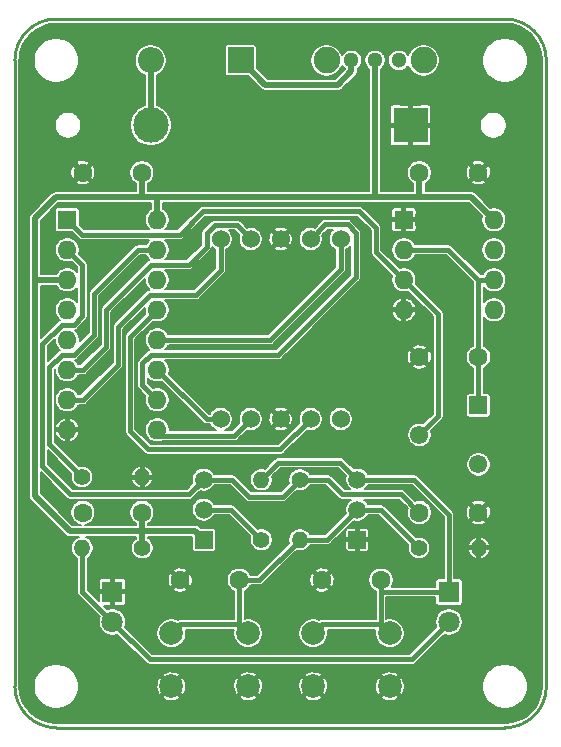
<source format=gbr>
%TF.GenerationSoftware,KiCad,Pcbnew,(5.1.8)-1*%
%TF.CreationDate,2020-12-28T19:23:03-06:00*%
%TF.ProjectId,Reaction Time Game,52656163-7469-46f6-9e20-54696d652047,rev?*%
%TF.SameCoordinates,Original*%
%TF.FileFunction,Copper,L1,Top*%
%TF.FilePolarity,Positive*%
%FSLAX46Y46*%
G04 Gerber Fmt 4.6, Leading zero omitted, Abs format (unit mm)*
G04 Created by KiCad (PCBNEW (5.1.8)-1) date 2020-12-28 19:23:03*
%MOMM*%
%LPD*%
G01*
G04 APERTURE LIST*
%TA.AperFunction,Profile*%
%ADD10C,0.254000*%
%TD*%
%TA.AperFunction,ComponentPad*%
%ADD11O,1.400000X1.400000*%
%TD*%
%TA.AperFunction,ComponentPad*%
%ADD12C,1.400000*%
%TD*%
%TA.AperFunction,ComponentPad*%
%ADD13C,1.600000*%
%TD*%
%TA.AperFunction,ComponentPad*%
%ADD14R,3.000000X3.000000*%
%TD*%
%TA.AperFunction,ComponentPad*%
%ADD15C,3.000000*%
%TD*%
%TA.AperFunction,ComponentPad*%
%ADD16C,1.300000*%
%TD*%
%TA.AperFunction,ComponentPad*%
%ADD17C,2.250000*%
%TD*%
%TA.AperFunction,ComponentPad*%
%ADD18C,1.524000*%
%TD*%
%TA.AperFunction,ComponentPad*%
%ADD19R,1.500000X1.500000*%
%TD*%
%TA.AperFunction,ComponentPad*%
%ADD20C,1.500000*%
%TD*%
%TA.AperFunction,ComponentPad*%
%ADD21C,1.550000*%
%TD*%
%TA.AperFunction,ComponentPad*%
%ADD22R,1.550000X1.550000*%
%TD*%
%TA.AperFunction,ComponentPad*%
%ADD23C,2.000000*%
%TD*%
%TA.AperFunction,ComponentPad*%
%ADD24C,1.800000*%
%TD*%
%TA.AperFunction,ComponentPad*%
%ADD25R,1.800000X1.800000*%
%TD*%
%TA.AperFunction,ComponentPad*%
%ADD26R,1.600000X1.600000*%
%TD*%
%TA.AperFunction,ComponentPad*%
%ADD27O,1.600000X1.600000*%
%TD*%
%TA.AperFunction,ComponentPad*%
%ADD28O,2.200000X2.200000*%
%TD*%
%TA.AperFunction,ComponentPad*%
%ADD29R,2.200000X2.200000*%
%TD*%
%TA.AperFunction,ViaPad*%
%ADD30C,0.600000*%
%TD*%
%TA.AperFunction,Conductor*%
%ADD31C,0.381000*%
%TD*%
%TA.AperFunction,Conductor*%
%ADD32C,0.508000*%
%TD*%
%TA.AperFunction,Conductor*%
%ADD33C,0.127000*%
%TD*%
%TA.AperFunction,Conductor*%
%ADD34C,0.150000*%
%TD*%
G04 APERTURE END LIST*
D10*
X122500000Y-73500000D02*
X122500000Y-126500000D01*
X77500000Y-126500000D02*
X77500000Y-73500000D01*
X81000000Y-130000000D02*
X119000000Y-130000000D01*
X81000000Y-70000000D02*
X119000000Y-70000000D01*
X122500000Y-126500000D02*
G75*
G02*
X119000000Y-130000000I-3500000J0D01*
G01*
X81000000Y-130000000D02*
G75*
G02*
X77500000Y-126500000I0J3500000D01*
G01*
X119000000Y-70000000D02*
G75*
G02*
X122500000Y-73500000I0J-3500000D01*
G01*
X77500000Y-73500000D02*
G75*
G02*
X81000000Y-70000000I3500000J0D01*
G01*
D11*
X88265000Y-108780000D03*
D12*
X83185000Y-108780000D03*
D13*
X88250000Y-111780000D03*
X83250000Y-111780000D03*
D14*
X111000000Y-79000000D03*
D15*
X89000000Y-79000000D03*
D16*
X108000000Y-73500000D03*
D17*
X103900000Y-73500000D03*
X112100000Y-73500000D03*
D16*
X110000000Y-73500000D03*
X106000000Y-73500000D03*
D18*
X94920000Y-88630000D03*
X97460000Y-88630000D03*
X100000000Y-88630000D03*
X102540000Y-88630000D03*
X105080000Y-88630000D03*
X105080000Y-103870000D03*
X102540000Y-103870000D03*
X100000000Y-103870000D03*
X97460000Y-103870000D03*
X94920000Y-103870000D03*
D19*
X106500000Y-114080000D03*
D20*
X106500000Y-109000000D03*
X106500000Y-111540000D03*
D19*
X93500000Y-114080000D03*
D20*
X93500000Y-109000000D03*
X93500000Y-111540000D03*
D21*
X111750000Y-105200000D03*
D22*
X116750000Y-102700000D03*
D21*
X116750000Y-107700000D03*
D23*
X109250000Y-122000000D03*
X109250000Y-126500000D03*
X102750000Y-122000000D03*
X102750000Y-126500000D03*
D11*
X116790000Y-114780000D03*
D12*
X111710000Y-114780000D03*
D11*
X101625000Y-114080000D03*
D12*
X101625000Y-109000000D03*
D11*
X98375000Y-109000000D03*
D12*
X98375000Y-114080000D03*
D11*
X83210000Y-114780000D03*
D12*
X88290000Y-114780000D03*
D24*
X114250000Y-121040000D03*
D25*
X114250000Y-118500000D03*
D24*
X85750000Y-121040000D03*
D25*
X85750000Y-118500000D03*
D13*
X96500000Y-117500000D03*
X91500000Y-117500000D03*
X108500000Y-117500000D03*
X103500000Y-117500000D03*
X111750000Y-111780000D03*
X116750000Y-111780000D03*
D26*
X81940000Y-87000000D03*
D27*
X89560000Y-104780000D03*
X81940000Y-89540000D03*
X89560000Y-102240000D03*
X81940000Y-92080000D03*
X89560000Y-99700000D03*
X81940000Y-94620000D03*
X89560000Y-97160000D03*
X81940000Y-97160000D03*
X89560000Y-94620000D03*
X81940000Y-99700000D03*
X89560000Y-92080000D03*
X81940000Y-102240000D03*
X89560000Y-89540000D03*
X81940000Y-104780000D03*
X89560000Y-87000000D03*
D26*
X110440000Y-87000000D03*
D27*
X118060000Y-94620000D03*
X110440000Y-89540000D03*
X118060000Y-92080000D03*
X110440000Y-92080000D03*
X118060000Y-89540000D03*
X110440000Y-94620000D03*
X118060000Y-87000000D03*
D23*
X90750000Y-126500000D03*
X90750000Y-122000000D03*
X97250000Y-126500000D03*
X97250000Y-122000000D03*
D28*
X89000000Y-73500000D03*
D29*
X96620000Y-73500000D03*
D13*
X111750000Y-83000000D03*
X116750000Y-83000000D03*
X88250000Y-83000000D03*
X83250000Y-83000000D03*
X116750000Y-98620000D03*
X111750000Y-98620000D03*
D30*
X80250000Y-94750000D03*
X80250000Y-89000000D03*
X87000000Y-91750000D03*
X87000000Y-94000000D03*
X100000000Y-109000000D03*
X92000000Y-92000000D03*
X99504500Y-97726500D03*
X85750000Y-87250000D03*
X80670400Y-97942400D03*
X78943000Y-75574999D03*
X78943000Y-84374999D03*
X78943000Y-112374999D03*
X78943000Y-121174999D03*
X80543000Y-93174999D03*
X82943000Y-106774999D03*
X82943000Y-128374999D03*
X83743000Y-71574999D03*
X83743000Y-80374999D03*
X84543000Y-116374999D03*
X85343000Y-89174999D03*
X86143000Y-101174999D03*
X88543000Y-121174999D03*
X90143000Y-75574999D03*
X90143000Y-108374999D03*
X90943000Y-83574999D03*
X91743000Y-94774999D03*
X91743000Y-128374999D03*
X93343000Y-116374999D03*
X94143000Y-101974999D03*
X94943000Y-71574999D03*
X95743000Y-79574999D03*
X96543000Y-90774999D03*
X97343000Y-111574999D03*
X98943000Y-119574999D03*
X99743000Y-127574999D03*
X100543000Y-74774999D03*
X100543000Y-83574999D03*
X100543000Y-99574999D03*
X102143000Y-106774999D03*
X103743000Y-114774999D03*
X104543000Y-122774999D03*
X105343000Y-78774999D03*
X105343000Y-94774999D03*
X106943000Y-71574999D03*
X106943000Y-101974999D03*
X107743000Y-85974999D03*
X107743000Y-128374999D03*
X110143000Y-107574999D03*
X110143000Y-117174999D03*
X111743000Y-75574999D03*
X111743000Y-90774999D03*
X112543000Y-124374999D03*
X113343000Y-82774999D03*
X114143000Y-97174999D03*
X114943000Y-111574999D03*
X116543000Y-71574999D03*
X116543000Y-104374999D03*
X116543000Y-119574999D03*
X119743000Y-77174999D03*
X119743000Y-85974999D03*
X120543000Y-93974999D03*
X120543000Y-114774999D03*
X121343000Y-123574999D03*
D31*
X103983500Y-109000000D02*
X101625000Y-109000000D01*
X105233500Y-110250000D02*
X103983500Y-109000000D01*
X110220000Y-110250000D02*
X105233500Y-110250000D01*
X111750000Y-111780000D02*
X110220000Y-110250000D01*
X79835390Y-107876990D02*
X82194400Y-110236000D01*
X82194400Y-110236000D02*
X92264000Y-110236000D01*
X79835390Y-97502668D02*
X79835390Y-107876990D01*
X92264000Y-110236000D02*
X93500000Y-109000000D01*
X81453058Y-95885000D02*
X79835390Y-97502668D01*
X82486500Y-95885000D02*
X81453058Y-95885000D01*
X83210400Y-95161100D02*
X82486500Y-95885000D01*
X83210400Y-90810400D02*
X83210400Y-95161100D01*
X81940000Y-89540000D02*
X83210400Y-90810400D01*
X100185800Y-110439200D02*
X101625000Y-109000000D01*
X97307400Y-110439200D02*
X100185800Y-110439200D01*
X95868200Y-109000000D02*
X97307400Y-110439200D01*
X93500000Y-109000000D02*
X95868200Y-109000000D01*
D32*
X88250000Y-83000000D02*
X88250000Y-85075000D01*
X108000000Y-73500000D02*
X108000000Y-85090000D01*
X111750000Y-85080000D02*
X111760000Y-85090000D01*
X111750000Y-83000000D02*
X111750000Y-85080000D01*
X108000000Y-85090000D02*
X111760000Y-85090000D01*
X116150000Y-85090000D02*
X118060000Y-87000000D01*
X111760000Y-85090000D02*
X116150000Y-85090000D01*
X92767500Y-113347500D02*
X93500000Y-114080000D01*
X88250000Y-113332500D02*
X88265000Y-113347500D01*
X88250000Y-111780000D02*
X88250000Y-113332500D01*
X88265000Y-113347500D02*
X92767500Y-113347500D01*
X88265000Y-114755000D02*
X88265000Y-113347500D01*
X88290000Y-114780000D02*
X88265000Y-114755000D01*
X108000000Y-85090000D02*
X89471500Y-85090000D01*
X89560000Y-85178500D02*
X89560000Y-87000000D01*
X89471500Y-85090000D02*
X89560000Y-85178500D01*
X82156300Y-113347500D02*
X88265000Y-113347500D01*
X79190880Y-110382080D02*
X82156300Y-113347500D01*
X80975200Y-85090000D02*
X79190880Y-86874320D01*
X89471500Y-85090000D02*
X80975200Y-85090000D01*
X79268400Y-92080000D02*
X79190880Y-92157520D01*
X81940000Y-92080000D02*
X79268400Y-92080000D01*
X79190880Y-92157520D02*
X79190880Y-110382080D01*
X79190880Y-86874320D02*
X79190880Y-92157520D01*
X106000000Y-74419238D02*
X106000000Y-73500000D01*
X104854238Y-75565000D02*
X106000000Y-74419238D01*
X98685000Y-75565000D02*
X104854238Y-75565000D01*
X96620000Y-73500000D02*
X98685000Y-75565000D01*
D31*
X86233000Y-96075500D02*
X86233000Y-99250500D01*
X83243500Y-102240000D02*
X81940000Y-102240000D01*
X86233000Y-99250500D02*
X83243500Y-102240000D01*
X88963500Y-93345000D02*
X86233000Y-96075500D01*
X92837000Y-93345000D02*
X88963500Y-93345000D01*
X94920000Y-91262000D02*
X92837000Y-93345000D01*
X94920000Y-88630000D02*
X94920000Y-91262000D01*
X81940000Y-99700000D02*
X83243500Y-99700000D01*
X83243500Y-99700000D02*
X85217000Y-97726500D01*
X85217000Y-97726500D02*
X85217000Y-94615000D01*
X85217000Y-94615000D02*
X89027000Y-90805000D01*
X89027000Y-90805000D02*
X92202000Y-90805000D01*
X92202000Y-90805000D02*
X93726000Y-89281000D01*
X93726000Y-89281000D02*
X93726000Y-88138000D01*
X93726000Y-88138000D02*
X94424500Y-87439500D01*
X94424500Y-87439500D02*
X96269500Y-87439500D01*
X96269500Y-87439500D02*
X97460000Y-88630000D01*
X103794000Y-87376000D02*
X102540000Y-88630000D01*
X105664000Y-87376000D02*
X103794000Y-87376000D01*
X106362500Y-88074500D02*
X105664000Y-87376000D01*
X106362500Y-91852750D02*
X106362500Y-88074500D01*
X89027000Y-98425000D02*
X99790250Y-98425000D01*
X88290400Y-99161600D02*
X89027000Y-98425000D01*
X99790250Y-98425000D02*
X106362500Y-91852750D01*
X88290400Y-100970400D02*
X88290400Y-99161600D01*
X89560000Y-102240000D02*
X88290400Y-100970400D01*
X89560000Y-97160000D02*
X99118500Y-97160000D01*
X99118500Y-97160000D02*
X105080000Y-91198500D01*
X105080000Y-91198500D02*
X105080000Y-88630000D01*
X87249000Y-96931000D02*
X89560000Y-94620000D01*
X87249000Y-104876600D02*
X87249000Y-96931000D01*
X88798400Y-106426000D02*
X87249000Y-104876600D01*
X99984000Y-106426000D02*
X88798400Y-106426000D01*
X102540000Y-103870000D02*
X99984000Y-106426000D01*
X96050000Y-105280000D02*
X97460000Y-103870000D01*
X89560000Y-105280000D02*
X96050000Y-105280000D01*
X93730000Y-103870000D02*
X89560000Y-99700000D01*
X94920000Y-103870000D02*
X93730000Y-103870000D01*
X116750000Y-102700000D02*
X116750000Y-98620000D01*
X116750000Y-92080000D02*
X118060000Y-92080000D01*
X116750000Y-98620000D02*
X116750000Y-92080000D01*
X114210000Y-89540000D02*
X110440000Y-89540000D01*
X116750000Y-92080000D02*
X114210000Y-89540000D01*
X108500000Y-121250000D02*
X109250000Y-122000000D01*
X108538000Y-118038000D02*
X108500000Y-118000000D01*
X103500000Y-121250000D02*
X102750000Y-122000000D01*
X108500000Y-121250000D02*
X103500000Y-121250000D01*
X98375000Y-109000000D02*
X99806000Y-107569000D01*
X105069000Y-107569000D02*
X106500000Y-109000000D01*
X99806000Y-107569000D02*
X105069000Y-107569000D01*
X114250000Y-111964000D02*
X114250000Y-118500000D01*
X111286000Y-109000000D02*
X114250000Y-111964000D01*
X106500000Y-109000000D02*
X111286000Y-109000000D01*
X108512500Y-118500000D02*
X108500000Y-118512500D01*
X114250000Y-118500000D02*
X108512500Y-118500000D01*
X108500000Y-118512500D02*
X108500000Y-117500000D01*
X108500000Y-121250000D02*
X108500000Y-118512500D01*
X85750000Y-121040000D02*
X88916000Y-124206000D01*
X111084000Y-124206000D02*
X114250000Y-121040000D01*
X88916000Y-124206000D02*
X111084000Y-124206000D01*
X83210000Y-118500000D02*
X83210000Y-114780000D01*
X85750000Y-121040000D02*
X83210000Y-118500000D01*
X103960000Y-114080000D02*
X106500000Y-111540000D01*
X101625000Y-114080000D02*
X103960000Y-114080000D01*
X96500000Y-121250000D02*
X97250000Y-122000000D01*
X91500000Y-121250000D02*
X90750000Y-122000000D01*
X96500000Y-121250000D02*
X91500000Y-121250000D01*
X95835000Y-111540000D02*
X98375000Y-114080000D01*
X93500000Y-111540000D02*
X95835000Y-111540000D01*
X111750000Y-105200000D02*
X113347500Y-103602500D01*
X113347500Y-94987500D02*
X110440000Y-92080000D01*
X113347500Y-103602500D02*
X113347500Y-94987500D01*
X81940000Y-87000000D02*
X83205000Y-88265000D01*
X83205000Y-88265000D02*
X91440000Y-88265000D01*
X91440000Y-88265000D02*
X93421200Y-86283800D01*
X93421200Y-86283800D02*
X106667300Y-86283800D01*
X106667300Y-86283800D02*
X108077000Y-87693500D01*
X108077000Y-87693500D02*
X108077000Y-89717000D01*
X108077000Y-89717000D02*
X110440000Y-92080000D01*
D32*
X89000000Y-79000000D02*
X89000000Y-73500000D01*
D31*
X80416400Y-106011400D02*
X83185000Y-108780000D01*
X80416400Y-99466400D02*
X80416400Y-106011400D01*
X82486500Y-98425000D02*
X81457800Y-98425000D01*
X84201000Y-96710500D02*
X82486500Y-98425000D01*
X81457800Y-98425000D02*
X80416400Y-99466400D01*
X84201000Y-93281500D02*
X84201000Y-96710500D01*
X87942500Y-89540000D02*
X84201000Y-93281500D01*
X89560000Y-89540000D02*
X87942500Y-89540000D01*
X108470000Y-111540000D02*
X111710000Y-114780000D01*
X106500000Y-111540000D02*
X108470000Y-111540000D01*
X96500000Y-121250000D02*
X96500000Y-117500000D01*
X98205000Y-117500000D02*
X101625000Y-114080000D01*
X96500000Y-117500000D02*
X98205000Y-117500000D01*
D33*
X119603607Y-70451557D02*
X120184223Y-70626855D01*
X120719736Y-70911592D01*
X121189742Y-71294919D01*
X121576339Y-71762235D01*
X121864808Y-72295749D01*
X122044154Y-72875121D01*
X122109486Y-73496708D01*
X122109500Y-73500783D01*
X122109501Y-126480894D01*
X122048443Y-127103607D01*
X121873145Y-127684225D01*
X121588408Y-128219736D01*
X121205083Y-128689739D01*
X120737765Y-129076339D01*
X120204253Y-129364808D01*
X119624878Y-129544154D01*
X119003292Y-129609486D01*
X118999217Y-129609500D01*
X81019095Y-129609500D01*
X80396393Y-129548443D01*
X79815775Y-129373145D01*
X79280264Y-129088408D01*
X78810261Y-128705083D01*
X78423661Y-128237765D01*
X78135192Y-127704253D01*
X77955846Y-127124878D01*
X77890514Y-126503292D01*
X77890500Y-126499217D01*
X77890500Y-126311143D01*
X79082500Y-126311143D01*
X79082500Y-126688857D01*
X79156188Y-127059314D01*
X79300734Y-127408277D01*
X79510580Y-127722335D01*
X79777665Y-127989420D01*
X80091723Y-128199266D01*
X80440686Y-128343812D01*
X80811143Y-128417500D01*
X81188857Y-128417500D01*
X81559314Y-128343812D01*
X81908277Y-128199266D01*
X82222335Y-127989420D01*
X82489420Y-127722335D01*
X82680592Y-127436224D01*
X89993381Y-127436224D01*
X90110228Y-127596636D01*
X90336465Y-127700378D01*
X90578593Y-127757990D01*
X90827309Y-127767258D01*
X91073053Y-127727826D01*
X91306383Y-127641210D01*
X91389772Y-127596636D01*
X91506619Y-127436224D01*
X96493381Y-127436224D01*
X96610228Y-127596636D01*
X96836465Y-127700378D01*
X97078593Y-127757990D01*
X97327309Y-127767258D01*
X97573053Y-127727826D01*
X97806383Y-127641210D01*
X97889772Y-127596636D01*
X98006619Y-127436224D01*
X101993381Y-127436224D01*
X102110228Y-127596636D01*
X102336465Y-127700378D01*
X102578593Y-127757990D01*
X102827309Y-127767258D01*
X103073053Y-127727826D01*
X103306383Y-127641210D01*
X103389772Y-127596636D01*
X103506619Y-127436224D01*
X108493381Y-127436224D01*
X108610228Y-127596636D01*
X108836465Y-127700378D01*
X109078593Y-127757990D01*
X109327309Y-127767258D01*
X109573053Y-127727826D01*
X109806383Y-127641210D01*
X109889772Y-127596636D01*
X110006619Y-127436224D01*
X109250000Y-126679605D01*
X108493381Y-127436224D01*
X103506619Y-127436224D01*
X102750000Y-126679605D01*
X101993381Y-127436224D01*
X98006619Y-127436224D01*
X97250000Y-126679605D01*
X96493381Y-127436224D01*
X91506619Y-127436224D01*
X90750000Y-126679605D01*
X89993381Y-127436224D01*
X82680592Y-127436224D01*
X82699266Y-127408277D01*
X82843812Y-127059314D01*
X82917500Y-126688857D01*
X82917500Y-126577309D01*
X89482742Y-126577309D01*
X89522174Y-126823053D01*
X89608790Y-127056383D01*
X89653364Y-127139772D01*
X89813776Y-127256619D01*
X90570395Y-126500000D01*
X90929605Y-126500000D01*
X91686224Y-127256619D01*
X91846636Y-127139772D01*
X91950378Y-126913535D01*
X92007990Y-126671407D01*
X92011496Y-126577309D01*
X95982742Y-126577309D01*
X96022174Y-126823053D01*
X96108790Y-127056383D01*
X96153364Y-127139772D01*
X96313776Y-127256619D01*
X97070395Y-126500000D01*
X97429605Y-126500000D01*
X98186224Y-127256619D01*
X98346636Y-127139772D01*
X98450378Y-126913535D01*
X98507990Y-126671407D01*
X98511496Y-126577309D01*
X101482742Y-126577309D01*
X101522174Y-126823053D01*
X101608790Y-127056383D01*
X101653364Y-127139772D01*
X101813776Y-127256619D01*
X102570395Y-126500000D01*
X102929605Y-126500000D01*
X103686224Y-127256619D01*
X103846636Y-127139772D01*
X103950378Y-126913535D01*
X104007990Y-126671407D01*
X104011496Y-126577309D01*
X107982742Y-126577309D01*
X108022174Y-126823053D01*
X108108790Y-127056383D01*
X108153364Y-127139772D01*
X108313776Y-127256619D01*
X109070395Y-126500000D01*
X109429605Y-126500000D01*
X110186224Y-127256619D01*
X110346636Y-127139772D01*
X110450378Y-126913535D01*
X110507990Y-126671407D01*
X110517258Y-126422691D01*
X110499360Y-126311143D01*
X117082500Y-126311143D01*
X117082500Y-126688857D01*
X117156188Y-127059314D01*
X117300734Y-127408277D01*
X117510580Y-127722335D01*
X117777665Y-127989420D01*
X118091723Y-128199266D01*
X118440686Y-128343812D01*
X118811143Y-128417500D01*
X119188857Y-128417500D01*
X119559314Y-128343812D01*
X119908277Y-128199266D01*
X120222335Y-127989420D01*
X120489420Y-127722335D01*
X120699266Y-127408277D01*
X120843812Y-127059314D01*
X120917500Y-126688857D01*
X120917500Y-126311143D01*
X120843812Y-125940686D01*
X120699266Y-125591723D01*
X120489420Y-125277665D01*
X120222335Y-125010580D01*
X119908277Y-124800734D01*
X119559314Y-124656188D01*
X119188857Y-124582500D01*
X118811143Y-124582500D01*
X118440686Y-124656188D01*
X118091723Y-124800734D01*
X117777665Y-125010580D01*
X117510580Y-125277665D01*
X117300734Y-125591723D01*
X117156188Y-125940686D01*
X117082500Y-126311143D01*
X110499360Y-126311143D01*
X110477826Y-126176947D01*
X110391210Y-125943617D01*
X110346636Y-125860228D01*
X110186224Y-125743381D01*
X109429605Y-126500000D01*
X109070395Y-126500000D01*
X108313776Y-125743381D01*
X108153364Y-125860228D01*
X108049622Y-126086465D01*
X107992010Y-126328593D01*
X107982742Y-126577309D01*
X104011496Y-126577309D01*
X104017258Y-126422691D01*
X103977826Y-126176947D01*
X103891210Y-125943617D01*
X103846636Y-125860228D01*
X103686224Y-125743381D01*
X102929605Y-126500000D01*
X102570395Y-126500000D01*
X101813776Y-125743381D01*
X101653364Y-125860228D01*
X101549622Y-126086465D01*
X101492010Y-126328593D01*
X101482742Y-126577309D01*
X98511496Y-126577309D01*
X98517258Y-126422691D01*
X98477826Y-126176947D01*
X98391210Y-125943617D01*
X98346636Y-125860228D01*
X98186224Y-125743381D01*
X97429605Y-126500000D01*
X97070395Y-126500000D01*
X96313776Y-125743381D01*
X96153364Y-125860228D01*
X96049622Y-126086465D01*
X95992010Y-126328593D01*
X95982742Y-126577309D01*
X92011496Y-126577309D01*
X92017258Y-126422691D01*
X91977826Y-126176947D01*
X91891210Y-125943617D01*
X91846636Y-125860228D01*
X91686224Y-125743381D01*
X90929605Y-126500000D01*
X90570395Y-126500000D01*
X89813776Y-125743381D01*
X89653364Y-125860228D01*
X89549622Y-126086465D01*
X89492010Y-126328593D01*
X89482742Y-126577309D01*
X82917500Y-126577309D01*
X82917500Y-126311143D01*
X82843812Y-125940686D01*
X82699266Y-125591723D01*
X82680593Y-125563776D01*
X89993381Y-125563776D01*
X90750000Y-126320395D01*
X91506619Y-125563776D01*
X96493381Y-125563776D01*
X97250000Y-126320395D01*
X98006619Y-125563776D01*
X101993381Y-125563776D01*
X102750000Y-126320395D01*
X103506619Y-125563776D01*
X108493381Y-125563776D01*
X109250000Y-126320395D01*
X110006619Y-125563776D01*
X109889772Y-125403364D01*
X109663535Y-125299622D01*
X109421407Y-125242010D01*
X109172691Y-125232742D01*
X108926947Y-125272174D01*
X108693617Y-125358790D01*
X108610228Y-125403364D01*
X108493381Y-125563776D01*
X103506619Y-125563776D01*
X103389772Y-125403364D01*
X103163535Y-125299622D01*
X102921407Y-125242010D01*
X102672691Y-125232742D01*
X102426947Y-125272174D01*
X102193617Y-125358790D01*
X102110228Y-125403364D01*
X101993381Y-125563776D01*
X98006619Y-125563776D01*
X97889772Y-125403364D01*
X97663535Y-125299622D01*
X97421407Y-125242010D01*
X97172691Y-125232742D01*
X96926947Y-125272174D01*
X96693617Y-125358790D01*
X96610228Y-125403364D01*
X96493381Y-125563776D01*
X91506619Y-125563776D01*
X91389772Y-125403364D01*
X91163535Y-125299622D01*
X90921407Y-125242010D01*
X90672691Y-125232742D01*
X90426947Y-125272174D01*
X90193617Y-125358790D01*
X90110228Y-125403364D01*
X89993381Y-125563776D01*
X82680593Y-125563776D01*
X82489420Y-125277665D01*
X82222335Y-125010580D01*
X81908277Y-124800734D01*
X81559314Y-124656188D01*
X81188857Y-124582500D01*
X80811143Y-124582500D01*
X80440686Y-124656188D01*
X80091723Y-124800734D01*
X79777665Y-125010580D01*
X79510580Y-125277665D01*
X79300734Y-125591723D01*
X79156188Y-125940686D01*
X79082500Y-126311143D01*
X77890500Y-126311143D01*
X77890500Y-86874320D01*
X78670877Y-86874320D01*
X78673380Y-86899733D01*
X78673381Y-92132097D01*
X78670877Y-92157520D01*
X78673380Y-92182933D01*
X78673381Y-110356657D01*
X78670877Y-110382080D01*
X78680869Y-110483527D01*
X78710460Y-110581076D01*
X78728760Y-110615312D01*
X78758514Y-110670978D01*
X78823183Y-110749778D01*
X78842923Y-110765978D01*
X81772402Y-113695458D01*
X81788602Y-113715198D01*
X81867402Y-113779867D01*
X81935938Y-113816500D01*
X81957303Y-113827920D01*
X82054851Y-113857511D01*
X82156299Y-113867503D01*
X82181712Y-113865000D01*
X82901259Y-113865000D01*
X82753612Y-113926157D01*
X82595805Y-114031601D01*
X82461601Y-114165805D01*
X82356157Y-114323612D01*
X82283527Y-114498957D01*
X82246500Y-114685104D01*
X82246500Y-114874896D01*
X82283527Y-115061043D01*
X82356157Y-115236388D01*
X82461601Y-115394195D01*
X82595805Y-115528399D01*
X82753612Y-115633843D01*
X82756001Y-115634832D01*
X82756000Y-118477712D01*
X82753805Y-118500000D01*
X82756000Y-118522288D01*
X82756000Y-118522294D01*
X82759852Y-118561403D01*
X82762570Y-118588999D01*
X82788530Y-118674578D01*
X82830687Y-118753448D01*
X82887421Y-118822579D01*
X82904742Y-118836794D01*
X84671442Y-120603495D01*
X84631212Y-120700619D01*
X84586500Y-120925405D01*
X84586500Y-121154595D01*
X84631212Y-121379381D01*
X84718919Y-121591124D01*
X84846250Y-121781688D01*
X85008312Y-121943750D01*
X85198876Y-122071081D01*
X85410619Y-122158788D01*
X85635405Y-122203500D01*
X85864595Y-122203500D01*
X86089381Y-122158788D01*
X86186505Y-122118558D01*
X88579210Y-124511263D01*
X88593421Y-124528579D01*
X88662551Y-124585313D01*
X88741421Y-124627470D01*
X88827000Y-124653430D01*
X88836301Y-124654346D01*
X88893705Y-124660000D01*
X88893711Y-124660000D01*
X88915999Y-124662195D01*
X88938287Y-124660000D01*
X111061712Y-124660000D01*
X111084000Y-124662195D01*
X111106288Y-124660000D01*
X111106295Y-124660000D01*
X111172999Y-124653430D01*
X111258579Y-124627470D01*
X111337449Y-124585313D01*
X111406579Y-124528579D01*
X111420794Y-124511258D01*
X113813495Y-122118558D01*
X113910619Y-122158788D01*
X114135405Y-122203500D01*
X114364595Y-122203500D01*
X114589381Y-122158788D01*
X114801124Y-122071081D01*
X114991688Y-121943750D01*
X115153750Y-121781688D01*
X115281081Y-121591124D01*
X115368788Y-121379381D01*
X115413500Y-121154595D01*
X115413500Y-120925405D01*
X115368788Y-120700619D01*
X115281081Y-120488876D01*
X115153750Y-120298312D01*
X114991688Y-120136250D01*
X114801124Y-120008919D01*
X114589381Y-119921212D01*
X114364595Y-119876500D01*
X114135405Y-119876500D01*
X113910619Y-119921212D01*
X113698876Y-120008919D01*
X113508312Y-120136250D01*
X113346250Y-120298312D01*
X113218919Y-120488876D01*
X113131212Y-120700619D01*
X113086500Y-120925405D01*
X113086500Y-121154595D01*
X113131212Y-121379381D01*
X113171442Y-121476505D01*
X110895948Y-123752000D01*
X89104053Y-123752000D01*
X86828558Y-121476505D01*
X86868788Y-121379381D01*
X86913500Y-121154595D01*
X86913500Y-120925405D01*
X86868788Y-120700619D01*
X86781081Y-120488876D01*
X86653750Y-120298312D01*
X86491688Y-120136250D01*
X86301124Y-120008919D01*
X86089381Y-119921212D01*
X85864595Y-119876500D01*
X85635405Y-119876500D01*
X85410619Y-119921212D01*
X85313495Y-119961442D01*
X85016527Y-119664475D01*
X85557125Y-119663500D01*
X85623000Y-119597625D01*
X85623000Y-118627000D01*
X85877000Y-118627000D01*
X85877000Y-119597625D01*
X85942875Y-119663500D01*
X86650000Y-119664775D01*
X86701655Y-119659687D01*
X86751325Y-119644620D01*
X86797101Y-119620152D01*
X86837224Y-119587224D01*
X86870152Y-119547101D01*
X86894620Y-119501325D01*
X86909687Y-119451655D01*
X86914775Y-119400000D01*
X86913500Y-118692875D01*
X86847625Y-118627000D01*
X85877000Y-118627000D01*
X85623000Y-118627000D01*
X84652375Y-118627000D01*
X84586500Y-118692875D01*
X84585525Y-119233473D01*
X83664000Y-118311948D01*
X83664000Y-117600000D01*
X84585225Y-117600000D01*
X84586500Y-118307125D01*
X84652375Y-118373000D01*
X85623000Y-118373000D01*
X85623000Y-117402375D01*
X85877000Y-117402375D01*
X85877000Y-118373000D01*
X86847625Y-118373000D01*
X86913500Y-118307125D01*
X86913525Y-118293159D01*
X90886446Y-118293159D01*
X90979062Y-118433075D01*
X91171106Y-118516776D01*
X91375790Y-118561403D01*
X91585245Y-118565240D01*
X91791426Y-118528142D01*
X91986407Y-118451532D01*
X92020938Y-118433075D01*
X92113554Y-118293159D01*
X91500000Y-117679605D01*
X90886446Y-118293159D01*
X86913525Y-118293159D01*
X86914775Y-117600000D01*
X86913322Y-117585245D01*
X90434760Y-117585245D01*
X90471858Y-117791426D01*
X90548468Y-117986407D01*
X90566925Y-118020938D01*
X90706841Y-118113554D01*
X91320395Y-117500000D01*
X91679605Y-117500000D01*
X92293159Y-118113554D01*
X92433075Y-118020938D01*
X92516776Y-117828894D01*
X92561403Y-117624210D01*
X92565240Y-117414755D01*
X92528142Y-117208574D01*
X92451532Y-117013593D01*
X92433075Y-116979062D01*
X92293159Y-116886446D01*
X91679605Y-117500000D01*
X91320395Y-117500000D01*
X90706841Y-116886446D01*
X90566925Y-116979062D01*
X90483224Y-117171106D01*
X90438597Y-117375790D01*
X90434760Y-117585245D01*
X86913322Y-117585245D01*
X86909687Y-117548345D01*
X86894620Y-117498675D01*
X86870152Y-117452899D01*
X86837224Y-117412776D01*
X86797101Y-117379848D01*
X86751325Y-117355380D01*
X86701655Y-117340313D01*
X86650000Y-117335225D01*
X85942875Y-117336500D01*
X85877000Y-117402375D01*
X85623000Y-117402375D01*
X85557125Y-117336500D01*
X84850000Y-117335225D01*
X84798345Y-117340313D01*
X84748675Y-117355380D01*
X84702899Y-117379848D01*
X84662776Y-117412776D01*
X84629848Y-117452899D01*
X84605380Y-117498675D01*
X84590313Y-117548345D01*
X84585225Y-117600000D01*
X83664000Y-117600000D01*
X83664000Y-116706841D01*
X90886446Y-116706841D01*
X91500000Y-117320395D01*
X92113554Y-116706841D01*
X92020938Y-116566925D01*
X91828894Y-116483224D01*
X91624210Y-116438597D01*
X91414755Y-116434760D01*
X91208574Y-116471858D01*
X91013593Y-116548468D01*
X90979062Y-116566925D01*
X90886446Y-116706841D01*
X83664000Y-116706841D01*
X83664000Y-115634832D01*
X83666388Y-115633843D01*
X83824195Y-115528399D01*
X83958399Y-115394195D01*
X84063843Y-115236388D01*
X84136473Y-115061043D01*
X84173500Y-114874896D01*
X84173500Y-114685104D01*
X84136473Y-114498957D01*
X84063843Y-114323612D01*
X83958399Y-114165805D01*
X83824195Y-114031601D01*
X83666388Y-113926157D01*
X83518741Y-113865000D01*
X87747501Y-113865000D01*
X87747501Y-113983695D01*
X87675805Y-114031601D01*
X87541601Y-114165805D01*
X87436157Y-114323612D01*
X87363527Y-114498957D01*
X87326500Y-114685104D01*
X87326500Y-114874896D01*
X87363527Y-115061043D01*
X87436157Y-115236388D01*
X87541601Y-115394195D01*
X87675805Y-115528399D01*
X87833612Y-115633843D01*
X88008957Y-115706473D01*
X88195104Y-115743500D01*
X88384896Y-115743500D01*
X88571043Y-115706473D01*
X88746388Y-115633843D01*
X88904195Y-115528399D01*
X89038399Y-115394195D01*
X89143843Y-115236388D01*
X89216473Y-115061043D01*
X89253500Y-114874896D01*
X89253500Y-114685104D01*
X89216473Y-114498957D01*
X89143843Y-114323612D01*
X89038399Y-114165805D01*
X88904195Y-114031601D01*
X88782500Y-113950286D01*
X88782500Y-113865000D01*
X92485226Y-113865000D01*
X92485226Y-114830000D01*
X92490314Y-114881655D01*
X92505381Y-114931325D01*
X92529848Y-114977101D01*
X92562777Y-115017223D01*
X92602899Y-115050152D01*
X92648675Y-115074619D01*
X92698345Y-115089686D01*
X92750000Y-115094774D01*
X94250000Y-115094774D01*
X94301655Y-115089686D01*
X94351325Y-115074619D01*
X94397101Y-115050152D01*
X94437223Y-115017223D01*
X94470152Y-114977101D01*
X94494619Y-114931325D01*
X94509686Y-114881655D01*
X94514774Y-114830000D01*
X94514774Y-113330000D01*
X94509686Y-113278345D01*
X94494619Y-113228675D01*
X94470152Y-113182899D01*
X94437223Y-113142777D01*
X94397101Y-113109848D01*
X94351325Y-113085381D01*
X94301655Y-113070314D01*
X94250000Y-113065226D01*
X93217081Y-113065226D01*
X93151403Y-112999548D01*
X93135198Y-112979802D01*
X93056398Y-112915133D01*
X92966497Y-112867080D01*
X92868948Y-112837489D01*
X92792913Y-112830000D01*
X92767500Y-112827497D01*
X92742087Y-112830000D01*
X88767500Y-112830000D01*
X88767500Y-112713279D01*
X88927942Y-112606075D01*
X89076075Y-112457942D01*
X89192462Y-112283756D01*
X89272630Y-112090212D01*
X89313500Y-111884746D01*
X89313500Y-111675254D01*
X89272630Y-111469788D01*
X89260366Y-111440179D01*
X92486500Y-111440179D01*
X92486500Y-111639821D01*
X92525448Y-111835627D01*
X92601848Y-112020072D01*
X92712763Y-112186069D01*
X92853931Y-112327237D01*
X93019928Y-112438152D01*
X93204373Y-112514552D01*
X93400179Y-112553500D01*
X93599821Y-112553500D01*
X93795627Y-112514552D01*
X93980072Y-112438152D01*
X94146069Y-112327237D01*
X94287237Y-112186069D01*
X94398152Y-112020072D01*
X94408951Y-111994000D01*
X95646948Y-111994000D01*
X97449516Y-113796569D01*
X97448527Y-113798957D01*
X97411500Y-113985104D01*
X97411500Y-114174896D01*
X97448527Y-114361043D01*
X97521157Y-114536388D01*
X97626601Y-114694195D01*
X97760805Y-114828399D01*
X97918612Y-114933843D01*
X98093957Y-115006473D01*
X98280104Y-115043500D01*
X98469896Y-115043500D01*
X98656043Y-115006473D01*
X98831388Y-114933843D01*
X98989195Y-114828399D01*
X99123399Y-114694195D01*
X99228843Y-114536388D01*
X99301473Y-114361043D01*
X99338500Y-114174896D01*
X99338500Y-113985104D01*
X99301473Y-113798957D01*
X99228843Y-113623612D01*
X99123399Y-113465805D01*
X98989195Y-113331601D01*
X98831388Y-113226157D01*
X98656043Y-113153527D01*
X98469896Y-113116500D01*
X98280104Y-113116500D01*
X98093957Y-113153527D01*
X98091569Y-113154516D01*
X96171794Y-111234742D01*
X96157579Y-111217421D01*
X96088449Y-111160687D01*
X96009579Y-111118530D01*
X95923999Y-111092570D01*
X95857295Y-111086000D01*
X95857288Y-111086000D01*
X95835000Y-111083805D01*
X95812712Y-111086000D01*
X94408951Y-111086000D01*
X94398152Y-111059928D01*
X94287237Y-110893931D01*
X94146069Y-110752763D01*
X93980072Y-110641848D01*
X93795627Y-110565448D01*
X93599821Y-110526500D01*
X93400179Y-110526500D01*
X93204373Y-110565448D01*
X93019928Y-110641848D01*
X92853931Y-110752763D01*
X92712763Y-110893931D01*
X92601848Y-111059928D01*
X92525448Y-111244373D01*
X92486500Y-111440179D01*
X89260366Y-111440179D01*
X89192462Y-111276244D01*
X89076075Y-111102058D01*
X88927942Y-110953925D01*
X88753756Y-110837538D01*
X88560212Y-110757370D01*
X88354746Y-110716500D01*
X88145254Y-110716500D01*
X87939788Y-110757370D01*
X87746244Y-110837538D01*
X87572058Y-110953925D01*
X87423925Y-111102058D01*
X87307538Y-111276244D01*
X87227370Y-111469788D01*
X87186500Y-111675254D01*
X87186500Y-111884746D01*
X87227370Y-112090212D01*
X87307538Y-112283756D01*
X87423925Y-112457942D01*
X87572058Y-112606075D01*
X87732501Y-112713279D01*
X87732501Y-112830000D01*
X83422615Y-112830000D01*
X83560212Y-112802630D01*
X83753756Y-112722462D01*
X83927942Y-112606075D01*
X84076075Y-112457942D01*
X84192462Y-112283756D01*
X84272630Y-112090212D01*
X84313500Y-111884746D01*
X84313500Y-111675254D01*
X84272630Y-111469788D01*
X84192462Y-111276244D01*
X84076075Y-111102058D01*
X83927942Y-110953925D01*
X83753756Y-110837538D01*
X83560212Y-110757370D01*
X83354746Y-110716500D01*
X83145254Y-110716500D01*
X82939788Y-110757370D01*
X82746244Y-110837538D01*
X82572058Y-110953925D01*
X82423925Y-111102058D01*
X82307538Y-111276244D01*
X82227370Y-111469788D01*
X82186500Y-111675254D01*
X82186500Y-111884746D01*
X82227370Y-112090212D01*
X82307538Y-112283756D01*
X82423925Y-112457942D01*
X82572058Y-112606075D01*
X82746244Y-112722462D01*
X82939788Y-112802630D01*
X83077385Y-112830000D01*
X82370656Y-112830000D01*
X79708380Y-110167725D01*
X79708380Y-108392032D01*
X81857610Y-110541263D01*
X81871821Y-110558579D01*
X81940951Y-110615313D01*
X82019821Y-110657470D01*
X82105400Y-110683430D01*
X82113821Y-110684259D01*
X82172105Y-110690000D01*
X82172112Y-110690000D01*
X82194400Y-110692195D01*
X82216688Y-110690000D01*
X92241712Y-110690000D01*
X92264000Y-110692195D01*
X92286288Y-110690000D01*
X92286295Y-110690000D01*
X92352999Y-110683430D01*
X92438579Y-110657470D01*
X92517449Y-110615313D01*
X92586579Y-110558579D01*
X92600794Y-110541258D01*
X93178300Y-109963752D01*
X93204373Y-109974552D01*
X93400179Y-110013500D01*
X93599821Y-110013500D01*
X93795627Y-109974552D01*
X93980072Y-109898152D01*
X94146069Y-109787237D01*
X94287237Y-109646069D01*
X94398152Y-109480072D01*
X94408951Y-109454000D01*
X95680148Y-109454000D01*
X96970610Y-110744463D01*
X96984821Y-110761779D01*
X97053951Y-110818513D01*
X97107106Y-110846925D01*
X97132821Y-110860670D01*
X97218400Y-110886630D01*
X97227701Y-110887546D01*
X97285105Y-110893200D01*
X97285111Y-110893200D01*
X97307399Y-110895395D01*
X97329687Y-110893200D01*
X100163512Y-110893200D01*
X100185800Y-110895395D01*
X100208088Y-110893200D01*
X100208095Y-110893200D01*
X100274799Y-110886630D01*
X100360379Y-110860670D01*
X100439249Y-110818513D01*
X100508379Y-110761779D01*
X100522594Y-110744458D01*
X101341569Y-109925484D01*
X101343957Y-109926473D01*
X101530104Y-109963500D01*
X101719896Y-109963500D01*
X101906043Y-109926473D01*
X102081388Y-109853843D01*
X102239195Y-109748399D01*
X102373399Y-109614195D01*
X102478843Y-109456388D01*
X102479832Y-109454000D01*
X103795448Y-109454000D01*
X104896708Y-110555261D01*
X104910921Y-110572579D01*
X104980051Y-110629313D01*
X105057999Y-110670977D01*
X105058921Y-110671470D01*
X105144500Y-110697430D01*
X105152921Y-110698259D01*
X105211205Y-110704000D01*
X105211212Y-110704000D01*
X105233500Y-110706195D01*
X105255788Y-110704000D01*
X105926910Y-110704000D01*
X105853931Y-110752763D01*
X105712763Y-110893931D01*
X105601848Y-111059928D01*
X105525448Y-111244373D01*
X105486500Y-111440179D01*
X105486500Y-111639821D01*
X105525448Y-111835627D01*
X105536248Y-111861700D01*
X103771948Y-113626000D01*
X102479832Y-113626000D01*
X102478843Y-113623612D01*
X102373399Y-113465805D01*
X102239195Y-113331601D01*
X102081388Y-113226157D01*
X101906043Y-113153527D01*
X101719896Y-113116500D01*
X101530104Y-113116500D01*
X101343957Y-113153527D01*
X101168612Y-113226157D01*
X101010805Y-113331601D01*
X100876601Y-113465805D01*
X100771157Y-113623612D01*
X100698527Y-113798957D01*
X100661500Y-113985104D01*
X100661500Y-114174896D01*
X100698527Y-114361043D01*
X100699516Y-114363431D01*
X98016948Y-117046000D01*
X97463071Y-117046000D01*
X97442462Y-116996244D01*
X97326075Y-116822058D01*
X97177942Y-116673925D01*
X97003756Y-116557538D01*
X96810212Y-116477370D01*
X96604746Y-116436500D01*
X96395254Y-116436500D01*
X96189788Y-116477370D01*
X95996244Y-116557538D01*
X95822058Y-116673925D01*
X95673925Y-116822058D01*
X95557538Y-116996244D01*
X95477370Y-117189788D01*
X95436500Y-117395254D01*
X95436500Y-117604746D01*
X95477370Y-117810212D01*
X95557538Y-118003756D01*
X95673925Y-118177942D01*
X95822058Y-118326075D01*
X95996244Y-118442462D01*
X96046001Y-118463072D01*
X96046000Y-120796000D01*
X91522287Y-120796000D01*
X91499999Y-120793805D01*
X91477711Y-120796000D01*
X91477705Y-120796000D01*
X91420301Y-120801654D01*
X91411000Y-120802570D01*
X91325421Y-120828530D01*
X91280926Y-120852313D01*
X91118549Y-120785055D01*
X90874444Y-120736500D01*
X90625556Y-120736500D01*
X90381451Y-120785055D01*
X90151508Y-120880300D01*
X89944565Y-121018575D01*
X89768575Y-121194565D01*
X89630300Y-121401508D01*
X89535055Y-121631451D01*
X89486500Y-121875556D01*
X89486500Y-122124444D01*
X89535055Y-122368549D01*
X89630300Y-122598492D01*
X89768575Y-122805435D01*
X89944565Y-122981425D01*
X90151508Y-123119700D01*
X90381451Y-123214945D01*
X90625556Y-123263500D01*
X90874444Y-123263500D01*
X91118549Y-123214945D01*
X91348492Y-123119700D01*
X91555435Y-122981425D01*
X91731425Y-122805435D01*
X91869700Y-122598492D01*
X91964945Y-122368549D01*
X92013500Y-122124444D01*
X92013500Y-121875556D01*
X91979376Y-121704000D01*
X96020624Y-121704000D01*
X95986500Y-121875556D01*
X95986500Y-122124444D01*
X96035055Y-122368549D01*
X96130300Y-122598492D01*
X96268575Y-122805435D01*
X96444565Y-122981425D01*
X96651508Y-123119700D01*
X96881451Y-123214945D01*
X97125556Y-123263500D01*
X97374444Y-123263500D01*
X97618549Y-123214945D01*
X97848492Y-123119700D01*
X98055435Y-122981425D01*
X98231425Y-122805435D01*
X98369700Y-122598492D01*
X98464945Y-122368549D01*
X98513500Y-122124444D01*
X98513500Y-121875556D01*
X98464945Y-121631451D01*
X98369700Y-121401508D01*
X98231425Y-121194565D01*
X98055435Y-121018575D01*
X97848492Y-120880300D01*
X97618549Y-120785055D01*
X97374444Y-120736500D01*
X97125556Y-120736500D01*
X96954000Y-120770624D01*
X96954000Y-118463071D01*
X97003756Y-118442462D01*
X97177942Y-118326075D01*
X97210858Y-118293159D01*
X102886446Y-118293159D01*
X102979062Y-118433075D01*
X103171106Y-118516776D01*
X103375790Y-118561403D01*
X103585245Y-118565240D01*
X103791426Y-118528142D01*
X103986407Y-118451532D01*
X104020938Y-118433075D01*
X104113554Y-118293159D01*
X103500000Y-117679605D01*
X102886446Y-118293159D01*
X97210858Y-118293159D01*
X97326075Y-118177942D01*
X97442462Y-118003756D01*
X97463071Y-117954000D01*
X98182712Y-117954000D01*
X98205000Y-117956195D01*
X98227288Y-117954000D01*
X98227295Y-117954000D01*
X98293999Y-117947430D01*
X98379579Y-117921470D01*
X98458449Y-117879313D01*
X98527579Y-117822579D01*
X98541794Y-117805258D01*
X98761807Y-117585245D01*
X102434760Y-117585245D01*
X102471858Y-117791426D01*
X102548468Y-117986407D01*
X102566925Y-118020938D01*
X102706841Y-118113554D01*
X103320395Y-117500000D01*
X103679605Y-117500000D01*
X104293159Y-118113554D01*
X104433075Y-118020938D01*
X104516776Y-117828894D01*
X104561403Y-117624210D01*
X104565240Y-117414755D01*
X104528142Y-117208574D01*
X104451532Y-117013593D01*
X104433075Y-116979062D01*
X104293159Y-116886446D01*
X103679605Y-117500000D01*
X103320395Y-117500000D01*
X102706841Y-116886446D01*
X102566925Y-116979062D01*
X102483224Y-117171106D01*
X102438597Y-117375790D01*
X102434760Y-117585245D01*
X98761807Y-117585245D01*
X99640211Y-116706841D01*
X102886446Y-116706841D01*
X103500000Y-117320395D01*
X104113554Y-116706841D01*
X104020938Y-116566925D01*
X103828894Y-116483224D01*
X103624210Y-116438597D01*
X103414755Y-116434760D01*
X103208574Y-116471858D01*
X103013593Y-116548468D01*
X102979062Y-116566925D01*
X102886446Y-116706841D01*
X99640211Y-116706841D01*
X101341569Y-115005484D01*
X101343957Y-115006473D01*
X101530104Y-115043500D01*
X101719896Y-115043500D01*
X101906043Y-115006473D01*
X102081388Y-114933843D01*
X102236798Y-114830000D01*
X105485225Y-114830000D01*
X105490313Y-114881655D01*
X105505380Y-114931325D01*
X105529848Y-114977101D01*
X105562776Y-115017224D01*
X105602899Y-115050152D01*
X105648675Y-115074620D01*
X105698345Y-115089687D01*
X105750000Y-115094775D01*
X106307125Y-115093500D01*
X106373000Y-115027625D01*
X106373000Y-114207000D01*
X106627000Y-114207000D01*
X106627000Y-115027625D01*
X106692875Y-115093500D01*
X107250000Y-115094775D01*
X107301655Y-115089687D01*
X107351325Y-115074620D01*
X107397101Y-115050152D01*
X107437224Y-115017224D01*
X107470152Y-114977101D01*
X107494620Y-114931325D01*
X107509687Y-114881655D01*
X107514775Y-114830000D01*
X107513500Y-114272875D01*
X107447625Y-114207000D01*
X106627000Y-114207000D01*
X106373000Y-114207000D01*
X105552375Y-114207000D01*
X105486500Y-114272875D01*
X105485225Y-114830000D01*
X102236798Y-114830000D01*
X102239195Y-114828399D01*
X102373399Y-114694195D01*
X102478843Y-114536388D01*
X102479832Y-114534000D01*
X103937712Y-114534000D01*
X103960000Y-114536195D01*
X103982288Y-114534000D01*
X103982295Y-114534000D01*
X104048999Y-114527430D01*
X104134579Y-114501470D01*
X104213449Y-114459313D01*
X104282579Y-114402579D01*
X104296794Y-114385258D01*
X105352052Y-113330000D01*
X105485225Y-113330000D01*
X105486500Y-113887125D01*
X105552375Y-113953000D01*
X106373000Y-113953000D01*
X106373000Y-113132375D01*
X106627000Y-113132375D01*
X106627000Y-113953000D01*
X107447625Y-113953000D01*
X107513500Y-113887125D01*
X107514775Y-113330000D01*
X107509687Y-113278345D01*
X107494620Y-113228675D01*
X107470152Y-113182899D01*
X107437224Y-113142776D01*
X107397101Y-113109848D01*
X107351325Y-113085380D01*
X107301655Y-113070313D01*
X107250000Y-113065225D01*
X106692875Y-113066500D01*
X106627000Y-113132375D01*
X106373000Y-113132375D01*
X106307125Y-113066500D01*
X105750000Y-113065225D01*
X105698345Y-113070313D01*
X105648675Y-113085380D01*
X105602899Y-113109848D01*
X105562776Y-113142776D01*
X105529848Y-113182899D01*
X105505380Y-113228675D01*
X105490313Y-113278345D01*
X105485225Y-113330000D01*
X105352052Y-113330000D01*
X106178300Y-112503752D01*
X106204373Y-112514552D01*
X106400179Y-112553500D01*
X106599821Y-112553500D01*
X106795627Y-112514552D01*
X106980072Y-112438152D01*
X107146069Y-112327237D01*
X107287237Y-112186069D01*
X107398152Y-112020072D01*
X107408951Y-111994000D01*
X108281948Y-111994000D01*
X110784516Y-114496569D01*
X110783527Y-114498957D01*
X110746500Y-114685104D01*
X110746500Y-114874896D01*
X110783527Y-115061043D01*
X110856157Y-115236388D01*
X110961601Y-115394195D01*
X111095805Y-115528399D01*
X111253612Y-115633843D01*
X111428957Y-115706473D01*
X111615104Y-115743500D01*
X111804896Y-115743500D01*
X111991043Y-115706473D01*
X112166388Y-115633843D01*
X112324195Y-115528399D01*
X112458399Y-115394195D01*
X112563843Y-115236388D01*
X112636473Y-115061043D01*
X112673500Y-114874896D01*
X112673500Y-114685104D01*
X112636473Y-114498957D01*
X112563843Y-114323612D01*
X112458399Y-114165805D01*
X112324195Y-114031601D01*
X112166388Y-113926157D01*
X111991043Y-113853527D01*
X111804896Y-113816500D01*
X111615104Y-113816500D01*
X111428957Y-113853527D01*
X111426569Y-113854516D01*
X108806794Y-111234742D01*
X108792579Y-111217421D01*
X108723449Y-111160687D01*
X108644579Y-111118530D01*
X108558999Y-111092570D01*
X108492295Y-111086000D01*
X108492288Y-111086000D01*
X108470000Y-111083805D01*
X108447712Y-111086000D01*
X107408951Y-111086000D01*
X107398152Y-111059928D01*
X107287237Y-110893931D01*
X107146069Y-110752763D01*
X107073090Y-110704000D01*
X110031948Y-110704000D01*
X110747979Y-111420032D01*
X110727370Y-111469788D01*
X110686500Y-111675254D01*
X110686500Y-111884746D01*
X110727370Y-112090212D01*
X110807538Y-112283756D01*
X110923925Y-112457942D01*
X111072058Y-112606075D01*
X111246244Y-112722462D01*
X111439788Y-112802630D01*
X111645254Y-112843500D01*
X111854746Y-112843500D01*
X112060212Y-112802630D01*
X112253756Y-112722462D01*
X112427942Y-112606075D01*
X112576075Y-112457942D01*
X112692462Y-112283756D01*
X112772630Y-112090212D01*
X112813500Y-111884746D01*
X112813500Y-111675254D01*
X112772630Y-111469788D01*
X112692462Y-111276244D01*
X112576075Y-111102058D01*
X112427942Y-110953925D01*
X112253756Y-110837538D01*
X112060212Y-110757370D01*
X111854746Y-110716500D01*
X111645254Y-110716500D01*
X111439788Y-110757370D01*
X111390032Y-110777979D01*
X110556794Y-109944742D01*
X110542579Y-109927421D01*
X110473449Y-109870687D01*
X110394579Y-109828530D01*
X110308999Y-109802570D01*
X110242295Y-109796000D01*
X110242288Y-109796000D01*
X110220000Y-109793805D01*
X110197712Y-109796000D01*
X107132954Y-109796000D01*
X107146069Y-109787237D01*
X107287237Y-109646069D01*
X107398152Y-109480072D01*
X107408951Y-109454000D01*
X111097948Y-109454000D01*
X113796000Y-112152053D01*
X113796001Y-117335226D01*
X113350000Y-117335226D01*
X113298345Y-117340314D01*
X113248675Y-117355381D01*
X113202899Y-117379848D01*
X113162777Y-117412777D01*
X113129848Y-117452899D01*
X113105381Y-117498675D01*
X113090314Y-117548345D01*
X113085226Y-117600000D01*
X113085226Y-118046000D01*
X109414236Y-118046000D01*
X109442462Y-118003756D01*
X109522630Y-117810212D01*
X109563500Y-117604746D01*
X109563500Y-117395254D01*
X109522630Y-117189788D01*
X109442462Y-116996244D01*
X109326075Y-116822058D01*
X109177942Y-116673925D01*
X109003756Y-116557538D01*
X108810212Y-116477370D01*
X108604746Y-116436500D01*
X108395254Y-116436500D01*
X108189788Y-116477370D01*
X107996244Y-116557538D01*
X107822058Y-116673925D01*
X107673925Y-116822058D01*
X107557538Y-116996244D01*
X107477370Y-117189788D01*
X107436500Y-117395254D01*
X107436500Y-117604746D01*
X107477370Y-117810212D01*
X107557538Y-118003756D01*
X107673925Y-118177942D01*
X107822058Y-118326075D01*
X107996244Y-118442462D01*
X108046000Y-118463071D01*
X108046000Y-118490212D01*
X108043805Y-118512500D01*
X108046000Y-118534788D01*
X108046000Y-118534794D01*
X108046001Y-118534804D01*
X108046000Y-120796000D01*
X103522287Y-120796000D01*
X103499999Y-120793805D01*
X103477711Y-120796000D01*
X103477705Y-120796000D01*
X103420301Y-120801654D01*
X103411000Y-120802570D01*
X103325421Y-120828530D01*
X103280926Y-120852313D01*
X103118549Y-120785055D01*
X102874444Y-120736500D01*
X102625556Y-120736500D01*
X102381451Y-120785055D01*
X102151508Y-120880300D01*
X101944565Y-121018575D01*
X101768575Y-121194565D01*
X101630300Y-121401508D01*
X101535055Y-121631451D01*
X101486500Y-121875556D01*
X101486500Y-122124444D01*
X101535055Y-122368549D01*
X101630300Y-122598492D01*
X101768575Y-122805435D01*
X101944565Y-122981425D01*
X102151508Y-123119700D01*
X102381451Y-123214945D01*
X102625556Y-123263500D01*
X102874444Y-123263500D01*
X103118549Y-123214945D01*
X103348492Y-123119700D01*
X103555435Y-122981425D01*
X103731425Y-122805435D01*
X103869700Y-122598492D01*
X103964945Y-122368549D01*
X104013500Y-122124444D01*
X104013500Y-121875556D01*
X103979376Y-121704000D01*
X108020624Y-121704000D01*
X107986500Y-121875556D01*
X107986500Y-122124444D01*
X108035055Y-122368549D01*
X108130300Y-122598492D01*
X108268575Y-122805435D01*
X108444565Y-122981425D01*
X108651508Y-123119700D01*
X108881451Y-123214945D01*
X109125556Y-123263500D01*
X109374444Y-123263500D01*
X109618549Y-123214945D01*
X109848492Y-123119700D01*
X110055435Y-122981425D01*
X110231425Y-122805435D01*
X110369700Y-122598492D01*
X110464945Y-122368549D01*
X110513500Y-122124444D01*
X110513500Y-121875556D01*
X110464945Y-121631451D01*
X110369700Y-121401508D01*
X110231425Y-121194565D01*
X110055435Y-121018575D01*
X109848492Y-120880300D01*
X109618549Y-120785055D01*
X109374444Y-120736500D01*
X109125556Y-120736500D01*
X108954000Y-120770624D01*
X108954000Y-118954000D01*
X113085226Y-118954000D01*
X113085226Y-119400000D01*
X113090314Y-119451655D01*
X113105381Y-119501325D01*
X113129848Y-119547101D01*
X113162777Y-119587223D01*
X113202899Y-119620152D01*
X113248675Y-119644619D01*
X113298345Y-119659686D01*
X113350000Y-119664774D01*
X115150000Y-119664774D01*
X115201655Y-119659686D01*
X115251325Y-119644619D01*
X115297101Y-119620152D01*
X115337223Y-119587223D01*
X115370152Y-119547101D01*
X115394619Y-119501325D01*
X115409686Y-119451655D01*
X115414774Y-119400000D01*
X115414774Y-117600000D01*
X115409686Y-117548345D01*
X115394619Y-117498675D01*
X115370152Y-117452899D01*
X115337223Y-117412777D01*
X115297101Y-117379848D01*
X115251325Y-117355381D01*
X115201655Y-117340314D01*
X115150000Y-117335226D01*
X114704000Y-117335226D01*
X114704000Y-115054846D01*
X115866533Y-115054846D01*
X115869461Y-115064529D01*
X115942658Y-115238650D01*
X116048418Y-115395145D01*
X116182676Y-115528001D01*
X116340273Y-115632111D01*
X116515153Y-115703475D01*
X116663000Y-115669226D01*
X116663000Y-114907000D01*
X116917000Y-114907000D01*
X116917000Y-115669226D01*
X117064847Y-115703475D01*
X117239727Y-115632111D01*
X117397324Y-115528001D01*
X117531582Y-115395145D01*
X117637342Y-115238650D01*
X117710539Y-115064529D01*
X117713467Y-115054846D01*
X117678595Y-114907000D01*
X116917000Y-114907000D01*
X116663000Y-114907000D01*
X115901405Y-114907000D01*
X115866533Y-115054846D01*
X114704000Y-115054846D01*
X114704000Y-114505154D01*
X115866533Y-114505154D01*
X115901405Y-114653000D01*
X116663000Y-114653000D01*
X116663000Y-113890774D01*
X116917000Y-113890774D01*
X116917000Y-114653000D01*
X117678595Y-114653000D01*
X117713467Y-114505154D01*
X117710539Y-114495471D01*
X117637342Y-114321350D01*
X117531582Y-114164855D01*
X117397324Y-114031999D01*
X117239727Y-113927889D01*
X117064847Y-113856525D01*
X116917000Y-113890774D01*
X116663000Y-113890774D01*
X116515153Y-113856525D01*
X116340273Y-113927889D01*
X116182676Y-114031999D01*
X116048418Y-114164855D01*
X115942658Y-114321350D01*
X115869461Y-114495471D01*
X115866533Y-114505154D01*
X114704000Y-114505154D01*
X114704000Y-112573159D01*
X116136446Y-112573159D01*
X116229062Y-112713075D01*
X116421106Y-112796776D01*
X116625790Y-112841403D01*
X116835245Y-112845240D01*
X117041426Y-112808142D01*
X117236407Y-112731532D01*
X117270938Y-112713075D01*
X117363554Y-112573159D01*
X116750000Y-111959605D01*
X116136446Y-112573159D01*
X114704000Y-112573159D01*
X114704000Y-111986288D01*
X114706195Y-111964000D01*
X114704000Y-111941712D01*
X114704000Y-111941705D01*
X114697430Y-111875001D01*
X114695610Y-111868999D01*
X114694472Y-111865245D01*
X115684760Y-111865245D01*
X115721858Y-112071426D01*
X115798468Y-112266407D01*
X115816925Y-112300938D01*
X115956841Y-112393554D01*
X116570395Y-111780000D01*
X116929605Y-111780000D01*
X117543159Y-112393554D01*
X117683075Y-112300938D01*
X117766776Y-112108894D01*
X117811403Y-111904210D01*
X117815240Y-111694755D01*
X117778142Y-111488574D01*
X117701532Y-111293593D01*
X117683075Y-111259062D01*
X117543159Y-111166446D01*
X116929605Y-111780000D01*
X116570395Y-111780000D01*
X115956841Y-111166446D01*
X115816925Y-111259062D01*
X115733224Y-111451106D01*
X115688597Y-111655790D01*
X115684760Y-111865245D01*
X114694472Y-111865245D01*
X114671470Y-111789421D01*
X114652851Y-111754588D01*
X114629313Y-111710551D01*
X114572579Y-111641421D01*
X114555264Y-111627211D01*
X113914894Y-110986841D01*
X116136446Y-110986841D01*
X116750000Y-111600395D01*
X117363554Y-110986841D01*
X117270938Y-110846925D01*
X117078894Y-110763224D01*
X116874210Y-110718597D01*
X116664755Y-110714760D01*
X116458574Y-110751858D01*
X116263593Y-110828468D01*
X116229062Y-110846925D01*
X116136446Y-110986841D01*
X113914894Y-110986841D01*
X111622794Y-108694742D01*
X111608579Y-108677421D01*
X111539449Y-108620687D01*
X111460579Y-108578530D01*
X111374999Y-108552570D01*
X111308295Y-108546000D01*
X111308288Y-108546000D01*
X111286000Y-108543805D01*
X111263712Y-108546000D01*
X107408951Y-108546000D01*
X107398152Y-108519928D01*
X107287237Y-108353931D01*
X107146069Y-108212763D01*
X106980072Y-108101848D01*
X106795627Y-108025448D01*
X106599821Y-107986500D01*
X106400179Y-107986500D01*
X106204373Y-108025448D01*
X106178300Y-108036248D01*
X105739769Y-107597717D01*
X115711500Y-107597717D01*
X115711500Y-107802283D01*
X115751409Y-108002919D01*
X115829693Y-108191914D01*
X115943344Y-108362005D01*
X116087995Y-108506656D01*
X116258086Y-108620307D01*
X116447081Y-108698591D01*
X116647717Y-108738500D01*
X116852283Y-108738500D01*
X117052919Y-108698591D01*
X117241914Y-108620307D01*
X117412005Y-108506656D01*
X117556656Y-108362005D01*
X117670307Y-108191914D01*
X117748591Y-108002919D01*
X117788500Y-107802283D01*
X117788500Y-107597717D01*
X117748591Y-107397081D01*
X117670307Y-107208086D01*
X117556656Y-107037995D01*
X117412005Y-106893344D01*
X117241914Y-106779693D01*
X117052919Y-106701409D01*
X116852283Y-106661500D01*
X116647717Y-106661500D01*
X116447081Y-106701409D01*
X116258086Y-106779693D01*
X116087995Y-106893344D01*
X115943344Y-107037995D01*
X115829693Y-107208086D01*
X115751409Y-107397081D01*
X115711500Y-107597717D01*
X105739769Y-107597717D01*
X105405794Y-107263742D01*
X105391579Y-107246421D01*
X105322449Y-107189687D01*
X105243579Y-107147530D01*
X105157999Y-107121570D01*
X105091295Y-107115000D01*
X105091288Y-107115000D01*
X105069000Y-107112805D01*
X105046712Y-107115000D01*
X99828288Y-107115000D01*
X99806000Y-107112805D01*
X99783712Y-107115000D01*
X99783705Y-107115000D01*
X99725421Y-107120741D01*
X99717000Y-107121570D01*
X99631421Y-107147530D01*
X99552551Y-107189687D01*
X99483421Y-107246421D01*
X99469210Y-107263737D01*
X98658431Y-108074516D01*
X98656043Y-108073527D01*
X98469896Y-108036500D01*
X98280104Y-108036500D01*
X98093957Y-108073527D01*
X97918612Y-108146157D01*
X97760805Y-108251601D01*
X97626601Y-108385805D01*
X97521157Y-108543612D01*
X97448527Y-108718957D01*
X97411500Y-108905104D01*
X97411500Y-109094896D01*
X97448527Y-109281043D01*
X97521157Y-109456388D01*
X97626601Y-109614195D01*
X97760805Y-109748399D01*
X97918612Y-109853843D01*
X98093957Y-109926473D01*
X98280104Y-109963500D01*
X98469896Y-109963500D01*
X98656043Y-109926473D01*
X98831388Y-109853843D01*
X98989195Y-109748399D01*
X99123399Y-109614195D01*
X99228843Y-109456388D01*
X99301473Y-109281043D01*
X99338500Y-109094896D01*
X99338500Y-108905104D01*
X99301473Y-108718957D01*
X99300484Y-108716569D01*
X99994053Y-108023000D01*
X104880948Y-108023000D01*
X105536248Y-108678300D01*
X105525448Y-108704373D01*
X105486500Y-108900179D01*
X105486500Y-109099821D01*
X105525448Y-109295627D01*
X105601848Y-109480072D01*
X105712763Y-109646069D01*
X105853931Y-109787237D01*
X105867046Y-109796000D01*
X105421553Y-109796000D01*
X104320294Y-108694742D01*
X104306079Y-108677421D01*
X104236949Y-108620687D01*
X104158079Y-108578530D01*
X104072499Y-108552570D01*
X104005795Y-108546000D01*
X104005788Y-108546000D01*
X103983500Y-108543805D01*
X103961212Y-108546000D01*
X102479832Y-108546000D01*
X102478843Y-108543612D01*
X102373399Y-108385805D01*
X102239195Y-108251601D01*
X102081388Y-108146157D01*
X101906043Y-108073527D01*
X101719896Y-108036500D01*
X101530104Y-108036500D01*
X101343957Y-108073527D01*
X101168612Y-108146157D01*
X101010805Y-108251601D01*
X100876601Y-108385805D01*
X100771157Y-108543612D01*
X100698527Y-108718957D01*
X100661500Y-108905104D01*
X100661500Y-109094896D01*
X100698527Y-109281043D01*
X100699516Y-109283431D01*
X99997748Y-109985200D01*
X97495453Y-109985200D01*
X96204994Y-108694742D01*
X96190779Y-108677421D01*
X96121649Y-108620687D01*
X96042779Y-108578530D01*
X95957199Y-108552570D01*
X95890495Y-108546000D01*
X95890488Y-108546000D01*
X95868200Y-108543805D01*
X95845912Y-108546000D01*
X94408951Y-108546000D01*
X94398152Y-108519928D01*
X94287237Y-108353931D01*
X94146069Y-108212763D01*
X93980072Y-108101848D01*
X93795627Y-108025448D01*
X93599821Y-107986500D01*
X93400179Y-107986500D01*
X93204373Y-108025448D01*
X93019928Y-108101848D01*
X92853931Y-108212763D01*
X92712763Y-108353931D01*
X92601848Y-108519928D01*
X92525448Y-108704373D01*
X92486500Y-108900179D01*
X92486500Y-109099821D01*
X92525448Y-109295627D01*
X92536248Y-109321700D01*
X92075948Y-109782000D01*
X82382453Y-109782000D01*
X80289390Y-107688938D01*
X80289390Y-106526442D01*
X82259516Y-108496569D01*
X82258527Y-108498957D01*
X82221500Y-108685104D01*
X82221500Y-108874896D01*
X82258527Y-109061043D01*
X82331157Y-109236388D01*
X82436601Y-109394195D01*
X82570805Y-109528399D01*
X82728612Y-109633843D01*
X82903957Y-109706473D01*
X83090104Y-109743500D01*
X83279896Y-109743500D01*
X83466043Y-109706473D01*
X83641388Y-109633843D01*
X83799195Y-109528399D01*
X83933399Y-109394195D01*
X84038843Y-109236388D01*
X84111473Y-109061043D01*
X84112705Y-109054846D01*
X87341533Y-109054846D01*
X87344461Y-109064529D01*
X87417658Y-109238650D01*
X87523418Y-109395145D01*
X87657676Y-109528001D01*
X87815273Y-109632111D01*
X87990153Y-109703475D01*
X88138000Y-109669226D01*
X88138000Y-108907000D01*
X88392000Y-108907000D01*
X88392000Y-109669226D01*
X88539847Y-109703475D01*
X88714727Y-109632111D01*
X88872324Y-109528001D01*
X89006582Y-109395145D01*
X89112342Y-109238650D01*
X89185539Y-109064529D01*
X89188467Y-109054846D01*
X89153595Y-108907000D01*
X88392000Y-108907000D01*
X88138000Y-108907000D01*
X87376405Y-108907000D01*
X87341533Y-109054846D01*
X84112705Y-109054846D01*
X84148500Y-108874896D01*
X84148500Y-108685104D01*
X84112706Y-108505154D01*
X87341533Y-108505154D01*
X87376405Y-108653000D01*
X88138000Y-108653000D01*
X88138000Y-107890774D01*
X88392000Y-107890774D01*
X88392000Y-108653000D01*
X89153595Y-108653000D01*
X89188467Y-108505154D01*
X89185539Y-108495471D01*
X89112342Y-108321350D01*
X89006582Y-108164855D01*
X88872324Y-108031999D01*
X88714727Y-107927889D01*
X88539847Y-107856525D01*
X88392000Y-107890774D01*
X88138000Y-107890774D01*
X87990153Y-107856525D01*
X87815273Y-107927889D01*
X87657676Y-108031999D01*
X87523418Y-108164855D01*
X87417658Y-108321350D01*
X87344461Y-108495471D01*
X87341533Y-108505154D01*
X84112706Y-108505154D01*
X84111473Y-108498957D01*
X84038843Y-108323612D01*
X83933399Y-108165805D01*
X83799195Y-108031601D01*
X83641388Y-107926157D01*
X83466043Y-107853527D01*
X83279896Y-107816500D01*
X83090104Y-107816500D01*
X82903957Y-107853527D01*
X82901569Y-107854516D01*
X80870400Y-105823348D01*
X80870400Y-105070614D01*
X80916977Y-105070614D01*
X80927924Y-105106727D01*
X81011112Y-105297895D01*
X81129997Y-105469161D01*
X81280010Y-105613943D01*
X81455386Y-105726677D01*
X81649385Y-105803030D01*
X81813000Y-105770022D01*
X81813000Y-104907000D01*
X82067000Y-104907000D01*
X82067000Y-105770022D01*
X82230615Y-105803030D01*
X82424614Y-105726677D01*
X82599990Y-105613943D01*
X82750003Y-105469161D01*
X82868888Y-105297895D01*
X82952076Y-105106727D01*
X82963023Y-105070614D01*
X82929508Y-104907000D01*
X82067000Y-104907000D01*
X81813000Y-104907000D01*
X80950492Y-104907000D01*
X80916977Y-105070614D01*
X80870400Y-105070614D01*
X80870400Y-104489386D01*
X80916977Y-104489386D01*
X80950492Y-104653000D01*
X81813000Y-104653000D01*
X81813000Y-103789978D01*
X82067000Y-103789978D01*
X82067000Y-104653000D01*
X82929508Y-104653000D01*
X82963023Y-104489386D01*
X82952076Y-104453273D01*
X82868888Y-104262105D01*
X82750003Y-104090839D01*
X82599990Y-103946057D01*
X82424614Y-103833323D01*
X82230615Y-103756970D01*
X82067000Y-103789978D01*
X81813000Y-103789978D01*
X81649385Y-103756970D01*
X81455386Y-103833323D01*
X81280010Y-103946057D01*
X81129997Y-104090839D01*
X81011112Y-104262105D01*
X80927924Y-104453273D01*
X80916977Y-104489386D01*
X80870400Y-104489386D01*
X80870400Y-99654452D01*
X80876500Y-99648352D01*
X80876500Y-99804746D01*
X80917370Y-100010212D01*
X80997538Y-100203756D01*
X81113925Y-100377942D01*
X81262058Y-100526075D01*
X81436244Y-100642462D01*
X81629788Y-100722630D01*
X81835254Y-100763500D01*
X82044746Y-100763500D01*
X82250212Y-100722630D01*
X82443756Y-100642462D01*
X82617942Y-100526075D01*
X82766075Y-100377942D01*
X82882462Y-100203756D01*
X82903071Y-100154000D01*
X83221212Y-100154000D01*
X83243500Y-100156195D01*
X83265788Y-100154000D01*
X83265795Y-100154000D01*
X83332499Y-100147430D01*
X83418079Y-100121470D01*
X83496949Y-100079313D01*
X83566079Y-100022579D01*
X83580294Y-100005258D01*
X85522264Y-98063289D01*
X85539579Y-98049079D01*
X85596313Y-97979949D01*
X85638470Y-97901079D01*
X85664430Y-97815499D01*
X85671000Y-97748795D01*
X85671000Y-97748786D01*
X85673195Y-97726501D01*
X85671000Y-97704216D01*
X85671000Y-94803052D01*
X88496500Y-91977553D01*
X88496500Y-92184746D01*
X88537370Y-92390212D01*
X88617538Y-92583756D01*
X88733925Y-92757942D01*
X88873773Y-92897790D01*
X88846463Y-92906075D01*
X88788921Y-92923530D01*
X88710051Y-92965687D01*
X88640921Y-93022421D01*
X88626710Y-93039737D01*
X85927742Y-95738706D01*
X85910421Y-95752921D01*
X85853687Y-95822052D01*
X85820041Y-95885000D01*
X85811530Y-95900922D01*
X85789363Y-95973999D01*
X85785570Y-95986502D01*
X85779000Y-96053206D01*
X85779000Y-96053212D01*
X85776805Y-96075500D01*
X85779000Y-96097788D01*
X85779001Y-99062446D01*
X83055448Y-101786000D01*
X82903071Y-101786000D01*
X82882462Y-101736244D01*
X82766075Y-101562058D01*
X82617942Y-101413925D01*
X82443756Y-101297538D01*
X82250212Y-101217370D01*
X82044746Y-101176500D01*
X81835254Y-101176500D01*
X81629788Y-101217370D01*
X81436244Y-101297538D01*
X81262058Y-101413925D01*
X81113925Y-101562058D01*
X80997538Y-101736244D01*
X80917370Y-101929788D01*
X80876500Y-102135254D01*
X80876500Y-102344746D01*
X80917370Y-102550212D01*
X80997538Y-102743756D01*
X81113925Y-102917942D01*
X81262058Y-103066075D01*
X81436244Y-103182462D01*
X81629788Y-103262630D01*
X81835254Y-103303500D01*
X82044746Y-103303500D01*
X82250212Y-103262630D01*
X82443756Y-103182462D01*
X82617942Y-103066075D01*
X82766075Y-102917942D01*
X82882462Y-102743756D01*
X82903071Y-102694000D01*
X83221212Y-102694000D01*
X83243500Y-102696195D01*
X83265788Y-102694000D01*
X83265795Y-102694000D01*
X83332499Y-102687430D01*
X83418079Y-102661470D01*
X83496949Y-102619313D01*
X83566079Y-102562579D01*
X83580294Y-102545258D01*
X86538263Y-99587290D01*
X86555579Y-99573079D01*
X86612313Y-99503949D01*
X86654470Y-99425079D01*
X86680430Y-99339499D01*
X86687000Y-99272795D01*
X86687000Y-99272786D01*
X86689195Y-99250501D01*
X86687000Y-99228216D01*
X86687000Y-96263552D01*
X88511697Y-94438856D01*
X88496500Y-94515254D01*
X88496500Y-94724746D01*
X88537370Y-94930212D01*
X88557979Y-94979968D01*
X86943738Y-96594210D01*
X86926422Y-96608421D01*
X86869688Y-96677551D01*
X86854482Y-96706000D01*
X86827530Y-96756422D01*
X86801570Y-96842001D01*
X86792805Y-96931000D01*
X86795001Y-96953298D01*
X86795000Y-104854312D01*
X86792805Y-104876600D01*
X86795000Y-104898888D01*
X86795000Y-104898894D01*
X86801570Y-104965598D01*
X86827530Y-105051178D01*
X86869687Y-105130048D01*
X86926421Y-105199179D01*
X86943742Y-105213394D01*
X88461610Y-106731263D01*
X88475821Y-106748579D01*
X88544951Y-106805313D01*
X88623821Y-106847470D01*
X88709401Y-106873430D01*
X88776105Y-106880000D01*
X88776114Y-106880000D01*
X88798399Y-106882195D01*
X88820684Y-106880000D01*
X99961712Y-106880000D01*
X99984000Y-106882195D01*
X100006288Y-106880000D01*
X100006295Y-106880000D01*
X100072999Y-106873430D01*
X100158579Y-106847470D01*
X100237449Y-106805313D01*
X100306579Y-106748579D01*
X100320794Y-106731258D01*
X102209116Y-104842937D01*
X102240873Y-104856091D01*
X102438997Y-104895500D01*
X102641003Y-104895500D01*
X102839127Y-104856091D01*
X103025756Y-104778786D01*
X103193718Y-104666558D01*
X103336558Y-104523718D01*
X103448786Y-104355756D01*
X103526091Y-104169127D01*
X103565500Y-103971003D01*
X103565500Y-103768997D01*
X104054500Y-103768997D01*
X104054500Y-103971003D01*
X104093909Y-104169127D01*
X104171214Y-104355756D01*
X104283442Y-104523718D01*
X104426282Y-104666558D01*
X104594244Y-104778786D01*
X104780873Y-104856091D01*
X104978997Y-104895500D01*
X105181003Y-104895500D01*
X105379127Y-104856091D01*
X105565756Y-104778786D01*
X105733718Y-104666558D01*
X105876558Y-104523718D01*
X105988786Y-104355756D01*
X106066091Y-104169127D01*
X106105500Y-103971003D01*
X106105500Y-103768997D01*
X106066091Y-103570873D01*
X105988786Y-103384244D01*
X105876558Y-103216282D01*
X105733718Y-103073442D01*
X105565756Y-102961214D01*
X105379127Y-102883909D01*
X105181003Y-102844500D01*
X104978997Y-102844500D01*
X104780873Y-102883909D01*
X104594244Y-102961214D01*
X104426282Y-103073442D01*
X104283442Y-103216282D01*
X104171214Y-103384244D01*
X104093909Y-103570873D01*
X104054500Y-103768997D01*
X103565500Y-103768997D01*
X103526091Y-103570873D01*
X103448786Y-103384244D01*
X103336558Y-103216282D01*
X103193718Y-103073442D01*
X103025756Y-102961214D01*
X102839127Y-102883909D01*
X102641003Y-102844500D01*
X102438997Y-102844500D01*
X102240873Y-102883909D01*
X102054244Y-102961214D01*
X101886282Y-103073442D01*
X101743442Y-103216282D01*
X101631214Y-103384244D01*
X101553909Y-103570873D01*
X101514500Y-103768997D01*
X101514500Y-103971003D01*
X101553909Y-104169127D01*
X101567063Y-104200884D01*
X99795948Y-105972000D01*
X88986453Y-105972000D01*
X87703000Y-104688548D01*
X87703000Y-99161600D01*
X87834205Y-99161600D01*
X87836401Y-99183898D01*
X87836400Y-100948112D01*
X87834205Y-100970400D01*
X87836400Y-100992688D01*
X87836400Y-100992694D01*
X87842970Y-101059398D01*
X87868930Y-101144978D01*
X87911087Y-101223848D01*
X87967821Y-101292979D01*
X87985142Y-101307194D01*
X88557979Y-101880032D01*
X88537370Y-101929788D01*
X88496500Y-102135254D01*
X88496500Y-102344746D01*
X88537370Y-102550212D01*
X88617538Y-102743756D01*
X88733925Y-102917942D01*
X88882058Y-103066075D01*
X89056244Y-103182462D01*
X89249788Y-103262630D01*
X89455254Y-103303500D01*
X89664746Y-103303500D01*
X89870212Y-103262630D01*
X90063756Y-103182462D01*
X90237942Y-103066075D01*
X90386075Y-102917942D01*
X90502462Y-102743756D01*
X90582630Y-102550212D01*
X90623500Y-102344746D01*
X90623500Y-102135254D01*
X90582630Y-101929788D01*
X90502462Y-101736244D01*
X90386075Y-101562058D01*
X90237942Y-101413925D01*
X90063756Y-101297538D01*
X89870212Y-101217370D01*
X89664746Y-101176500D01*
X89455254Y-101176500D01*
X89249788Y-101217370D01*
X89200032Y-101237979D01*
X88744400Y-100782348D01*
X88744400Y-100388417D01*
X88882058Y-100526075D01*
X89056244Y-100642462D01*
X89249788Y-100722630D01*
X89455254Y-100763500D01*
X89664746Y-100763500D01*
X89870212Y-100722630D01*
X89919968Y-100702020D01*
X93393209Y-104175262D01*
X93407421Y-104192579D01*
X93476551Y-104249313D01*
X93555421Y-104291470D01*
X93641001Y-104317430D01*
X93707705Y-104324000D01*
X93707712Y-104324000D01*
X93730000Y-104326195D01*
X93752288Y-104324000D01*
X93998060Y-104324000D01*
X94011214Y-104355756D01*
X94123442Y-104523718D01*
X94266282Y-104666558D01*
X94434244Y-104778786D01*
X94548228Y-104826000D01*
X90623500Y-104826000D01*
X90623500Y-104675254D01*
X90582630Y-104469788D01*
X90502462Y-104276244D01*
X90386075Y-104102058D01*
X90237942Y-103953925D01*
X90063756Y-103837538D01*
X89870212Y-103757370D01*
X89664746Y-103716500D01*
X89455254Y-103716500D01*
X89249788Y-103757370D01*
X89056244Y-103837538D01*
X88882058Y-103953925D01*
X88733925Y-104102058D01*
X88617538Y-104276244D01*
X88537370Y-104469788D01*
X88496500Y-104675254D01*
X88496500Y-104884746D01*
X88537370Y-105090212D01*
X88617538Y-105283756D01*
X88733925Y-105457942D01*
X88882058Y-105606075D01*
X89056244Y-105722462D01*
X89249788Y-105802630D01*
X89455254Y-105843500D01*
X89664746Y-105843500D01*
X89870212Y-105802630D01*
X90035901Y-105734000D01*
X96027712Y-105734000D01*
X96050000Y-105736195D01*
X96072288Y-105734000D01*
X96072295Y-105734000D01*
X96138999Y-105727430D01*
X96224579Y-105701470D01*
X96303449Y-105659313D01*
X96372579Y-105602579D01*
X96386794Y-105585258D01*
X97129116Y-104842937D01*
X97160873Y-104856091D01*
X97358997Y-104895500D01*
X97561003Y-104895500D01*
X97759127Y-104856091D01*
X97945756Y-104778786D01*
X98113718Y-104666558D01*
X98144345Y-104635931D01*
X99413674Y-104635931D01*
X99501672Y-104771954D01*
X99687210Y-104851842D01*
X99884768Y-104893999D01*
X100086754Y-104896803D01*
X100285407Y-104860149D01*
X100473091Y-104785443D01*
X100498328Y-104771954D01*
X100586326Y-104635931D01*
X100000000Y-104049605D01*
X99413674Y-104635931D01*
X98144345Y-104635931D01*
X98256558Y-104523718D01*
X98368786Y-104355756D01*
X98446091Y-104169127D01*
X98485500Y-103971003D01*
X98485500Y-103956754D01*
X98973197Y-103956754D01*
X99009851Y-104155407D01*
X99084557Y-104343091D01*
X99098046Y-104368328D01*
X99234069Y-104456326D01*
X99820395Y-103870000D01*
X100179605Y-103870000D01*
X100765931Y-104456326D01*
X100901954Y-104368328D01*
X100981842Y-104182790D01*
X101023999Y-103985232D01*
X101026803Y-103783246D01*
X100990149Y-103584593D01*
X100915443Y-103396909D01*
X100901954Y-103371672D01*
X100765931Y-103283674D01*
X100179605Y-103870000D01*
X99820395Y-103870000D01*
X99234069Y-103283674D01*
X99098046Y-103371672D01*
X99018158Y-103557210D01*
X98976001Y-103754768D01*
X98973197Y-103956754D01*
X98485500Y-103956754D01*
X98485500Y-103768997D01*
X98446091Y-103570873D01*
X98368786Y-103384244D01*
X98256558Y-103216282D01*
X98144345Y-103104069D01*
X99413674Y-103104069D01*
X100000000Y-103690395D01*
X100586326Y-103104069D01*
X100498328Y-102968046D01*
X100312790Y-102888158D01*
X100115232Y-102846001D01*
X99913246Y-102843197D01*
X99714593Y-102879851D01*
X99526909Y-102954557D01*
X99501672Y-102968046D01*
X99413674Y-103104069D01*
X98144345Y-103104069D01*
X98113718Y-103073442D01*
X97945756Y-102961214D01*
X97759127Y-102883909D01*
X97561003Y-102844500D01*
X97358997Y-102844500D01*
X97160873Y-102883909D01*
X96974244Y-102961214D01*
X96806282Y-103073442D01*
X96663442Y-103216282D01*
X96551214Y-103384244D01*
X96473909Y-103570873D01*
X96434500Y-103768997D01*
X96434500Y-103971003D01*
X96473909Y-104169127D01*
X96487063Y-104200884D01*
X95861948Y-104826000D01*
X95291772Y-104826000D01*
X95405756Y-104778786D01*
X95573718Y-104666558D01*
X95716558Y-104523718D01*
X95828786Y-104355756D01*
X95906091Y-104169127D01*
X95945500Y-103971003D01*
X95945500Y-103768997D01*
X95906091Y-103570873D01*
X95828786Y-103384244D01*
X95716558Y-103216282D01*
X95573718Y-103073442D01*
X95405756Y-102961214D01*
X95219127Y-102883909D01*
X95021003Y-102844500D01*
X94818997Y-102844500D01*
X94620873Y-102883909D01*
X94434244Y-102961214D01*
X94266282Y-103073442D01*
X94123442Y-103216282D01*
X94011214Y-103384244D01*
X93998060Y-103416000D01*
X93918053Y-103416000D01*
X90562020Y-100059968D01*
X90582630Y-100010212D01*
X90623500Y-99804746D01*
X90623500Y-99595254D01*
X90587279Y-99413159D01*
X111136446Y-99413159D01*
X111229062Y-99553075D01*
X111421106Y-99636776D01*
X111625790Y-99681403D01*
X111835245Y-99685240D01*
X112041426Y-99648142D01*
X112236407Y-99571532D01*
X112270938Y-99553075D01*
X112363554Y-99413159D01*
X111750000Y-98799605D01*
X111136446Y-99413159D01*
X90587279Y-99413159D01*
X90582630Y-99389788D01*
X90502462Y-99196244D01*
X90386075Y-99022058D01*
X90243017Y-98879000D01*
X99767962Y-98879000D01*
X99790250Y-98881195D01*
X99812538Y-98879000D01*
X99812545Y-98879000D01*
X99879249Y-98872430D01*
X99964829Y-98846470D01*
X100043699Y-98804313D01*
X100112829Y-98747579D01*
X100127045Y-98730257D01*
X100152057Y-98705245D01*
X110684760Y-98705245D01*
X110721858Y-98911426D01*
X110798468Y-99106407D01*
X110816925Y-99140938D01*
X110956841Y-99233554D01*
X111570395Y-98620000D01*
X111929605Y-98620000D01*
X112543159Y-99233554D01*
X112683075Y-99140938D01*
X112766776Y-98948894D01*
X112811403Y-98744210D01*
X112815240Y-98534755D01*
X112778142Y-98328574D01*
X112701532Y-98133593D01*
X112683075Y-98099062D01*
X112543159Y-98006446D01*
X111929605Y-98620000D01*
X111570395Y-98620000D01*
X110956841Y-98006446D01*
X110816925Y-98099062D01*
X110733224Y-98291106D01*
X110688597Y-98495790D01*
X110684760Y-98705245D01*
X100152057Y-98705245D01*
X101030461Y-97826841D01*
X111136446Y-97826841D01*
X111750000Y-98440395D01*
X112363554Y-97826841D01*
X112270938Y-97686925D01*
X112078894Y-97603224D01*
X111874210Y-97558597D01*
X111664755Y-97554760D01*
X111458574Y-97591858D01*
X111263593Y-97668468D01*
X111229062Y-97686925D01*
X111136446Y-97826841D01*
X101030461Y-97826841D01*
X103946688Y-94910614D01*
X109416977Y-94910614D01*
X109427924Y-94946727D01*
X109511112Y-95137895D01*
X109629997Y-95309161D01*
X109780010Y-95453943D01*
X109955386Y-95566677D01*
X110149385Y-95643030D01*
X110313000Y-95610022D01*
X110313000Y-94747000D01*
X110567000Y-94747000D01*
X110567000Y-95610022D01*
X110730615Y-95643030D01*
X110924614Y-95566677D01*
X111099990Y-95453943D01*
X111250003Y-95309161D01*
X111368888Y-95137895D01*
X111452076Y-94946727D01*
X111463023Y-94910614D01*
X111429508Y-94747000D01*
X110567000Y-94747000D01*
X110313000Y-94747000D01*
X109450492Y-94747000D01*
X109416977Y-94910614D01*
X103946688Y-94910614D01*
X104527916Y-94329386D01*
X109416977Y-94329386D01*
X109450492Y-94493000D01*
X110313000Y-94493000D01*
X110313000Y-93629978D01*
X110567000Y-93629978D01*
X110567000Y-94493000D01*
X111429508Y-94493000D01*
X111463023Y-94329386D01*
X111452076Y-94293273D01*
X111368888Y-94102105D01*
X111250003Y-93930839D01*
X111099990Y-93786057D01*
X110924614Y-93673323D01*
X110730615Y-93596970D01*
X110567000Y-93629978D01*
X110313000Y-93629978D01*
X110149385Y-93596970D01*
X109955386Y-93673323D01*
X109780010Y-93786057D01*
X109629997Y-93930839D01*
X109511112Y-94102105D01*
X109427924Y-94293273D01*
X109416977Y-94329386D01*
X104527916Y-94329386D01*
X106667764Y-92189539D01*
X106685079Y-92175329D01*
X106741813Y-92106199D01*
X106783970Y-92027329D01*
X106799767Y-91975254D01*
X106809930Y-91941750D01*
X106815913Y-91881003D01*
X106816500Y-91875045D01*
X106816500Y-91875039D01*
X106818695Y-91852751D01*
X106816500Y-91830463D01*
X106816500Y-88096787D01*
X106818695Y-88074499D01*
X106816500Y-88052211D01*
X106816500Y-88052205D01*
X106809930Y-87985501D01*
X106807134Y-87976282D01*
X106783970Y-87899921D01*
X106775755Y-87884552D01*
X106741813Y-87821051D01*
X106685079Y-87751921D01*
X106667763Y-87737710D01*
X106000794Y-87070742D01*
X105986579Y-87053421D01*
X105917449Y-86996687D01*
X105838579Y-86954530D01*
X105752999Y-86928570D01*
X105686295Y-86922000D01*
X105686288Y-86922000D01*
X105664000Y-86919805D01*
X105641712Y-86922000D01*
X103816288Y-86922000D01*
X103794000Y-86919805D01*
X103771712Y-86922000D01*
X103771705Y-86922000D01*
X103713421Y-86927741D01*
X103705000Y-86928570D01*
X103619421Y-86954530D01*
X103540551Y-86996687D01*
X103471421Y-87053421D01*
X103457210Y-87070737D01*
X102870884Y-87657063D01*
X102839127Y-87643909D01*
X102641003Y-87604500D01*
X102438997Y-87604500D01*
X102240873Y-87643909D01*
X102054244Y-87721214D01*
X101886282Y-87833442D01*
X101743442Y-87976282D01*
X101631214Y-88144244D01*
X101553909Y-88330873D01*
X101514500Y-88528997D01*
X101514500Y-88731003D01*
X101553909Y-88929127D01*
X101631214Y-89115756D01*
X101743442Y-89283718D01*
X101886282Y-89426558D01*
X102054244Y-89538786D01*
X102240873Y-89616091D01*
X102438997Y-89655500D01*
X102641003Y-89655500D01*
X102839127Y-89616091D01*
X103025756Y-89538786D01*
X103193718Y-89426558D01*
X103336558Y-89283718D01*
X103448786Y-89115756D01*
X103526091Y-88929127D01*
X103565500Y-88731003D01*
X103565500Y-88528997D01*
X103526091Y-88330873D01*
X103512937Y-88299116D01*
X103982053Y-87830000D01*
X104431433Y-87830000D01*
X104426282Y-87833442D01*
X104283442Y-87976282D01*
X104171214Y-88144244D01*
X104093909Y-88330873D01*
X104054500Y-88528997D01*
X104054500Y-88731003D01*
X104093909Y-88929127D01*
X104171214Y-89115756D01*
X104283442Y-89283718D01*
X104426282Y-89426558D01*
X104594244Y-89538786D01*
X104626001Y-89551940D01*
X104626000Y-91010447D01*
X98930448Y-96706000D01*
X90523071Y-96706000D01*
X90502462Y-96656244D01*
X90386075Y-96482058D01*
X90237942Y-96333925D01*
X90063756Y-96217538D01*
X89870212Y-96137370D01*
X89664746Y-96096500D01*
X89455254Y-96096500D01*
X89249788Y-96137370D01*
X89056244Y-96217538D01*
X88882058Y-96333925D01*
X88733925Y-96482058D01*
X88617538Y-96656244D01*
X88537370Y-96849788D01*
X88496500Y-97055254D01*
X88496500Y-97264746D01*
X88537370Y-97470212D01*
X88617538Y-97663756D01*
X88733925Y-97837942D01*
X88882058Y-97986075D01*
X88890771Y-97991897D01*
X88852421Y-98003530D01*
X88773551Y-98045687D01*
X88704421Y-98102421D01*
X88690210Y-98119737D01*
X87985138Y-98824810D01*
X87967822Y-98839021D01*
X87911088Y-98908151D01*
X87900520Y-98927922D01*
X87868930Y-98987022D01*
X87842970Y-99072601D01*
X87834205Y-99161600D01*
X87703000Y-99161600D01*
X87703000Y-97119052D01*
X89200032Y-95622021D01*
X89249788Y-95642630D01*
X89455254Y-95683500D01*
X89664746Y-95683500D01*
X89870212Y-95642630D01*
X90063756Y-95562462D01*
X90237942Y-95446075D01*
X90386075Y-95297942D01*
X90502462Y-95123756D01*
X90582630Y-94930212D01*
X90623500Y-94724746D01*
X90623500Y-94515254D01*
X90582630Y-94309788D01*
X90502462Y-94116244D01*
X90386075Y-93942058D01*
X90243017Y-93799000D01*
X92814712Y-93799000D01*
X92837000Y-93801195D01*
X92859288Y-93799000D01*
X92859295Y-93799000D01*
X92925999Y-93792430D01*
X93011579Y-93766470D01*
X93090449Y-93724313D01*
X93159579Y-93667579D01*
X93173794Y-93650258D01*
X95225263Y-91598790D01*
X95242579Y-91584579D01*
X95299313Y-91515449D01*
X95341470Y-91436579D01*
X95367430Y-91350999D01*
X95374000Y-91284295D01*
X95374000Y-91284288D01*
X95376195Y-91262000D01*
X95374000Y-91239712D01*
X95374000Y-89551940D01*
X95405756Y-89538786D01*
X95573718Y-89426558D01*
X95716558Y-89283718D01*
X95828786Y-89115756D01*
X95906091Y-88929127D01*
X95945500Y-88731003D01*
X95945500Y-88528997D01*
X95906091Y-88330873D01*
X95828786Y-88144244D01*
X95716558Y-87976282D01*
X95633776Y-87893500D01*
X96081448Y-87893500D01*
X96487063Y-88299116D01*
X96473909Y-88330873D01*
X96434500Y-88528997D01*
X96434500Y-88731003D01*
X96473909Y-88929127D01*
X96551214Y-89115756D01*
X96663442Y-89283718D01*
X96806282Y-89426558D01*
X96974244Y-89538786D01*
X97160873Y-89616091D01*
X97358997Y-89655500D01*
X97561003Y-89655500D01*
X97759127Y-89616091D01*
X97945756Y-89538786D01*
X98113718Y-89426558D01*
X98144345Y-89395931D01*
X99413674Y-89395931D01*
X99501672Y-89531954D01*
X99687210Y-89611842D01*
X99884768Y-89653999D01*
X100086754Y-89656803D01*
X100285407Y-89620149D01*
X100473091Y-89545443D01*
X100498328Y-89531954D01*
X100586326Y-89395931D01*
X100000000Y-88809605D01*
X99413674Y-89395931D01*
X98144345Y-89395931D01*
X98256558Y-89283718D01*
X98368786Y-89115756D01*
X98446091Y-88929127D01*
X98485500Y-88731003D01*
X98485500Y-88716754D01*
X98973197Y-88716754D01*
X99009851Y-88915407D01*
X99084557Y-89103091D01*
X99098046Y-89128328D01*
X99234069Y-89216326D01*
X99820395Y-88630000D01*
X100179605Y-88630000D01*
X100765931Y-89216326D01*
X100901954Y-89128328D01*
X100981842Y-88942790D01*
X101023999Y-88745232D01*
X101026803Y-88543246D01*
X100990149Y-88344593D01*
X100915443Y-88156909D01*
X100901954Y-88131672D01*
X100765931Y-88043674D01*
X100179605Y-88630000D01*
X99820395Y-88630000D01*
X99234069Y-88043674D01*
X99098046Y-88131672D01*
X99018158Y-88317210D01*
X98976001Y-88514768D01*
X98973197Y-88716754D01*
X98485500Y-88716754D01*
X98485500Y-88528997D01*
X98446091Y-88330873D01*
X98368786Y-88144244D01*
X98256558Y-87976282D01*
X98144345Y-87864069D01*
X99413674Y-87864069D01*
X100000000Y-88450395D01*
X100586326Y-87864069D01*
X100498328Y-87728046D01*
X100312790Y-87648158D01*
X100115232Y-87606001D01*
X99913246Y-87603197D01*
X99714593Y-87639851D01*
X99526909Y-87714557D01*
X99501672Y-87728046D01*
X99413674Y-87864069D01*
X98144345Y-87864069D01*
X98113718Y-87833442D01*
X97945756Y-87721214D01*
X97759127Y-87643909D01*
X97561003Y-87604500D01*
X97358997Y-87604500D01*
X97160873Y-87643909D01*
X97129116Y-87657063D01*
X96606294Y-87134242D01*
X96592079Y-87116921D01*
X96522949Y-87060187D01*
X96444079Y-87018030D01*
X96358499Y-86992070D01*
X96291795Y-86985500D01*
X96291788Y-86985500D01*
X96269500Y-86983305D01*
X96247212Y-86985500D01*
X94446787Y-86985500D01*
X94424499Y-86983305D01*
X94402211Y-86985500D01*
X94402205Y-86985500D01*
X94344801Y-86991154D01*
X94335500Y-86992070D01*
X94249921Y-87018030D01*
X94171051Y-87060187D01*
X94101921Y-87116921D01*
X94087710Y-87134237D01*
X93420738Y-87801210D01*
X93403422Y-87815421D01*
X93346688Y-87884551D01*
X93341905Y-87893500D01*
X93304530Y-87963422D01*
X93278570Y-88049001D01*
X93269805Y-88138000D01*
X93272001Y-88160298D01*
X93272000Y-89092947D01*
X92013948Y-90351000D01*
X90253017Y-90351000D01*
X90386075Y-90217942D01*
X90502462Y-90043756D01*
X90582630Y-89850212D01*
X90623500Y-89644746D01*
X90623500Y-89435254D01*
X90582630Y-89229788D01*
X90502462Y-89036244D01*
X90386075Y-88862058D01*
X90243017Y-88719000D01*
X91417712Y-88719000D01*
X91440000Y-88721195D01*
X91462288Y-88719000D01*
X91462295Y-88719000D01*
X91528999Y-88712430D01*
X91614579Y-88686470D01*
X91693449Y-88644313D01*
X91762579Y-88587579D01*
X91776794Y-88570258D01*
X93609253Y-86737800D01*
X106479248Y-86737800D01*
X107623000Y-87881553D01*
X107623001Y-89694702D01*
X107620805Y-89717000D01*
X107629570Y-89805999D01*
X107655530Y-89891578D01*
X107655531Y-89891579D01*
X107697688Y-89970449D01*
X107754422Y-90039579D01*
X107771738Y-90053790D01*
X109437979Y-91720032D01*
X109417370Y-91769788D01*
X109376500Y-91975254D01*
X109376500Y-92184746D01*
X109417370Y-92390212D01*
X109497538Y-92583756D01*
X109613925Y-92757942D01*
X109762058Y-92906075D01*
X109936244Y-93022462D01*
X110129788Y-93102630D01*
X110335254Y-93143500D01*
X110544746Y-93143500D01*
X110750212Y-93102630D01*
X110799968Y-93082020D01*
X112893501Y-95175554D01*
X112893500Y-103414447D01*
X112090834Y-104217114D01*
X112052919Y-104201409D01*
X111852283Y-104161500D01*
X111647717Y-104161500D01*
X111447081Y-104201409D01*
X111258086Y-104279693D01*
X111087995Y-104393344D01*
X110943344Y-104537995D01*
X110829693Y-104708086D01*
X110751409Y-104897081D01*
X110711500Y-105097717D01*
X110711500Y-105302283D01*
X110751409Y-105502919D01*
X110829693Y-105691914D01*
X110943344Y-105862005D01*
X111087995Y-106006656D01*
X111258086Y-106120307D01*
X111447081Y-106198591D01*
X111647717Y-106238500D01*
X111852283Y-106238500D01*
X112052919Y-106198591D01*
X112241914Y-106120307D01*
X112412005Y-106006656D01*
X112556656Y-105862005D01*
X112670307Y-105691914D01*
X112748591Y-105502919D01*
X112788500Y-105302283D01*
X112788500Y-105097717D01*
X112748591Y-104897081D01*
X112732886Y-104859166D01*
X113652764Y-103939289D01*
X113670079Y-103925079D01*
X113726813Y-103855949D01*
X113768970Y-103777079D01*
X113793740Y-103695422D01*
X113794930Y-103691500D01*
X113795846Y-103682199D01*
X113801500Y-103624795D01*
X113801500Y-103624789D01*
X113803695Y-103602501D01*
X113801500Y-103580213D01*
X113801500Y-95009788D01*
X113803695Y-94987500D01*
X113801500Y-94965212D01*
X113801500Y-94965205D01*
X113794930Y-94898501D01*
X113768970Y-94812921D01*
X113726813Y-94734051D01*
X113670079Y-94664921D01*
X113652763Y-94650710D01*
X111442020Y-92439968D01*
X111462630Y-92390212D01*
X111503500Y-92184746D01*
X111503500Y-91975254D01*
X111462630Y-91769788D01*
X111382462Y-91576244D01*
X111266075Y-91402058D01*
X111117942Y-91253925D01*
X110943756Y-91137538D01*
X110750212Y-91057370D01*
X110544746Y-91016500D01*
X110335254Y-91016500D01*
X110129788Y-91057370D01*
X110080032Y-91077979D01*
X108531000Y-89528948D01*
X108531000Y-89435254D01*
X109376500Y-89435254D01*
X109376500Y-89644746D01*
X109417370Y-89850212D01*
X109497538Y-90043756D01*
X109613925Y-90217942D01*
X109762058Y-90366075D01*
X109936244Y-90482462D01*
X110129788Y-90562630D01*
X110335254Y-90603500D01*
X110544746Y-90603500D01*
X110750212Y-90562630D01*
X110943756Y-90482462D01*
X111117942Y-90366075D01*
X111266075Y-90217942D01*
X111382462Y-90043756D01*
X111403071Y-89994000D01*
X114021948Y-89994000D01*
X116296001Y-92268054D01*
X116296000Y-97656928D01*
X116246244Y-97677538D01*
X116072058Y-97793925D01*
X115923925Y-97942058D01*
X115807538Y-98116244D01*
X115727370Y-98309788D01*
X115686500Y-98515254D01*
X115686500Y-98724746D01*
X115727370Y-98930212D01*
X115807538Y-99123756D01*
X115923925Y-99297942D01*
X116072058Y-99446075D01*
X116246244Y-99562462D01*
X116296001Y-99583072D01*
X116296000Y-101660226D01*
X115975000Y-101660226D01*
X115923345Y-101665314D01*
X115873675Y-101680381D01*
X115827899Y-101704848D01*
X115787777Y-101737777D01*
X115754848Y-101777899D01*
X115730381Y-101823675D01*
X115715314Y-101873345D01*
X115710226Y-101925000D01*
X115710226Y-103475000D01*
X115715314Y-103526655D01*
X115730381Y-103576325D01*
X115754848Y-103622101D01*
X115787777Y-103662223D01*
X115827899Y-103695152D01*
X115873675Y-103719619D01*
X115923345Y-103734686D01*
X115975000Y-103739774D01*
X117525000Y-103739774D01*
X117576655Y-103734686D01*
X117626325Y-103719619D01*
X117672101Y-103695152D01*
X117712223Y-103662223D01*
X117745152Y-103622101D01*
X117769619Y-103576325D01*
X117784686Y-103526655D01*
X117789774Y-103475000D01*
X117789774Y-101925000D01*
X117784686Y-101873345D01*
X117769619Y-101823675D01*
X117745152Y-101777899D01*
X117712223Y-101737777D01*
X117672101Y-101704848D01*
X117626325Y-101680381D01*
X117576655Y-101665314D01*
X117525000Y-101660226D01*
X117204000Y-101660226D01*
X117204000Y-99583071D01*
X117253756Y-99562462D01*
X117427942Y-99446075D01*
X117576075Y-99297942D01*
X117692462Y-99123756D01*
X117772630Y-98930212D01*
X117813500Y-98724746D01*
X117813500Y-98515254D01*
X117772630Y-98309788D01*
X117692462Y-98116244D01*
X117576075Y-97942058D01*
X117427942Y-97793925D01*
X117253756Y-97677538D01*
X117204000Y-97656929D01*
X117204000Y-95253156D01*
X117233925Y-95297942D01*
X117382058Y-95446075D01*
X117556244Y-95562462D01*
X117749788Y-95642630D01*
X117955254Y-95683500D01*
X118164746Y-95683500D01*
X118370212Y-95642630D01*
X118563756Y-95562462D01*
X118737942Y-95446075D01*
X118886075Y-95297942D01*
X119002462Y-95123756D01*
X119082630Y-94930212D01*
X119123500Y-94724746D01*
X119123500Y-94515254D01*
X119082630Y-94309788D01*
X119002462Y-94116244D01*
X118886075Y-93942058D01*
X118737942Y-93793925D01*
X118563756Y-93677538D01*
X118370212Y-93597370D01*
X118164746Y-93556500D01*
X117955254Y-93556500D01*
X117749788Y-93597370D01*
X117556244Y-93677538D01*
X117382058Y-93793925D01*
X117233925Y-93942058D01*
X117204000Y-93986844D01*
X117204000Y-92713156D01*
X117233925Y-92757942D01*
X117382058Y-92906075D01*
X117556244Y-93022462D01*
X117749788Y-93102630D01*
X117955254Y-93143500D01*
X118164746Y-93143500D01*
X118370212Y-93102630D01*
X118563756Y-93022462D01*
X118737942Y-92906075D01*
X118886075Y-92757942D01*
X119002462Y-92583756D01*
X119082630Y-92390212D01*
X119123500Y-92184746D01*
X119123500Y-91975254D01*
X119082630Y-91769788D01*
X119002462Y-91576244D01*
X118886075Y-91402058D01*
X118737942Y-91253925D01*
X118563756Y-91137538D01*
X118370212Y-91057370D01*
X118164746Y-91016500D01*
X117955254Y-91016500D01*
X117749788Y-91057370D01*
X117556244Y-91137538D01*
X117382058Y-91253925D01*
X117233925Y-91402058D01*
X117117538Y-91576244D01*
X117096929Y-91626000D01*
X116938053Y-91626000D01*
X114747307Y-89435254D01*
X116996500Y-89435254D01*
X116996500Y-89644746D01*
X117037370Y-89850212D01*
X117117538Y-90043756D01*
X117233925Y-90217942D01*
X117382058Y-90366075D01*
X117556244Y-90482462D01*
X117749788Y-90562630D01*
X117955254Y-90603500D01*
X118164746Y-90603500D01*
X118370212Y-90562630D01*
X118563756Y-90482462D01*
X118737942Y-90366075D01*
X118886075Y-90217942D01*
X119002462Y-90043756D01*
X119082630Y-89850212D01*
X119123500Y-89644746D01*
X119123500Y-89435254D01*
X119082630Y-89229788D01*
X119002462Y-89036244D01*
X118886075Y-88862058D01*
X118737942Y-88713925D01*
X118563756Y-88597538D01*
X118370212Y-88517370D01*
X118164746Y-88476500D01*
X117955254Y-88476500D01*
X117749788Y-88517370D01*
X117556244Y-88597538D01*
X117382058Y-88713925D01*
X117233925Y-88862058D01*
X117117538Y-89036244D01*
X117037370Y-89229788D01*
X116996500Y-89435254D01*
X114747307Y-89435254D01*
X114546794Y-89234742D01*
X114532579Y-89217421D01*
X114463449Y-89160687D01*
X114384579Y-89118530D01*
X114298999Y-89092570D01*
X114232295Y-89086000D01*
X114232288Y-89086000D01*
X114210000Y-89083805D01*
X114187712Y-89086000D01*
X111403071Y-89086000D01*
X111382462Y-89036244D01*
X111266075Y-88862058D01*
X111117942Y-88713925D01*
X110943756Y-88597538D01*
X110750212Y-88517370D01*
X110544746Y-88476500D01*
X110335254Y-88476500D01*
X110129788Y-88517370D01*
X109936244Y-88597538D01*
X109762058Y-88713925D01*
X109613925Y-88862058D01*
X109497538Y-89036244D01*
X109417370Y-89229788D01*
X109376500Y-89435254D01*
X108531000Y-89435254D01*
X108531000Y-87800000D01*
X109375225Y-87800000D01*
X109380313Y-87851655D01*
X109395380Y-87901325D01*
X109419848Y-87947101D01*
X109452776Y-87987224D01*
X109492899Y-88020152D01*
X109538675Y-88044620D01*
X109588345Y-88059687D01*
X109640000Y-88064775D01*
X110247125Y-88063500D01*
X110313000Y-87997625D01*
X110313000Y-87127000D01*
X110567000Y-87127000D01*
X110567000Y-87997625D01*
X110632875Y-88063500D01*
X111240000Y-88064775D01*
X111291655Y-88059687D01*
X111341325Y-88044620D01*
X111387101Y-88020152D01*
X111427224Y-87987224D01*
X111460152Y-87947101D01*
X111484620Y-87901325D01*
X111499687Y-87851655D01*
X111504775Y-87800000D01*
X111503500Y-87192875D01*
X111437625Y-87127000D01*
X110567000Y-87127000D01*
X110313000Y-87127000D01*
X109442375Y-87127000D01*
X109376500Y-87192875D01*
X109375225Y-87800000D01*
X108531000Y-87800000D01*
X108531000Y-87715788D01*
X108533195Y-87693500D01*
X108531000Y-87671212D01*
X108531000Y-87671205D01*
X108524430Y-87604501D01*
X108524035Y-87603197D01*
X108498470Y-87518921D01*
X108490364Y-87503756D01*
X108456313Y-87440051D01*
X108399579Y-87370921D01*
X108382264Y-87356711D01*
X107225553Y-86200000D01*
X109375225Y-86200000D01*
X109376500Y-86807125D01*
X109442375Y-86873000D01*
X110313000Y-86873000D01*
X110313000Y-86002375D01*
X110567000Y-86002375D01*
X110567000Y-86873000D01*
X111437625Y-86873000D01*
X111503500Y-86807125D01*
X111504775Y-86200000D01*
X111499687Y-86148345D01*
X111484620Y-86098675D01*
X111460152Y-86052899D01*
X111427224Y-86012776D01*
X111387101Y-85979848D01*
X111341325Y-85955380D01*
X111291655Y-85940313D01*
X111240000Y-85935225D01*
X110632875Y-85936500D01*
X110567000Y-86002375D01*
X110313000Y-86002375D01*
X110247125Y-85936500D01*
X109640000Y-85935225D01*
X109588345Y-85940313D01*
X109538675Y-85955380D01*
X109492899Y-85979848D01*
X109452776Y-86012776D01*
X109419848Y-86052899D01*
X109395380Y-86098675D01*
X109380313Y-86148345D01*
X109375225Y-86200000D01*
X107225553Y-86200000D01*
X107004094Y-85978542D01*
X106989879Y-85961221D01*
X106920749Y-85904487D01*
X106841879Y-85862330D01*
X106756299Y-85836370D01*
X106689595Y-85829800D01*
X106689588Y-85829800D01*
X106667300Y-85827605D01*
X106645012Y-85829800D01*
X93443488Y-85829800D01*
X93421200Y-85827605D01*
X93398912Y-85829800D01*
X93398905Y-85829800D01*
X93340621Y-85835541D01*
X93332200Y-85836370D01*
X93246621Y-85862330D01*
X93167751Y-85904487D01*
X93098621Y-85961221D01*
X93084410Y-85978537D01*
X91251948Y-87811000D01*
X90253017Y-87811000D01*
X90386075Y-87677942D01*
X90502462Y-87503756D01*
X90582630Y-87310212D01*
X90623500Y-87104746D01*
X90623500Y-86895254D01*
X90582630Y-86689788D01*
X90502462Y-86496244D01*
X90386075Y-86322058D01*
X90237942Y-86173925D01*
X90077500Y-86066721D01*
X90077500Y-85607500D01*
X107974587Y-85607500D01*
X108000000Y-85610003D01*
X108025413Y-85607500D01*
X111734587Y-85607500D01*
X111759999Y-85610003D01*
X111785412Y-85607500D01*
X115935645Y-85607500D01*
X117034145Y-86706000D01*
X116996500Y-86895254D01*
X116996500Y-87104746D01*
X117037370Y-87310212D01*
X117117538Y-87503756D01*
X117233925Y-87677942D01*
X117382058Y-87826075D01*
X117556244Y-87942462D01*
X117749788Y-88022630D01*
X117955254Y-88063500D01*
X118164746Y-88063500D01*
X118370212Y-88022630D01*
X118563756Y-87942462D01*
X118737942Y-87826075D01*
X118886075Y-87677942D01*
X119002462Y-87503756D01*
X119082630Y-87310212D01*
X119123500Y-87104746D01*
X119123500Y-86895254D01*
X119082630Y-86689788D01*
X119002462Y-86496244D01*
X118886075Y-86322058D01*
X118737942Y-86173925D01*
X118563756Y-86057538D01*
X118370212Y-85977370D01*
X118164746Y-85936500D01*
X117955254Y-85936500D01*
X117766000Y-85974145D01*
X116533903Y-84742048D01*
X116517698Y-84722302D01*
X116438898Y-84657633D01*
X116348997Y-84609580D01*
X116251448Y-84579989D01*
X116175413Y-84572500D01*
X116150000Y-84569997D01*
X116124587Y-84572500D01*
X112267500Y-84572500D01*
X112267500Y-83933279D01*
X112427942Y-83826075D01*
X112460858Y-83793159D01*
X116136446Y-83793159D01*
X116229062Y-83933075D01*
X116421106Y-84016776D01*
X116625790Y-84061403D01*
X116835245Y-84065240D01*
X117041426Y-84028142D01*
X117236407Y-83951532D01*
X117270938Y-83933075D01*
X117363554Y-83793159D01*
X116750000Y-83179605D01*
X116136446Y-83793159D01*
X112460858Y-83793159D01*
X112576075Y-83677942D01*
X112692462Y-83503756D01*
X112772630Y-83310212D01*
X112813500Y-83104746D01*
X112813500Y-83085245D01*
X115684760Y-83085245D01*
X115721858Y-83291426D01*
X115798468Y-83486407D01*
X115816925Y-83520938D01*
X115956841Y-83613554D01*
X116570395Y-83000000D01*
X116929605Y-83000000D01*
X117543159Y-83613554D01*
X117683075Y-83520938D01*
X117766776Y-83328894D01*
X117811403Y-83124210D01*
X117815240Y-82914755D01*
X117778142Y-82708574D01*
X117701532Y-82513593D01*
X117683075Y-82479062D01*
X117543159Y-82386446D01*
X116929605Y-83000000D01*
X116570395Y-83000000D01*
X115956841Y-82386446D01*
X115816925Y-82479062D01*
X115733224Y-82671106D01*
X115688597Y-82875790D01*
X115684760Y-83085245D01*
X112813500Y-83085245D01*
X112813500Y-82895254D01*
X112772630Y-82689788D01*
X112692462Y-82496244D01*
X112576075Y-82322058D01*
X112460858Y-82206841D01*
X116136446Y-82206841D01*
X116750000Y-82820395D01*
X117363554Y-82206841D01*
X117270938Y-82066925D01*
X117078894Y-81983224D01*
X116874210Y-81938597D01*
X116664755Y-81934760D01*
X116458574Y-81971858D01*
X116263593Y-82048468D01*
X116229062Y-82066925D01*
X116136446Y-82206841D01*
X112460858Y-82206841D01*
X112427942Y-82173925D01*
X112253756Y-82057538D01*
X112060212Y-81977370D01*
X111854746Y-81936500D01*
X111645254Y-81936500D01*
X111439788Y-81977370D01*
X111246244Y-82057538D01*
X111072058Y-82173925D01*
X110923925Y-82322058D01*
X110807538Y-82496244D01*
X110727370Y-82689788D01*
X110686500Y-82895254D01*
X110686500Y-83104746D01*
X110727370Y-83310212D01*
X110807538Y-83503756D01*
X110923925Y-83677942D01*
X111072058Y-83826075D01*
X111232500Y-83933279D01*
X111232501Y-84572500D01*
X108517500Y-84572500D01*
X108517500Y-80500000D01*
X109235225Y-80500000D01*
X109240313Y-80551655D01*
X109255380Y-80601325D01*
X109279848Y-80647101D01*
X109312776Y-80687224D01*
X109352899Y-80720152D01*
X109398675Y-80744620D01*
X109448345Y-80759687D01*
X109500000Y-80764775D01*
X110807125Y-80763500D01*
X110873000Y-80697625D01*
X110873000Y-79127000D01*
X111127000Y-79127000D01*
X111127000Y-80697625D01*
X111192875Y-80763500D01*
X112500000Y-80764775D01*
X112551655Y-80759687D01*
X112601325Y-80744620D01*
X112647101Y-80720152D01*
X112687224Y-80687224D01*
X112720152Y-80647101D01*
X112744620Y-80601325D01*
X112759687Y-80551655D01*
X112764775Y-80500000D01*
X112763500Y-79192875D01*
X112697625Y-79127000D01*
X111127000Y-79127000D01*
X110873000Y-79127000D01*
X109302375Y-79127000D01*
X109236500Y-79192875D01*
X109235225Y-80500000D01*
X108517500Y-80500000D01*
X108517500Y-78887868D01*
X116861500Y-78887868D01*
X116861500Y-79112132D01*
X116905252Y-79332088D01*
X116991074Y-79539282D01*
X117115669Y-79725752D01*
X117274248Y-79884331D01*
X117460718Y-80008926D01*
X117667912Y-80094748D01*
X117887868Y-80138500D01*
X118112132Y-80138500D01*
X118332088Y-80094748D01*
X118539282Y-80008926D01*
X118725752Y-79884331D01*
X118884331Y-79725752D01*
X119008926Y-79539282D01*
X119094748Y-79332088D01*
X119138500Y-79112132D01*
X119138500Y-78887868D01*
X119094748Y-78667912D01*
X119008926Y-78460718D01*
X118884331Y-78274248D01*
X118725752Y-78115669D01*
X118539282Y-77991074D01*
X118332088Y-77905252D01*
X118112132Y-77861500D01*
X117887868Y-77861500D01*
X117667912Y-77905252D01*
X117460718Y-77991074D01*
X117274248Y-78115669D01*
X117115669Y-78274248D01*
X116991074Y-78460718D01*
X116905252Y-78667912D01*
X116861500Y-78887868D01*
X108517500Y-78887868D01*
X108517500Y-77500000D01*
X109235225Y-77500000D01*
X109236500Y-78807125D01*
X109302375Y-78873000D01*
X110873000Y-78873000D01*
X110873000Y-77302375D01*
X111127000Y-77302375D01*
X111127000Y-78873000D01*
X112697625Y-78873000D01*
X112763500Y-78807125D01*
X112764775Y-77500000D01*
X112759687Y-77448345D01*
X112744620Y-77398675D01*
X112720152Y-77352899D01*
X112687224Y-77312776D01*
X112647101Y-77279848D01*
X112601325Y-77255380D01*
X112551655Y-77240313D01*
X112500000Y-77235225D01*
X111192875Y-77236500D01*
X111127000Y-77302375D01*
X110873000Y-77302375D01*
X110807125Y-77236500D01*
X109500000Y-77235225D01*
X109448345Y-77240313D01*
X109398675Y-77255380D01*
X109352899Y-77279848D01*
X109312776Y-77312776D01*
X109279848Y-77352899D01*
X109255380Y-77398675D01*
X109240313Y-77448345D01*
X109235225Y-77500000D01*
X108517500Y-77500000D01*
X108517500Y-74252874D01*
X108582322Y-74209562D01*
X108709562Y-74082322D01*
X108809533Y-73932704D01*
X108878395Y-73766458D01*
X108913500Y-73589972D01*
X108913500Y-73410028D01*
X109086500Y-73410028D01*
X109086500Y-73589972D01*
X109121605Y-73766458D01*
X109190467Y-73932704D01*
X109290438Y-74082322D01*
X109417678Y-74209562D01*
X109567296Y-74309533D01*
X109733542Y-74378395D01*
X109910028Y-74413500D01*
X110089972Y-74413500D01*
X110266458Y-74378395D01*
X110432704Y-74309533D01*
X110582322Y-74209562D01*
X110709562Y-74082322D01*
X110789037Y-73963379D01*
X110869528Y-74157701D01*
X111021482Y-74385117D01*
X111214883Y-74578518D01*
X111442299Y-74730472D01*
X111694990Y-74835140D01*
X111963245Y-74888500D01*
X112236755Y-74888500D01*
X112505010Y-74835140D01*
X112757701Y-74730472D01*
X112985117Y-74578518D01*
X113178518Y-74385117D01*
X113330472Y-74157701D01*
X113435140Y-73905010D01*
X113488500Y-73636755D01*
X113488500Y-73363245D01*
X113478137Y-73311143D01*
X117082500Y-73311143D01*
X117082500Y-73688857D01*
X117156188Y-74059314D01*
X117300734Y-74408277D01*
X117510580Y-74722335D01*
X117777665Y-74989420D01*
X118091723Y-75199266D01*
X118440686Y-75343812D01*
X118811143Y-75417500D01*
X119188857Y-75417500D01*
X119559314Y-75343812D01*
X119908277Y-75199266D01*
X120222335Y-74989420D01*
X120489420Y-74722335D01*
X120699266Y-74408277D01*
X120843812Y-74059314D01*
X120917500Y-73688857D01*
X120917500Y-73311143D01*
X120843812Y-72940686D01*
X120699266Y-72591723D01*
X120489420Y-72277665D01*
X120222335Y-72010580D01*
X119908277Y-71800734D01*
X119559314Y-71656188D01*
X119188857Y-71582500D01*
X118811143Y-71582500D01*
X118440686Y-71656188D01*
X118091723Y-71800734D01*
X117777665Y-72010580D01*
X117510580Y-72277665D01*
X117300734Y-72591723D01*
X117156188Y-72940686D01*
X117082500Y-73311143D01*
X113478137Y-73311143D01*
X113435140Y-73094990D01*
X113330472Y-72842299D01*
X113178518Y-72614883D01*
X112985117Y-72421482D01*
X112757701Y-72269528D01*
X112505010Y-72164860D01*
X112236755Y-72111500D01*
X111963245Y-72111500D01*
X111694990Y-72164860D01*
X111442299Y-72269528D01*
X111214883Y-72421482D01*
X111021482Y-72614883D01*
X110869528Y-72842299D01*
X110789037Y-73036621D01*
X110709562Y-72917678D01*
X110582322Y-72790438D01*
X110432704Y-72690467D01*
X110266458Y-72621605D01*
X110089972Y-72586500D01*
X109910028Y-72586500D01*
X109733542Y-72621605D01*
X109567296Y-72690467D01*
X109417678Y-72790438D01*
X109290438Y-72917678D01*
X109190467Y-73067296D01*
X109121605Y-73233542D01*
X109086500Y-73410028D01*
X108913500Y-73410028D01*
X108878395Y-73233542D01*
X108809533Y-73067296D01*
X108709562Y-72917678D01*
X108582322Y-72790438D01*
X108432704Y-72690467D01*
X108266458Y-72621605D01*
X108089972Y-72586500D01*
X107910028Y-72586500D01*
X107733542Y-72621605D01*
X107567296Y-72690467D01*
X107417678Y-72790438D01*
X107290438Y-72917678D01*
X107190467Y-73067296D01*
X107121605Y-73233542D01*
X107086500Y-73410028D01*
X107086500Y-73589972D01*
X107121605Y-73766458D01*
X107190467Y-73932704D01*
X107290438Y-74082322D01*
X107417678Y-74209562D01*
X107482500Y-74252874D01*
X107482501Y-84572500D01*
X89496913Y-84572500D01*
X89471500Y-84569997D01*
X89446087Y-84572500D01*
X88767500Y-84572500D01*
X88767500Y-83933279D01*
X88927942Y-83826075D01*
X89076075Y-83677942D01*
X89192462Y-83503756D01*
X89272630Y-83310212D01*
X89313500Y-83104746D01*
X89313500Y-82895254D01*
X89272630Y-82689788D01*
X89192462Y-82496244D01*
X89076075Y-82322058D01*
X88927942Y-82173925D01*
X88753756Y-82057538D01*
X88560212Y-81977370D01*
X88354746Y-81936500D01*
X88145254Y-81936500D01*
X87939788Y-81977370D01*
X87746244Y-82057538D01*
X87572058Y-82173925D01*
X87423925Y-82322058D01*
X87307538Y-82496244D01*
X87227370Y-82689788D01*
X87186500Y-82895254D01*
X87186500Y-83104746D01*
X87227370Y-83310212D01*
X87307538Y-83503756D01*
X87423925Y-83677942D01*
X87572058Y-83826075D01*
X87732500Y-83933279D01*
X87732501Y-84572500D01*
X81000613Y-84572500D01*
X80975200Y-84569997D01*
X80949787Y-84572500D01*
X80873752Y-84579989D01*
X80776203Y-84609580D01*
X80686302Y-84657633D01*
X80607502Y-84722302D01*
X80591297Y-84742048D01*
X78842928Y-86490417D01*
X78823182Y-86506622D01*
X78758513Y-86585422D01*
X78716987Y-86663113D01*
X78710460Y-86675324D01*
X78680869Y-86772873D01*
X78670877Y-86874320D01*
X77890500Y-86874320D01*
X77890500Y-83793159D01*
X82636446Y-83793159D01*
X82729062Y-83933075D01*
X82921106Y-84016776D01*
X83125790Y-84061403D01*
X83335245Y-84065240D01*
X83541426Y-84028142D01*
X83736407Y-83951532D01*
X83770938Y-83933075D01*
X83863554Y-83793159D01*
X83250000Y-83179605D01*
X82636446Y-83793159D01*
X77890500Y-83793159D01*
X77890500Y-83085245D01*
X82184760Y-83085245D01*
X82221858Y-83291426D01*
X82298468Y-83486407D01*
X82316925Y-83520938D01*
X82456841Y-83613554D01*
X83070395Y-83000000D01*
X83429605Y-83000000D01*
X84043159Y-83613554D01*
X84183075Y-83520938D01*
X84266776Y-83328894D01*
X84311403Y-83124210D01*
X84315240Y-82914755D01*
X84278142Y-82708574D01*
X84201532Y-82513593D01*
X84183075Y-82479062D01*
X84043159Y-82386446D01*
X83429605Y-83000000D01*
X83070395Y-83000000D01*
X82456841Y-82386446D01*
X82316925Y-82479062D01*
X82233224Y-82671106D01*
X82188597Y-82875790D01*
X82184760Y-83085245D01*
X77890500Y-83085245D01*
X77890500Y-82206841D01*
X82636446Y-82206841D01*
X83250000Y-82820395D01*
X83863554Y-82206841D01*
X83770938Y-82066925D01*
X83578894Y-81983224D01*
X83374210Y-81938597D01*
X83164755Y-81934760D01*
X82958574Y-81971858D01*
X82763593Y-82048468D01*
X82729062Y-82066925D01*
X82636446Y-82206841D01*
X77890500Y-82206841D01*
X77890500Y-78887868D01*
X80861500Y-78887868D01*
X80861500Y-79112132D01*
X80905252Y-79332088D01*
X80991074Y-79539282D01*
X81115669Y-79725752D01*
X81274248Y-79884331D01*
X81460718Y-80008926D01*
X81667912Y-80094748D01*
X81887868Y-80138500D01*
X82112132Y-80138500D01*
X82332088Y-80094748D01*
X82539282Y-80008926D01*
X82725752Y-79884331D01*
X82884331Y-79725752D01*
X83008926Y-79539282D01*
X83094748Y-79332088D01*
X83138500Y-79112132D01*
X83138500Y-78887868D01*
X83126256Y-78826310D01*
X87236500Y-78826310D01*
X87236500Y-79173690D01*
X87304270Y-79514394D01*
X87437206Y-79835331D01*
X87630200Y-80124166D01*
X87875834Y-80369800D01*
X88164669Y-80562794D01*
X88485606Y-80695730D01*
X88826310Y-80763500D01*
X89173690Y-80763500D01*
X89514394Y-80695730D01*
X89835331Y-80562794D01*
X90124166Y-80369800D01*
X90369800Y-80124166D01*
X90562794Y-79835331D01*
X90695730Y-79514394D01*
X90763500Y-79173690D01*
X90763500Y-78826310D01*
X90695730Y-78485606D01*
X90562794Y-78164669D01*
X90369800Y-77875834D01*
X90124166Y-77630200D01*
X89835331Y-77437206D01*
X89517500Y-77305557D01*
X89517500Y-74761486D01*
X89645859Y-74708318D01*
X89869180Y-74559099D01*
X90059099Y-74369180D01*
X90208318Y-74145859D01*
X90311101Y-73897718D01*
X90363500Y-73634293D01*
X90363500Y-73365707D01*
X90311101Y-73102282D01*
X90208318Y-72854141D01*
X90059099Y-72630820D01*
X89869180Y-72440901D01*
X89807968Y-72400000D01*
X95255226Y-72400000D01*
X95255226Y-74600000D01*
X95260314Y-74651655D01*
X95275381Y-74701325D01*
X95299848Y-74747101D01*
X95332777Y-74787223D01*
X95372899Y-74820152D01*
X95418675Y-74844619D01*
X95468345Y-74859686D01*
X95520000Y-74864774D01*
X97252919Y-74864774D01*
X98301101Y-75912957D01*
X98317302Y-75932698D01*
X98396102Y-75997367D01*
X98486003Y-76045420D01*
X98583552Y-76075011D01*
X98684999Y-76085003D01*
X98710412Y-76082500D01*
X104828825Y-76082500D01*
X104854238Y-76085003D01*
X104879651Y-76082500D01*
X104955686Y-76075011D01*
X105053235Y-76045420D01*
X105143136Y-75997367D01*
X105221936Y-75932698D01*
X105238141Y-75912952D01*
X106347957Y-74803137D01*
X106367698Y-74786936D01*
X106432367Y-74708136D01*
X106480420Y-74618235D01*
X106480420Y-74618234D01*
X106510011Y-74520687D01*
X106520003Y-74419239D01*
X106517500Y-74393826D01*
X106517500Y-74252874D01*
X106582322Y-74209562D01*
X106709562Y-74082322D01*
X106809533Y-73932704D01*
X106878395Y-73766458D01*
X106913500Y-73589972D01*
X106913500Y-73410028D01*
X106878395Y-73233542D01*
X106809533Y-73067296D01*
X106709562Y-72917678D01*
X106582322Y-72790438D01*
X106432704Y-72690467D01*
X106266458Y-72621605D01*
X106089972Y-72586500D01*
X105910028Y-72586500D01*
X105733542Y-72621605D01*
X105567296Y-72690467D01*
X105417678Y-72790438D01*
X105290438Y-72917678D01*
X105210963Y-73036621D01*
X105130472Y-72842299D01*
X104978518Y-72614883D01*
X104785117Y-72421482D01*
X104557701Y-72269528D01*
X104305010Y-72164860D01*
X104036755Y-72111500D01*
X103763245Y-72111500D01*
X103494990Y-72164860D01*
X103242299Y-72269528D01*
X103014883Y-72421482D01*
X102821482Y-72614883D01*
X102669528Y-72842299D01*
X102564860Y-73094990D01*
X102511500Y-73363245D01*
X102511500Y-73636755D01*
X102564860Y-73905010D01*
X102669528Y-74157701D01*
X102821482Y-74385117D01*
X103014883Y-74578518D01*
X103242299Y-74730472D01*
X103494990Y-74835140D01*
X103763245Y-74888500D01*
X104036755Y-74888500D01*
X104305010Y-74835140D01*
X104557701Y-74730472D01*
X104785117Y-74578518D01*
X104978518Y-74385117D01*
X105130472Y-74157701D01*
X105210963Y-73963379D01*
X105290438Y-74082322D01*
X105417678Y-74209562D01*
X105453731Y-74233651D01*
X104639883Y-75047500D01*
X98899356Y-75047500D01*
X97984774Y-74132919D01*
X97984774Y-72400000D01*
X97979686Y-72348345D01*
X97964619Y-72298675D01*
X97940152Y-72252899D01*
X97907223Y-72212777D01*
X97867101Y-72179848D01*
X97821325Y-72155381D01*
X97771655Y-72140314D01*
X97720000Y-72135226D01*
X95520000Y-72135226D01*
X95468345Y-72140314D01*
X95418675Y-72155381D01*
X95372899Y-72179848D01*
X95332777Y-72212777D01*
X95299848Y-72252899D01*
X95275381Y-72298675D01*
X95260314Y-72348345D01*
X95255226Y-72400000D01*
X89807968Y-72400000D01*
X89645859Y-72291682D01*
X89397718Y-72188899D01*
X89134293Y-72136500D01*
X88865707Y-72136500D01*
X88602282Y-72188899D01*
X88354141Y-72291682D01*
X88130820Y-72440901D01*
X87940901Y-72630820D01*
X87791682Y-72854141D01*
X87688899Y-73102282D01*
X87636500Y-73365707D01*
X87636500Y-73634293D01*
X87688899Y-73897718D01*
X87791682Y-74145859D01*
X87940901Y-74369180D01*
X88130820Y-74559099D01*
X88354141Y-74708318D01*
X88482501Y-74761486D01*
X88482500Y-77305556D01*
X88164669Y-77437206D01*
X87875834Y-77630200D01*
X87630200Y-77875834D01*
X87437206Y-78164669D01*
X87304270Y-78485606D01*
X87236500Y-78826310D01*
X83126256Y-78826310D01*
X83094748Y-78667912D01*
X83008926Y-78460718D01*
X82884331Y-78274248D01*
X82725752Y-78115669D01*
X82539282Y-77991074D01*
X82332088Y-77905252D01*
X82112132Y-77861500D01*
X81887868Y-77861500D01*
X81667912Y-77905252D01*
X81460718Y-77991074D01*
X81274248Y-78115669D01*
X81115669Y-78274248D01*
X80991074Y-78460718D01*
X80905252Y-78667912D01*
X80861500Y-78887868D01*
X77890500Y-78887868D01*
X77890500Y-73519095D01*
X77910890Y-73311143D01*
X79082500Y-73311143D01*
X79082500Y-73688857D01*
X79156188Y-74059314D01*
X79300734Y-74408277D01*
X79510580Y-74722335D01*
X79777665Y-74989420D01*
X80091723Y-75199266D01*
X80440686Y-75343812D01*
X80811143Y-75417500D01*
X81188857Y-75417500D01*
X81559314Y-75343812D01*
X81908277Y-75199266D01*
X82222335Y-74989420D01*
X82489420Y-74722335D01*
X82699266Y-74408277D01*
X82843812Y-74059314D01*
X82917500Y-73688857D01*
X82917500Y-73311143D01*
X82843812Y-72940686D01*
X82699266Y-72591723D01*
X82489420Y-72277665D01*
X82222335Y-72010580D01*
X81908277Y-71800734D01*
X81559314Y-71656188D01*
X81188857Y-71582500D01*
X80811143Y-71582500D01*
X80440686Y-71656188D01*
X80091723Y-71800734D01*
X79777665Y-72010580D01*
X79510580Y-72277665D01*
X79300734Y-72591723D01*
X79156188Y-72940686D01*
X79082500Y-73311143D01*
X77910890Y-73311143D01*
X77951557Y-72896393D01*
X78126855Y-72315777D01*
X78411592Y-71780264D01*
X78794919Y-71310258D01*
X79262235Y-70923661D01*
X79795749Y-70635192D01*
X80375121Y-70455846D01*
X80996708Y-70390514D01*
X81000783Y-70390500D01*
X118980905Y-70390500D01*
X119603607Y-70451557D01*
%TA.AperFunction,Conductor*%
D34*
G36*
X119603607Y-70451557D02*
G01*
X120184223Y-70626855D01*
X120719736Y-70911592D01*
X121189742Y-71294919D01*
X121576339Y-71762235D01*
X121864808Y-72295749D01*
X122044154Y-72875121D01*
X122109486Y-73496708D01*
X122109500Y-73500783D01*
X122109501Y-126480894D01*
X122048443Y-127103607D01*
X121873145Y-127684225D01*
X121588408Y-128219736D01*
X121205083Y-128689739D01*
X120737765Y-129076339D01*
X120204253Y-129364808D01*
X119624878Y-129544154D01*
X119003292Y-129609486D01*
X118999217Y-129609500D01*
X81019095Y-129609500D01*
X80396393Y-129548443D01*
X79815775Y-129373145D01*
X79280264Y-129088408D01*
X78810261Y-128705083D01*
X78423661Y-128237765D01*
X78135192Y-127704253D01*
X77955846Y-127124878D01*
X77890514Y-126503292D01*
X77890500Y-126499217D01*
X77890500Y-126311143D01*
X79082500Y-126311143D01*
X79082500Y-126688857D01*
X79156188Y-127059314D01*
X79300734Y-127408277D01*
X79510580Y-127722335D01*
X79777665Y-127989420D01*
X80091723Y-128199266D01*
X80440686Y-128343812D01*
X80811143Y-128417500D01*
X81188857Y-128417500D01*
X81559314Y-128343812D01*
X81908277Y-128199266D01*
X82222335Y-127989420D01*
X82489420Y-127722335D01*
X82680592Y-127436224D01*
X89993381Y-127436224D01*
X90110228Y-127596636D01*
X90336465Y-127700378D01*
X90578593Y-127757990D01*
X90827309Y-127767258D01*
X91073053Y-127727826D01*
X91306383Y-127641210D01*
X91389772Y-127596636D01*
X91506619Y-127436224D01*
X96493381Y-127436224D01*
X96610228Y-127596636D01*
X96836465Y-127700378D01*
X97078593Y-127757990D01*
X97327309Y-127767258D01*
X97573053Y-127727826D01*
X97806383Y-127641210D01*
X97889772Y-127596636D01*
X98006619Y-127436224D01*
X101993381Y-127436224D01*
X102110228Y-127596636D01*
X102336465Y-127700378D01*
X102578593Y-127757990D01*
X102827309Y-127767258D01*
X103073053Y-127727826D01*
X103306383Y-127641210D01*
X103389772Y-127596636D01*
X103506619Y-127436224D01*
X108493381Y-127436224D01*
X108610228Y-127596636D01*
X108836465Y-127700378D01*
X109078593Y-127757990D01*
X109327309Y-127767258D01*
X109573053Y-127727826D01*
X109806383Y-127641210D01*
X109889772Y-127596636D01*
X110006619Y-127436224D01*
X109250000Y-126679605D01*
X108493381Y-127436224D01*
X103506619Y-127436224D01*
X102750000Y-126679605D01*
X101993381Y-127436224D01*
X98006619Y-127436224D01*
X97250000Y-126679605D01*
X96493381Y-127436224D01*
X91506619Y-127436224D01*
X90750000Y-126679605D01*
X89993381Y-127436224D01*
X82680592Y-127436224D01*
X82699266Y-127408277D01*
X82843812Y-127059314D01*
X82917500Y-126688857D01*
X82917500Y-126577309D01*
X89482742Y-126577309D01*
X89522174Y-126823053D01*
X89608790Y-127056383D01*
X89653364Y-127139772D01*
X89813776Y-127256619D01*
X90570395Y-126500000D01*
X90929605Y-126500000D01*
X91686224Y-127256619D01*
X91846636Y-127139772D01*
X91950378Y-126913535D01*
X92007990Y-126671407D01*
X92011496Y-126577309D01*
X95982742Y-126577309D01*
X96022174Y-126823053D01*
X96108790Y-127056383D01*
X96153364Y-127139772D01*
X96313776Y-127256619D01*
X97070395Y-126500000D01*
X97429605Y-126500000D01*
X98186224Y-127256619D01*
X98346636Y-127139772D01*
X98450378Y-126913535D01*
X98507990Y-126671407D01*
X98511496Y-126577309D01*
X101482742Y-126577309D01*
X101522174Y-126823053D01*
X101608790Y-127056383D01*
X101653364Y-127139772D01*
X101813776Y-127256619D01*
X102570395Y-126500000D01*
X102929605Y-126500000D01*
X103686224Y-127256619D01*
X103846636Y-127139772D01*
X103950378Y-126913535D01*
X104007990Y-126671407D01*
X104011496Y-126577309D01*
X107982742Y-126577309D01*
X108022174Y-126823053D01*
X108108790Y-127056383D01*
X108153364Y-127139772D01*
X108313776Y-127256619D01*
X109070395Y-126500000D01*
X109429605Y-126500000D01*
X110186224Y-127256619D01*
X110346636Y-127139772D01*
X110450378Y-126913535D01*
X110507990Y-126671407D01*
X110517258Y-126422691D01*
X110499360Y-126311143D01*
X117082500Y-126311143D01*
X117082500Y-126688857D01*
X117156188Y-127059314D01*
X117300734Y-127408277D01*
X117510580Y-127722335D01*
X117777665Y-127989420D01*
X118091723Y-128199266D01*
X118440686Y-128343812D01*
X118811143Y-128417500D01*
X119188857Y-128417500D01*
X119559314Y-128343812D01*
X119908277Y-128199266D01*
X120222335Y-127989420D01*
X120489420Y-127722335D01*
X120699266Y-127408277D01*
X120843812Y-127059314D01*
X120917500Y-126688857D01*
X120917500Y-126311143D01*
X120843812Y-125940686D01*
X120699266Y-125591723D01*
X120489420Y-125277665D01*
X120222335Y-125010580D01*
X119908277Y-124800734D01*
X119559314Y-124656188D01*
X119188857Y-124582500D01*
X118811143Y-124582500D01*
X118440686Y-124656188D01*
X118091723Y-124800734D01*
X117777665Y-125010580D01*
X117510580Y-125277665D01*
X117300734Y-125591723D01*
X117156188Y-125940686D01*
X117082500Y-126311143D01*
X110499360Y-126311143D01*
X110477826Y-126176947D01*
X110391210Y-125943617D01*
X110346636Y-125860228D01*
X110186224Y-125743381D01*
X109429605Y-126500000D01*
X109070395Y-126500000D01*
X108313776Y-125743381D01*
X108153364Y-125860228D01*
X108049622Y-126086465D01*
X107992010Y-126328593D01*
X107982742Y-126577309D01*
X104011496Y-126577309D01*
X104017258Y-126422691D01*
X103977826Y-126176947D01*
X103891210Y-125943617D01*
X103846636Y-125860228D01*
X103686224Y-125743381D01*
X102929605Y-126500000D01*
X102570395Y-126500000D01*
X101813776Y-125743381D01*
X101653364Y-125860228D01*
X101549622Y-126086465D01*
X101492010Y-126328593D01*
X101482742Y-126577309D01*
X98511496Y-126577309D01*
X98517258Y-126422691D01*
X98477826Y-126176947D01*
X98391210Y-125943617D01*
X98346636Y-125860228D01*
X98186224Y-125743381D01*
X97429605Y-126500000D01*
X97070395Y-126500000D01*
X96313776Y-125743381D01*
X96153364Y-125860228D01*
X96049622Y-126086465D01*
X95992010Y-126328593D01*
X95982742Y-126577309D01*
X92011496Y-126577309D01*
X92017258Y-126422691D01*
X91977826Y-126176947D01*
X91891210Y-125943617D01*
X91846636Y-125860228D01*
X91686224Y-125743381D01*
X90929605Y-126500000D01*
X90570395Y-126500000D01*
X89813776Y-125743381D01*
X89653364Y-125860228D01*
X89549622Y-126086465D01*
X89492010Y-126328593D01*
X89482742Y-126577309D01*
X82917500Y-126577309D01*
X82917500Y-126311143D01*
X82843812Y-125940686D01*
X82699266Y-125591723D01*
X82680593Y-125563776D01*
X89993381Y-125563776D01*
X90750000Y-126320395D01*
X91506619Y-125563776D01*
X96493381Y-125563776D01*
X97250000Y-126320395D01*
X98006619Y-125563776D01*
X101993381Y-125563776D01*
X102750000Y-126320395D01*
X103506619Y-125563776D01*
X108493381Y-125563776D01*
X109250000Y-126320395D01*
X110006619Y-125563776D01*
X109889772Y-125403364D01*
X109663535Y-125299622D01*
X109421407Y-125242010D01*
X109172691Y-125232742D01*
X108926947Y-125272174D01*
X108693617Y-125358790D01*
X108610228Y-125403364D01*
X108493381Y-125563776D01*
X103506619Y-125563776D01*
X103389772Y-125403364D01*
X103163535Y-125299622D01*
X102921407Y-125242010D01*
X102672691Y-125232742D01*
X102426947Y-125272174D01*
X102193617Y-125358790D01*
X102110228Y-125403364D01*
X101993381Y-125563776D01*
X98006619Y-125563776D01*
X97889772Y-125403364D01*
X97663535Y-125299622D01*
X97421407Y-125242010D01*
X97172691Y-125232742D01*
X96926947Y-125272174D01*
X96693617Y-125358790D01*
X96610228Y-125403364D01*
X96493381Y-125563776D01*
X91506619Y-125563776D01*
X91389772Y-125403364D01*
X91163535Y-125299622D01*
X90921407Y-125242010D01*
X90672691Y-125232742D01*
X90426947Y-125272174D01*
X90193617Y-125358790D01*
X90110228Y-125403364D01*
X89993381Y-125563776D01*
X82680593Y-125563776D01*
X82489420Y-125277665D01*
X82222335Y-125010580D01*
X81908277Y-124800734D01*
X81559314Y-124656188D01*
X81188857Y-124582500D01*
X80811143Y-124582500D01*
X80440686Y-124656188D01*
X80091723Y-124800734D01*
X79777665Y-125010580D01*
X79510580Y-125277665D01*
X79300734Y-125591723D01*
X79156188Y-125940686D01*
X79082500Y-126311143D01*
X77890500Y-126311143D01*
X77890500Y-86874320D01*
X78670877Y-86874320D01*
X78673380Y-86899733D01*
X78673381Y-92132097D01*
X78670877Y-92157520D01*
X78673380Y-92182933D01*
X78673381Y-110356657D01*
X78670877Y-110382080D01*
X78680869Y-110483527D01*
X78710460Y-110581076D01*
X78728760Y-110615312D01*
X78758514Y-110670978D01*
X78823183Y-110749778D01*
X78842923Y-110765978D01*
X81772402Y-113695458D01*
X81788602Y-113715198D01*
X81867402Y-113779867D01*
X81935938Y-113816500D01*
X81957303Y-113827920D01*
X82054851Y-113857511D01*
X82156299Y-113867503D01*
X82181712Y-113865000D01*
X82901259Y-113865000D01*
X82753612Y-113926157D01*
X82595805Y-114031601D01*
X82461601Y-114165805D01*
X82356157Y-114323612D01*
X82283527Y-114498957D01*
X82246500Y-114685104D01*
X82246500Y-114874896D01*
X82283527Y-115061043D01*
X82356157Y-115236388D01*
X82461601Y-115394195D01*
X82595805Y-115528399D01*
X82753612Y-115633843D01*
X82756001Y-115634832D01*
X82756000Y-118477712D01*
X82753805Y-118500000D01*
X82756000Y-118522288D01*
X82756000Y-118522294D01*
X82759852Y-118561403D01*
X82762570Y-118588999D01*
X82788530Y-118674578D01*
X82830687Y-118753448D01*
X82887421Y-118822579D01*
X82904742Y-118836794D01*
X84671442Y-120603495D01*
X84631212Y-120700619D01*
X84586500Y-120925405D01*
X84586500Y-121154595D01*
X84631212Y-121379381D01*
X84718919Y-121591124D01*
X84846250Y-121781688D01*
X85008312Y-121943750D01*
X85198876Y-122071081D01*
X85410619Y-122158788D01*
X85635405Y-122203500D01*
X85864595Y-122203500D01*
X86089381Y-122158788D01*
X86186505Y-122118558D01*
X88579210Y-124511263D01*
X88593421Y-124528579D01*
X88662551Y-124585313D01*
X88741421Y-124627470D01*
X88827000Y-124653430D01*
X88836301Y-124654346D01*
X88893705Y-124660000D01*
X88893711Y-124660000D01*
X88915999Y-124662195D01*
X88938287Y-124660000D01*
X111061712Y-124660000D01*
X111084000Y-124662195D01*
X111106288Y-124660000D01*
X111106295Y-124660000D01*
X111172999Y-124653430D01*
X111258579Y-124627470D01*
X111337449Y-124585313D01*
X111406579Y-124528579D01*
X111420794Y-124511258D01*
X113813495Y-122118558D01*
X113910619Y-122158788D01*
X114135405Y-122203500D01*
X114364595Y-122203500D01*
X114589381Y-122158788D01*
X114801124Y-122071081D01*
X114991688Y-121943750D01*
X115153750Y-121781688D01*
X115281081Y-121591124D01*
X115368788Y-121379381D01*
X115413500Y-121154595D01*
X115413500Y-120925405D01*
X115368788Y-120700619D01*
X115281081Y-120488876D01*
X115153750Y-120298312D01*
X114991688Y-120136250D01*
X114801124Y-120008919D01*
X114589381Y-119921212D01*
X114364595Y-119876500D01*
X114135405Y-119876500D01*
X113910619Y-119921212D01*
X113698876Y-120008919D01*
X113508312Y-120136250D01*
X113346250Y-120298312D01*
X113218919Y-120488876D01*
X113131212Y-120700619D01*
X113086500Y-120925405D01*
X113086500Y-121154595D01*
X113131212Y-121379381D01*
X113171442Y-121476505D01*
X110895948Y-123752000D01*
X89104053Y-123752000D01*
X86828558Y-121476505D01*
X86868788Y-121379381D01*
X86913500Y-121154595D01*
X86913500Y-120925405D01*
X86868788Y-120700619D01*
X86781081Y-120488876D01*
X86653750Y-120298312D01*
X86491688Y-120136250D01*
X86301124Y-120008919D01*
X86089381Y-119921212D01*
X85864595Y-119876500D01*
X85635405Y-119876500D01*
X85410619Y-119921212D01*
X85313495Y-119961442D01*
X85016527Y-119664475D01*
X85557125Y-119663500D01*
X85623000Y-119597625D01*
X85623000Y-118627000D01*
X85877000Y-118627000D01*
X85877000Y-119597625D01*
X85942875Y-119663500D01*
X86650000Y-119664775D01*
X86701655Y-119659687D01*
X86751325Y-119644620D01*
X86797101Y-119620152D01*
X86837224Y-119587224D01*
X86870152Y-119547101D01*
X86894620Y-119501325D01*
X86909687Y-119451655D01*
X86914775Y-119400000D01*
X86913500Y-118692875D01*
X86847625Y-118627000D01*
X85877000Y-118627000D01*
X85623000Y-118627000D01*
X84652375Y-118627000D01*
X84586500Y-118692875D01*
X84585525Y-119233473D01*
X83664000Y-118311948D01*
X83664000Y-117600000D01*
X84585225Y-117600000D01*
X84586500Y-118307125D01*
X84652375Y-118373000D01*
X85623000Y-118373000D01*
X85623000Y-117402375D01*
X85877000Y-117402375D01*
X85877000Y-118373000D01*
X86847625Y-118373000D01*
X86913500Y-118307125D01*
X86913525Y-118293159D01*
X90886446Y-118293159D01*
X90979062Y-118433075D01*
X91171106Y-118516776D01*
X91375790Y-118561403D01*
X91585245Y-118565240D01*
X91791426Y-118528142D01*
X91986407Y-118451532D01*
X92020938Y-118433075D01*
X92113554Y-118293159D01*
X91500000Y-117679605D01*
X90886446Y-118293159D01*
X86913525Y-118293159D01*
X86914775Y-117600000D01*
X86913322Y-117585245D01*
X90434760Y-117585245D01*
X90471858Y-117791426D01*
X90548468Y-117986407D01*
X90566925Y-118020938D01*
X90706841Y-118113554D01*
X91320395Y-117500000D01*
X91679605Y-117500000D01*
X92293159Y-118113554D01*
X92433075Y-118020938D01*
X92516776Y-117828894D01*
X92561403Y-117624210D01*
X92565240Y-117414755D01*
X92528142Y-117208574D01*
X92451532Y-117013593D01*
X92433075Y-116979062D01*
X92293159Y-116886446D01*
X91679605Y-117500000D01*
X91320395Y-117500000D01*
X90706841Y-116886446D01*
X90566925Y-116979062D01*
X90483224Y-117171106D01*
X90438597Y-117375790D01*
X90434760Y-117585245D01*
X86913322Y-117585245D01*
X86909687Y-117548345D01*
X86894620Y-117498675D01*
X86870152Y-117452899D01*
X86837224Y-117412776D01*
X86797101Y-117379848D01*
X86751325Y-117355380D01*
X86701655Y-117340313D01*
X86650000Y-117335225D01*
X85942875Y-117336500D01*
X85877000Y-117402375D01*
X85623000Y-117402375D01*
X85557125Y-117336500D01*
X84850000Y-117335225D01*
X84798345Y-117340313D01*
X84748675Y-117355380D01*
X84702899Y-117379848D01*
X84662776Y-117412776D01*
X84629848Y-117452899D01*
X84605380Y-117498675D01*
X84590313Y-117548345D01*
X84585225Y-117600000D01*
X83664000Y-117600000D01*
X83664000Y-116706841D01*
X90886446Y-116706841D01*
X91500000Y-117320395D01*
X92113554Y-116706841D01*
X92020938Y-116566925D01*
X91828894Y-116483224D01*
X91624210Y-116438597D01*
X91414755Y-116434760D01*
X91208574Y-116471858D01*
X91013593Y-116548468D01*
X90979062Y-116566925D01*
X90886446Y-116706841D01*
X83664000Y-116706841D01*
X83664000Y-115634832D01*
X83666388Y-115633843D01*
X83824195Y-115528399D01*
X83958399Y-115394195D01*
X84063843Y-115236388D01*
X84136473Y-115061043D01*
X84173500Y-114874896D01*
X84173500Y-114685104D01*
X84136473Y-114498957D01*
X84063843Y-114323612D01*
X83958399Y-114165805D01*
X83824195Y-114031601D01*
X83666388Y-113926157D01*
X83518741Y-113865000D01*
X87747501Y-113865000D01*
X87747501Y-113983695D01*
X87675805Y-114031601D01*
X87541601Y-114165805D01*
X87436157Y-114323612D01*
X87363527Y-114498957D01*
X87326500Y-114685104D01*
X87326500Y-114874896D01*
X87363527Y-115061043D01*
X87436157Y-115236388D01*
X87541601Y-115394195D01*
X87675805Y-115528399D01*
X87833612Y-115633843D01*
X88008957Y-115706473D01*
X88195104Y-115743500D01*
X88384896Y-115743500D01*
X88571043Y-115706473D01*
X88746388Y-115633843D01*
X88904195Y-115528399D01*
X89038399Y-115394195D01*
X89143843Y-115236388D01*
X89216473Y-115061043D01*
X89253500Y-114874896D01*
X89253500Y-114685104D01*
X89216473Y-114498957D01*
X89143843Y-114323612D01*
X89038399Y-114165805D01*
X88904195Y-114031601D01*
X88782500Y-113950286D01*
X88782500Y-113865000D01*
X92485226Y-113865000D01*
X92485226Y-114830000D01*
X92490314Y-114881655D01*
X92505381Y-114931325D01*
X92529848Y-114977101D01*
X92562777Y-115017223D01*
X92602899Y-115050152D01*
X92648675Y-115074619D01*
X92698345Y-115089686D01*
X92750000Y-115094774D01*
X94250000Y-115094774D01*
X94301655Y-115089686D01*
X94351325Y-115074619D01*
X94397101Y-115050152D01*
X94437223Y-115017223D01*
X94470152Y-114977101D01*
X94494619Y-114931325D01*
X94509686Y-114881655D01*
X94514774Y-114830000D01*
X94514774Y-113330000D01*
X94509686Y-113278345D01*
X94494619Y-113228675D01*
X94470152Y-113182899D01*
X94437223Y-113142777D01*
X94397101Y-113109848D01*
X94351325Y-113085381D01*
X94301655Y-113070314D01*
X94250000Y-113065226D01*
X93217081Y-113065226D01*
X93151403Y-112999548D01*
X93135198Y-112979802D01*
X93056398Y-112915133D01*
X92966497Y-112867080D01*
X92868948Y-112837489D01*
X92792913Y-112830000D01*
X92767500Y-112827497D01*
X92742087Y-112830000D01*
X88767500Y-112830000D01*
X88767500Y-112713279D01*
X88927942Y-112606075D01*
X89076075Y-112457942D01*
X89192462Y-112283756D01*
X89272630Y-112090212D01*
X89313500Y-111884746D01*
X89313500Y-111675254D01*
X89272630Y-111469788D01*
X89260366Y-111440179D01*
X92486500Y-111440179D01*
X92486500Y-111639821D01*
X92525448Y-111835627D01*
X92601848Y-112020072D01*
X92712763Y-112186069D01*
X92853931Y-112327237D01*
X93019928Y-112438152D01*
X93204373Y-112514552D01*
X93400179Y-112553500D01*
X93599821Y-112553500D01*
X93795627Y-112514552D01*
X93980072Y-112438152D01*
X94146069Y-112327237D01*
X94287237Y-112186069D01*
X94398152Y-112020072D01*
X94408951Y-111994000D01*
X95646948Y-111994000D01*
X97449516Y-113796569D01*
X97448527Y-113798957D01*
X97411500Y-113985104D01*
X97411500Y-114174896D01*
X97448527Y-114361043D01*
X97521157Y-114536388D01*
X97626601Y-114694195D01*
X97760805Y-114828399D01*
X97918612Y-114933843D01*
X98093957Y-115006473D01*
X98280104Y-115043500D01*
X98469896Y-115043500D01*
X98656043Y-115006473D01*
X98831388Y-114933843D01*
X98989195Y-114828399D01*
X99123399Y-114694195D01*
X99228843Y-114536388D01*
X99301473Y-114361043D01*
X99338500Y-114174896D01*
X99338500Y-113985104D01*
X99301473Y-113798957D01*
X99228843Y-113623612D01*
X99123399Y-113465805D01*
X98989195Y-113331601D01*
X98831388Y-113226157D01*
X98656043Y-113153527D01*
X98469896Y-113116500D01*
X98280104Y-113116500D01*
X98093957Y-113153527D01*
X98091569Y-113154516D01*
X96171794Y-111234742D01*
X96157579Y-111217421D01*
X96088449Y-111160687D01*
X96009579Y-111118530D01*
X95923999Y-111092570D01*
X95857295Y-111086000D01*
X95857288Y-111086000D01*
X95835000Y-111083805D01*
X95812712Y-111086000D01*
X94408951Y-111086000D01*
X94398152Y-111059928D01*
X94287237Y-110893931D01*
X94146069Y-110752763D01*
X93980072Y-110641848D01*
X93795627Y-110565448D01*
X93599821Y-110526500D01*
X93400179Y-110526500D01*
X93204373Y-110565448D01*
X93019928Y-110641848D01*
X92853931Y-110752763D01*
X92712763Y-110893931D01*
X92601848Y-111059928D01*
X92525448Y-111244373D01*
X92486500Y-111440179D01*
X89260366Y-111440179D01*
X89192462Y-111276244D01*
X89076075Y-111102058D01*
X88927942Y-110953925D01*
X88753756Y-110837538D01*
X88560212Y-110757370D01*
X88354746Y-110716500D01*
X88145254Y-110716500D01*
X87939788Y-110757370D01*
X87746244Y-110837538D01*
X87572058Y-110953925D01*
X87423925Y-111102058D01*
X87307538Y-111276244D01*
X87227370Y-111469788D01*
X87186500Y-111675254D01*
X87186500Y-111884746D01*
X87227370Y-112090212D01*
X87307538Y-112283756D01*
X87423925Y-112457942D01*
X87572058Y-112606075D01*
X87732501Y-112713279D01*
X87732501Y-112830000D01*
X83422615Y-112830000D01*
X83560212Y-112802630D01*
X83753756Y-112722462D01*
X83927942Y-112606075D01*
X84076075Y-112457942D01*
X84192462Y-112283756D01*
X84272630Y-112090212D01*
X84313500Y-111884746D01*
X84313500Y-111675254D01*
X84272630Y-111469788D01*
X84192462Y-111276244D01*
X84076075Y-111102058D01*
X83927942Y-110953925D01*
X83753756Y-110837538D01*
X83560212Y-110757370D01*
X83354746Y-110716500D01*
X83145254Y-110716500D01*
X82939788Y-110757370D01*
X82746244Y-110837538D01*
X82572058Y-110953925D01*
X82423925Y-111102058D01*
X82307538Y-111276244D01*
X82227370Y-111469788D01*
X82186500Y-111675254D01*
X82186500Y-111884746D01*
X82227370Y-112090212D01*
X82307538Y-112283756D01*
X82423925Y-112457942D01*
X82572058Y-112606075D01*
X82746244Y-112722462D01*
X82939788Y-112802630D01*
X83077385Y-112830000D01*
X82370656Y-112830000D01*
X79708380Y-110167725D01*
X79708380Y-108392032D01*
X81857610Y-110541263D01*
X81871821Y-110558579D01*
X81940951Y-110615313D01*
X82019821Y-110657470D01*
X82105400Y-110683430D01*
X82113821Y-110684259D01*
X82172105Y-110690000D01*
X82172112Y-110690000D01*
X82194400Y-110692195D01*
X82216688Y-110690000D01*
X92241712Y-110690000D01*
X92264000Y-110692195D01*
X92286288Y-110690000D01*
X92286295Y-110690000D01*
X92352999Y-110683430D01*
X92438579Y-110657470D01*
X92517449Y-110615313D01*
X92586579Y-110558579D01*
X92600794Y-110541258D01*
X93178300Y-109963752D01*
X93204373Y-109974552D01*
X93400179Y-110013500D01*
X93599821Y-110013500D01*
X93795627Y-109974552D01*
X93980072Y-109898152D01*
X94146069Y-109787237D01*
X94287237Y-109646069D01*
X94398152Y-109480072D01*
X94408951Y-109454000D01*
X95680148Y-109454000D01*
X96970610Y-110744463D01*
X96984821Y-110761779D01*
X97053951Y-110818513D01*
X97107106Y-110846925D01*
X97132821Y-110860670D01*
X97218400Y-110886630D01*
X97227701Y-110887546D01*
X97285105Y-110893200D01*
X97285111Y-110893200D01*
X97307399Y-110895395D01*
X97329687Y-110893200D01*
X100163512Y-110893200D01*
X100185800Y-110895395D01*
X100208088Y-110893200D01*
X100208095Y-110893200D01*
X100274799Y-110886630D01*
X100360379Y-110860670D01*
X100439249Y-110818513D01*
X100508379Y-110761779D01*
X100522594Y-110744458D01*
X101341569Y-109925484D01*
X101343957Y-109926473D01*
X101530104Y-109963500D01*
X101719896Y-109963500D01*
X101906043Y-109926473D01*
X102081388Y-109853843D01*
X102239195Y-109748399D01*
X102373399Y-109614195D01*
X102478843Y-109456388D01*
X102479832Y-109454000D01*
X103795448Y-109454000D01*
X104896708Y-110555261D01*
X104910921Y-110572579D01*
X104980051Y-110629313D01*
X105057999Y-110670977D01*
X105058921Y-110671470D01*
X105144500Y-110697430D01*
X105152921Y-110698259D01*
X105211205Y-110704000D01*
X105211212Y-110704000D01*
X105233500Y-110706195D01*
X105255788Y-110704000D01*
X105926910Y-110704000D01*
X105853931Y-110752763D01*
X105712763Y-110893931D01*
X105601848Y-111059928D01*
X105525448Y-111244373D01*
X105486500Y-111440179D01*
X105486500Y-111639821D01*
X105525448Y-111835627D01*
X105536248Y-111861700D01*
X103771948Y-113626000D01*
X102479832Y-113626000D01*
X102478843Y-113623612D01*
X102373399Y-113465805D01*
X102239195Y-113331601D01*
X102081388Y-113226157D01*
X101906043Y-113153527D01*
X101719896Y-113116500D01*
X101530104Y-113116500D01*
X101343957Y-113153527D01*
X101168612Y-113226157D01*
X101010805Y-113331601D01*
X100876601Y-113465805D01*
X100771157Y-113623612D01*
X100698527Y-113798957D01*
X100661500Y-113985104D01*
X100661500Y-114174896D01*
X100698527Y-114361043D01*
X100699516Y-114363431D01*
X98016948Y-117046000D01*
X97463071Y-117046000D01*
X97442462Y-116996244D01*
X97326075Y-116822058D01*
X97177942Y-116673925D01*
X97003756Y-116557538D01*
X96810212Y-116477370D01*
X96604746Y-116436500D01*
X96395254Y-116436500D01*
X96189788Y-116477370D01*
X95996244Y-116557538D01*
X95822058Y-116673925D01*
X95673925Y-116822058D01*
X95557538Y-116996244D01*
X95477370Y-117189788D01*
X95436500Y-117395254D01*
X95436500Y-117604746D01*
X95477370Y-117810212D01*
X95557538Y-118003756D01*
X95673925Y-118177942D01*
X95822058Y-118326075D01*
X95996244Y-118442462D01*
X96046001Y-118463072D01*
X96046000Y-120796000D01*
X91522287Y-120796000D01*
X91499999Y-120793805D01*
X91477711Y-120796000D01*
X91477705Y-120796000D01*
X91420301Y-120801654D01*
X91411000Y-120802570D01*
X91325421Y-120828530D01*
X91280926Y-120852313D01*
X91118549Y-120785055D01*
X90874444Y-120736500D01*
X90625556Y-120736500D01*
X90381451Y-120785055D01*
X90151508Y-120880300D01*
X89944565Y-121018575D01*
X89768575Y-121194565D01*
X89630300Y-121401508D01*
X89535055Y-121631451D01*
X89486500Y-121875556D01*
X89486500Y-122124444D01*
X89535055Y-122368549D01*
X89630300Y-122598492D01*
X89768575Y-122805435D01*
X89944565Y-122981425D01*
X90151508Y-123119700D01*
X90381451Y-123214945D01*
X90625556Y-123263500D01*
X90874444Y-123263500D01*
X91118549Y-123214945D01*
X91348492Y-123119700D01*
X91555435Y-122981425D01*
X91731425Y-122805435D01*
X91869700Y-122598492D01*
X91964945Y-122368549D01*
X92013500Y-122124444D01*
X92013500Y-121875556D01*
X91979376Y-121704000D01*
X96020624Y-121704000D01*
X95986500Y-121875556D01*
X95986500Y-122124444D01*
X96035055Y-122368549D01*
X96130300Y-122598492D01*
X96268575Y-122805435D01*
X96444565Y-122981425D01*
X96651508Y-123119700D01*
X96881451Y-123214945D01*
X97125556Y-123263500D01*
X97374444Y-123263500D01*
X97618549Y-123214945D01*
X97848492Y-123119700D01*
X98055435Y-122981425D01*
X98231425Y-122805435D01*
X98369700Y-122598492D01*
X98464945Y-122368549D01*
X98513500Y-122124444D01*
X98513500Y-121875556D01*
X98464945Y-121631451D01*
X98369700Y-121401508D01*
X98231425Y-121194565D01*
X98055435Y-121018575D01*
X97848492Y-120880300D01*
X97618549Y-120785055D01*
X97374444Y-120736500D01*
X97125556Y-120736500D01*
X96954000Y-120770624D01*
X96954000Y-118463071D01*
X97003756Y-118442462D01*
X97177942Y-118326075D01*
X97210858Y-118293159D01*
X102886446Y-118293159D01*
X102979062Y-118433075D01*
X103171106Y-118516776D01*
X103375790Y-118561403D01*
X103585245Y-118565240D01*
X103791426Y-118528142D01*
X103986407Y-118451532D01*
X104020938Y-118433075D01*
X104113554Y-118293159D01*
X103500000Y-117679605D01*
X102886446Y-118293159D01*
X97210858Y-118293159D01*
X97326075Y-118177942D01*
X97442462Y-118003756D01*
X97463071Y-117954000D01*
X98182712Y-117954000D01*
X98205000Y-117956195D01*
X98227288Y-117954000D01*
X98227295Y-117954000D01*
X98293999Y-117947430D01*
X98379579Y-117921470D01*
X98458449Y-117879313D01*
X98527579Y-117822579D01*
X98541794Y-117805258D01*
X98761807Y-117585245D01*
X102434760Y-117585245D01*
X102471858Y-117791426D01*
X102548468Y-117986407D01*
X102566925Y-118020938D01*
X102706841Y-118113554D01*
X103320395Y-117500000D01*
X103679605Y-117500000D01*
X104293159Y-118113554D01*
X104433075Y-118020938D01*
X104516776Y-117828894D01*
X104561403Y-117624210D01*
X104565240Y-117414755D01*
X104528142Y-117208574D01*
X104451532Y-117013593D01*
X104433075Y-116979062D01*
X104293159Y-116886446D01*
X103679605Y-117500000D01*
X103320395Y-117500000D01*
X102706841Y-116886446D01*
X102566925Y-116979062D01*
X102483224Y-117171106D01*
X102438597Y-117375790D01*
X102434760Y-117585245D01*
X98761807Y-117585245D01*
X99640211Y-116706841D01*
X102886446Y-116706841D01*
X103500000Y-117320395D01*
X104113554Y-116706841D01*
X104020938Y-116566925D01*
X103828894Y-116483224D01*
X103624210Y-116438597D01*
X103414755Y-116434760D01*
X103208574Y-116471858D01*
X103013593Y-116548468D01*
X102979062Y-116566925D01*
X102886446Y-116706841D01*
X99640211Y-116706841D01*
X101341569Y-115005484D01*
X101343957Y-115006473D01*
X101530104Y-115043500D01*
X101719896Y-115043500D01*
X101906043Y-115006473D01*
X102081388Y-114933843D01*
X102236798Y-114830000D01*
X105485225Y-114830000D01*
X105490313Y-114881655D01*
X105505380Y-114931325D01*
X105529848Y-114977101D01*
X105562776Y-115017224D01*
X105602899Y-115050152D01*
X105648675Y-115074620D01*
X105698345Y-115089687D01*
X105750000Y-115094775D01*
X106307125Y-115093500D01*
X106373000Y-115027625D01*
X106373000Y-114207000D01*
X106627000Y-114207000D01*
X106627000Y-115027625D01*
X106692875Y-115093500D01*
X107250000Y-115094775D01*
X107301655Y-115089687D01*
X107351325Y-115074620D01*
X107397101Y-115050152D01*
X107437224Y-115017224D01*
X107470152Y-114977101D01*
X107494620Y-114931325D01*
X107509687Y-114881655D01*
X107514775Y-114830000D01*
X107513500Y-114272875D01*
X107447625Y-114207000D01*
X106627000Y-114207000D01*
X106373000Y-114207000D01*
X105552375Y-114207000D01*
X105486500Y-114272875D01*
X105485225Y-114830000D01*
X102236798Y-114830000D01*
X102239195Y-114828399D01*
X102373399Y-114694195D01*
X102478843Y-114536388D01*
X102479832Y-114534000D01*
X103937712Y-114534000D01*
X103960000Y-114536195D01*
X103982288Y-114534000D01*
X103982295Y-114534000D01*
X104048999Y-114527430D01*
X104134579Y-114501470D01*
X104213449Y-114459313D01*
X104282579Y-114402579D01*
X104296794Y-114385258D01*
X105352052Y-113330000D01*
X105485225Y-113330000D01*
X105486500Y-113887125D01*
X105552375Y-113953000D01*
X106373000Y-113953000D01*
X106373000Y-113132375D01*
X106627000Y-113132375D01*
X106627000Y-113953000D01*
X107447625Y-113953000D01*
X107513500Y-113887125D01*
X107514775Y-113330000D01*
X107509687Y-113278345D01*
X107494620Y-113228675D01*
X107470152Y-113182899D01*
X107437224Y-113142776D01*
X107397101Y-113109848D01*
X107351325Y-113085380D01*
X107301655Y-113070313D01*
X107250000Y-113065225D01*
X106692875Y-113066500D01*
X106627000Y-113132375D01*
X106373000Y-113132375D01*
X106307125Y-113066500D01*
X105750000Y-113065225D01*
X105698345Y-113070313D01*
X105648675Y-113085380D01*
X105602899Y-113109848D01*
X105562776Y-113142776D01*
X105529848Y-113182899D01*
X105505380Y-113228675D01*
X105490313Y-113278345D01*
X105485225Y-113330000D01*
X105352052Y-113330000D01*
X106178300Y-112503752D01*
X106204373Y-112514552D01*
X106400179Y-112553500D01*
X106599821Y-112553500D01*
X106795627Y-112514552D01*
X106980072Y-112438152D01*
X107146069Y-112327237D01*
X107287237Y-112186069D01*
X107398152Y-112020072D01*
X107408951Y-111994000D01*
X108281948Y-111994000D01*
X110784516Y-114496569D01*
X110783527Y-114498957D01*
X110746500Y-114685104D01*
X110746500Y-114874896D01*
X110783527Y-115061043D01*
X110856157Y-115236388D01*
X110961601Y-115394195D01*
X111095805Y-115528399D01*
X111253612Y-115633843D01*
X111428957Y-115706473D01*
X111615104Y-115743500D01*
X111804896Y-115743500D01*
X111991043Y-115706473D01*
X112166388Y-115633843D01*
X112324195Y-115528399D01*
X112458399Y-115394195D01*
X112563843Y-115236388D01*
X112636473Y-115061043D01*
X112673500Y-114874896D01*
X112673500Y-114685104D01*
X112636473Y-114498957D01*
X112563843Y-114323612D01*
X112458399Y-114165805D01*
X112324195Y-114031601D01*
X112166388Y-113926157D01*
X111991043Y-113853527D01*
X111804896Y-113816500D01*
X111615104Y-113816500D01*
X111428957Y-113853527D01*
X111426569Y-113854516D01*
X108806794Y-111234742D01*
X108792579Y-111217421D01*
X108723449Y-111160687D01*
X108644579Y-111118530D01*
X108558999Y-111092570D01*
X108492295Y-111086000D01*
X108492288Y-111086000D01*
X108470000Y-111083805D01*
X108447712Y-111086000D01*
X107408951Y-111086000D01*
X107398152Y-111059928D01*
X107287237Y-110893931D01*
X107146069Y-110752763D01*
X107073090Y-110704000D01*
X110031948Y-110704000D01*
X110747979Y-111420032D01*
X110727370Y-111469788D01*
X110686500Y-111675254D01*
X110686500Y-111884746D01*
X110727370Y-112090212D01*
X110807538Y-112283756D01*
X110923925Y-112457942D01*
X111072058Y-112606075D01*
X111246244Y-112722462D01*
X111439788Y-112802630D01*
X111645254Y-112843500D01*
X111854746Y-112843500D01*
X112060212Y-112802630D01*
X112253756Y-112722462D01*
X112427942Y-112606075D01*
X112576075Y-112457942D01*
X112692462Y-112283756D01*
X112772630Y-112090212D01*
X112813500Y-111884746D01*
X112813500Y-111675254D01*
X112772630Y-111469788D01*
X112692462Y-111276244D01*
X112576075Y-111102058D01*
X112427942Y-110953925D01*
X112253756Y-110837538D01*
X112060212Y-110757370D01*
X111854746Y-110716500D01*
X111645254Y-110716500D01*
X111439788Y-110757370D01*
X111390032Y-110777979D01*
X110556794Y-109944742D01*
X110542579Y-109927421D01*
X110473449Y-109870687D01*
X110394579Y-109828530D01*
X110308999Y-109802570D01*
X110242295Y-109796000D01*
X110242288Y-109796000D01*
X110220000Y-109793805D01*
X110197712Y-109796000D01*
X107132954Y-109796000D01*
X107146069Y-109787237D01*
X107287237Y-109646069D01*
X107398152Y-109480072D01*
X107408951Y-109454000D01*
X111097948Y-109454000D01*
X113796000Y-112152053D01*
X113796001Y-117335226D01*
X113350000Y-117335226D01*
X113298345Y-117340314D01*
X113248675Y-117355381D01*
X113202899Y-117379848D01*
X113162777Y-117412777D01*
X113129848Y-117452899D01*
X113105381Y-117498675D01*
X113090314Y-117548345D01*
X113085226Y-117600000D01*
X113085226Y-118046000D01*
X109414236Y-118046000D01*
X109442462Y-118003756D01*
X109522630Y-117810212D01*
X109563500Y-117604746D01*
X109563500Y-117395254D01*
X109522630Y-117189788D01*
X109442462Y-116996244D01*
X109326075Y-116822058D01*
X109177942Y-116673925D01*
X109003756Y-116557538D01*
X108810212Y-116477370D01*
X108604746Y-116436500D01*
X108395254Y-116436500D01*
X108189788Y-116477370D01*
X107996244Y-116557538D01*
X107822058Y-116673925D01*
X107673925Y-116822058D01*
X107557538Y-116996244D01*
X107477370Y-117189788D01*
X107436500Y-117395254D01*
X107436500Y-117604746D01*
X107477370Y-117810212D01*
X107557538Y-118003756D01*
X107673925Y-118177942D01*
X107822058Y-118326075D01*
X107996244Y-118442462D01*
X108046000Y-118463071D01*
X108046000Y-118490212D01*
X108043805Y-118512500D01*
X108046000Y-118534788D01*
X108046000Y-118534794D01*
X108046001Y-118534804D01*
X108046000Y-120796000D01*
X103522287Y-120796000D01*
X103499999Y-120793805D01*
X103477711Y-120796000D01*
X103477705Y-120796000D01*
X103420301Y-120801654D01*
X103411000Y-120802570D01*
X103325421Y-120828530D01*
X103280926Y-120852313D01*
X103118549Y-120785055D01*
X102874444Y-120736500D01*
X102625556Y-120736500D01*
X102381451Y-120785055D01*
X102151508Y-120880300D01*
X101944565Y-121018575D01*
X101768575Y-121194565D01*
X101630300Y-121401508D01*
X101535055Y-121631451D01*
X101486500Y-121875556D01*
X101486500Y-122124444D01*
X101535055Y-122368549D01*
X101630300Y-122598492D01*
X101768575Y-122805435D01*
X101944565Y-122981425D01*
X102151508Y-123119700D01*
X102381451Y-123214945D01*
X102625556Y-123263500D01*
X102874444Y-123263500D01*
X103118549Y-123214945D01*
X103348492Y-123119700D01*
X103555435Y-122981425D01*
X103731425Y-122805435D01*
X103869700Y-122598492D01*
X103964945Y-122368549D01*
X104013500Y-122124444D01*
X104013500Y-121875556D01*
X103979376Y-121704000D01*
X108020624Y-121704000D01*
X107986500Y-121875556D01*
X107986500Y-122124444D01*
X108035055Y-122368549D01*
X108130300Y-122598492D01*
X108268575Y-122805435D01*
X108444565Y-122981425D01*
X108651508Y-123119700D01*
X108881451Y-123214945D01*
X109125556Y-123263500D01*
X109374444Y-123263500D01*
X109618549Y-123214945D01*
X109848492Y-123119700D01*
X110055435Y-122981425D01*
X110231425Y-122805435D01*
X110369700Y-122598492D01*
X110464945Y-122368549D01*
X110513500Y-122124444D01*
X110513500Y-121875556D01*
X110464945Y-121631451D01*
X110369700Y-121401508D01*
X110231425Y-121194565D01*
X110055435Y-121018575D01*
X109848492Y-120880300D01*
X109618549Y-120785055D01*
X109374444Y-120736500D01*
X109125556Y-120736500D01*
X108954000Y-120770624D01*
X108954000Y-118954000D01*
X113085226Y-118954000D01*
X113085226Y-119400000D01*
X113090314Y-119451655D01*
X113105381Y-119501325D01*
X113129848Y-119547101D01*
X113162777Y-119587223D01*
X113202899Y-119620152D01*
X113248675Y-119644619D01*
X113298345Y-119659686D01*
X113350000Y-119664774D01*
X115150000Y-119664774D01*
X115201655Y-119659686D01*
X115251325Y-119644619D01*
X115297101Y-119620152D01*
X115337223Y-119587223D01*
X115370152Y-119547101D01*
X115394619Y-119501325D01*
X115409686Y-119451655D01*
X115414774Y-119400000D01*
X115414774Y-117600000D01*
X115409686Y-117548345D01*
X115394619Y-117498675D01*
X115370152Y-117452899D01*
X115337223Y-117412777D01*
X115297101Y-117379848D01*
X115251325Y-117355381D01*
X115201655Y-117340314D01*
X115150000Y-117335226D01*
X114704000Y-117335226D01*
X114704000Y-115054846D01*
X115866533Y-115054846D01*
X115869461Y-115064529D01*
X115942658Y-115238650D01*
X116048418Y-115395145D01*
X116182676Y-115528001D01*
X116340273Y-115632111D01*
X116515153Y-115703475D01*
X116663000Y-115669226D01*
X116663000Y-114907000D01*
X116917000Y-114907000D01*
X116917000Y-115669226D01*
X117064847Y-115703475D01*
X117239727Y-115632111D01*
X117397324Y-115528001D01*
X117531582Y-115395145D01*
X117637342Y-115238650D01*
X117710539Y-115064529D01*
X117713467Y-115054846D01*
X117678595Y-114907000D01*
X116917000Y-114907000D01*
X116663000Y-114907000D01*
X115901405Y-114907000D01*
X115866533Y-115054846D01*
X114704000Y-115054846D01*
X114704000Y-114505154D01*
X115866533Y-114505154D01*
X115901405Y-114653000D01*
X116663000Y-114653000D01*
X116663000Y-113890774D01*
X116917000Y-113890774D01*
X116917000Y-114653000D01*
X117678595Y-114653000D01*
X117713467Y-114505154D01*
X117710539Y-114495471D01*
X117637342Y-114321350D01*
X117531582Y-114164855D01*
X117397324Y-114031999D01*
X117239727Y-113927889D01*
X117064847Y-113856525D01*
X116917000Y-113890774D01*
X116663000Y-113890774D01*
X116515153Y-113856525D01*
X116340273Y-113927889D01*
X116182676Y-114031999D01*
X116048418Y-114164855D01*
X115942658Y-114321350D01*
X115869461Y-114495471D01*
X115866533Y-114505154D01*
X114704000Y-114505154D01*
X114704000Y-112573159D01*
X116136446Y-112573159D01*
X116229062Y-112713075D01*
X116421106Y-112796776D01*
X116625790Y-112841403D01*
X116835245Y-112845240D01*
X117041426Y-112808142D01*
X117236407Y-112731532D01*
X117270938Y-112713075D01*
X117363554Y-112573159D01*
X116750000Y-111959605D01*
X116136446Y-112573159D01*
X114704000Y-112573159D01*
X114704000Y-111986288D01*
X114706195Y-111964000D01*
X114704000Y-111941712D01*
X114704000Y-111941705D01*
X114697430Y-111875001D01*
X114695610Y-111868999D01*
X114694472Y-111865245D01*
X115684760Y-111865245D01*
X115721858Y-112071426D01*
X115798468Y-112266407D01*
X115816925Y-112300938D01*
X115956841Y-112393554D01*
X116570395Y-111780000D01*
X116929605Y-111780000D01*
X117543159Y-112393554D01*
X117683075Y-112300938D01*
X117766776Y-112108894D01*
X117811403Y-111904210D01*
X117815240Y-111694755D01*
X117778142Y-111488574D01*
X117701532Y-111293593D01*
X117683075Y-111259062D01*
X117543159Y-111166446D01*
X116929605Y-111780000D01*
X116570395Y-111780000D01*
X115956841Y-111166446D01*
X115816925Y-111259062D01*
X115733224Y-111451106D01*
X115688597Y-111655790D01*
X115684760Y-111865245D01*
X114694472Y-111865245D01*
X114671470Y-111789421D01*
X114652851Y-111754588D01*
X114629313Y-111710551D01*
X114572579Y-111641421D01*
X114555264Y-111627211D01*
X113914894Y-110986841D01*
X116136446Y-110986841D01*
X116750000Y-111600395D01*
X117363554Y-110986841D01*
X117270938Y-110846925D01*
X117078894Y-110763224D01*
X116874210Y-110718597D01*
X116664755Y-110714760D01*
X116458574Y-110751858D01*
X116263593Y-110828468D01*
X116229062Y-110846925D01*
X116136446Y-110986841D01*
X113914894Y-110986841D01*
X111622794Y-108694742D01*
X111608579Y-108677421D01*
X111539449Y-108620687D01*
X111460579Y-108578530D01*
X111374999Y-108552570D01*
X111308295Y-108546000D01*
X111308288Y-108546000D01*
X111286000Y-108543805D01*
X111263712Y-108546000D01*
X107408951Y-108546000D01*
X107398152Y-108519928D01*
X107287237Y-108353931D01*
X107146069Y-108212763D01*
X106980072Y-108101848D01*
X106795627Y-108025448D01*
X106599821Y-107986500D01*
X106400179Y-107986500D01*
X106204373Y-108025448D01*
X106178300Y-108036248D01*
X105739769Y-107597717D01*
X115711500Y-107597717D01*
X115711500Y-107802283D01*
X115751409Y-108002919D01*
X115829693Y-108191914D01*
X115943344Y-108362005D01*
X116087995Y-108506656D01*
X116258086Y-108620307D01*
X116447081Y-108698591D01*
X116647717Y-108738500D01*
X116852283Y-108738500D01*
X117052919Y-108698591D01*
X117241914Y-108620307D01*
X117412005Y-108506656D01*
X117556656Y-108362005D01*
X117670307Y-108191914D01*
X117748591Y-108002919D01*
X117788500Y-107802283D01*
X117788500Y-107597717D01*
X117748591Y-107397081D01*
X117670307Y-107208086D01*
X117556656Y-107037995D01*
X117412005Y-106893344D01*
X117241914Y-106779693D01*
X117052919Y-106701409D01*
X116852283Y-106661500D01*
X116647717Y-106661500D01*
X116447081Y-106701409D01*
X116258086Y-106779693D01*
X116087995Y-106893344D01*
X115943344Y-107037995D01*
X115829693Y-107208086D01*
X115751409Y-107397081D01*
X115711500Y-107597717D01*
X105739769Y-107597717D01*
X105405794Y-107263742D01*
X105391579Y-107246421D01*
X105322449Y-107189687D01*
X105243579Y-107147530D01*
X105157999Y-107121570D01*
X105091295Y-107115000D01*
X105091288Y-107115000D01*
X105069000Y-107112805D01*
X105046712Y-107115000D01*
X99828288Y-107115000D01*
X99806000Y-107112805D01*
X99783712Y-107115000D01*
X99783705Y-107115000D01*
X99725421Y-107120741D01*
X99717000Y-107121570D01*
X99631421Y-107147530D01*
X99552551Y-107189687D01*
X99483421Y-107246421D01*
X99469210Y-107263737D01*
X98658431Y-108074516D01*
X98656043Y-108073527D01*
X98469896Y-108036500D01*
X98280104Y-108036500D01*
X98093957Y-108073527D01*
X97918612Y-108146157D01*
X97760805Y-108251601D01*
X97626601Y-108385805D01*
X97521157Y-108543612D01*
X97448527Y-108718957D01*
X97411500Y-108905104D01*
X97411500Y-109094896D01*
X97448527Y-109281043D01*
X97521157Y-109456388D01*
X97626601Y-109614195D01*
X97760805Y-109748399D01*
X97918612Y-109853843D01*
X98093957Y-109926473D01*
X98280104Y-109963500D01*
X98469896Y-109963500D01*
X98656043Y-109926473D01*
X98831388Y-109853843D01*
X98989195Y-109748399D01*
X99123399Y-109614195D01*
X99228843Y-109456388D01*
X99301473Y-109281043D01*
X99338500Y-109094896D01*
X99338500Y-108905104D01*
X99301473Y-108718957D01*
X99300484Y-108716569D01*
X99994053Y-108023000D01*
X104880948Y-108023000D01*
X105536248Y-108678300D01*
X105525448Y-108704373D01*
X105486500Y-108900179D01*
X105486500Y-109099821D01*
X105525448Y-109295627D01*
X105601848Y-109480072D01*
X105712763Y-109646069D01*
X105853931Y-109787237D01*
X105867046Y-109796000D01*
X105421553Y-109796000D01*
X104320294Y-108694742D01*
X104306079Y-108677421D01*
X104236949Y-108620687D01*
X104158079Y-108578530D01*
X104072499Y-108552570D01*
X104005795Y-108546000D01*
X104005788Y-108546000D01*
X103983500Y-108543805D01*
X103961212Y-108546000D01*
X102479832Y-108546000D01*
X102478843Y-108543612D01*
X102373399Y-108385805D01*
X102239195Y-108251601D01*
X102081388Y-108146157D01*
X101906043Y-108073527D01*
X101719896Y-108036500D01*
X101530104Y-108036500D01*
X101343957Y-108073527D01*
X101168612Y-108146157D01*
X101010805Y-108251601D01*
X100876601Y-108385805D01*
X100771157Y-108543612D01*
X100698527Y-108718957D01*
X100661500Y-108905104D01*
X100661500Y-109094896D01*
X100698527Y-109281043D01*
X100699516Y-109283431D01*
X99997748Y-109985200D01*
X97495453Y-109985200D01*
X96204994Y-108694742D01*
X96190779Y-108677421D01*
X96121649Y-108620687D01*
X96042779Y-108578530D01*
X95957199Y-108552570D01*
X95890495Y-108546000D01*
X95890488Y-108546000D01*
X95868200Y-108543805D01*
X95845912Y-108546000D01*
X94408951Y-108546000D01*
X94398152Y-108519928D01*
X94287237Y-108353931D01*
X94146069Y-108212763D01*
X93980072Y-108101848D01*
X93795627Y-108025448D01*
X93599821Y-107986500D01*
X93400179Y-107986500D01*
X93204373Y-108025448D01*
X93019928Y-108101848D01*
X92853931Y-108212763D01*
X92712763Y-108353931D01*
X92601848Y-108519928D01*
X92525448Y-108704373D01*
X92486500Y-108900179D01*
X92486500Y-109099821D01*
X92525448Y-109295627D01*
X92536248Y-109321700D01*
X92075948Y-109782000D01*
X82382453Y-109782000D01*
X80289390Y-107688938D01*
X80289390Y-106526442D01*
X82259516Y-108496569D01*
X82258527Y-108498957D01*
X82221500Y-108685104D01*
X82221500Y-108874896D01*
X82258527Y-109061043D01*
X82331157Y-109236388D01*
X82436601Y-109394195D01*
X82570805Y-109528399D01*
X82728612Y-109633843D01*
X82903957Y-109706473D01*
X83090104Y-109743500D01*
X83279896Y-109743500D01*
X83466043Y-109706473D01*
X83641388Y-109633843D01*
X83799195Y-109528399D01*
X83933399Y-109394195D01*
X84038843Y-109236388D01*
X84111473Y-109061043D01*
X84112705Y-109054846D01*
X87341533Y-109054846D01*
X87344461Y-109064529D01*
X87417658Y-109238650D01*
X87523418Y-109395145D01*
X87657676Y-109528001D01*
X87815273Y-109632111D01*
X87990153Y-109703475D01*
X88138000Y-109669226D01*
X88138000Y-108907000D01*
X88392000Y-108907000D01*
X88392000Y-109669226D01*
X88539847Y-109703475D01*
X88714727Y-109632111D01*
X88872324Y-109528001D01*
X89006582Y-109395145D01*
X89112342Y-109238650D01*
X89185539Y-109064529D01*
X89188467Y-109054846D01*
X89153595Y-108907000D01*
X88392000Y-108907000D01*
X88138000Y-108907000D01*
X87376405Y-108907000D01*
X87341533Y-109054846D01*
X84112705Y-109054846D01*
X84148500Y-108874896D01*
X84148500Y-108685104D01*
X84112706Y-108505154D01*
X87341533Y-108505154D01*
X87376405Y-108653000D01*
X88138000Y-108653000D01*
X88138000Y-107890774D01*
X88392000Y-107890774D01*
X88392000Y-108653000D01*
X89153595Y-108653000D01*
X89188467Y-108505154D01*
X89185539Y-108495471D01*
X89112342Y-108321350D01*
X89006582Y-108164855D01*
X88872324Y-108031999D01*
X88714727Y-107927889D01*
X88539847Y-107856525D01*
X88392000Y-107890774D01*
X88138000Y-107890774D01*
X87990153Y-107856525D01*
X87815273Y-107927889D01*
X87657676Y-108031999D01*
X87523418Y-108164855D01*
X87417658Y-108321350D01*
X87344461Y-108495471D01*
X87341533Y-108505154D01*
X84112706Y-108505154D01*
X84111473Y-108498957D01*
X84038843Y-108323612D01*
X83933399Y-108165805D01*
X83799195Y-108031601D01*
X83641388Y-107926157D01*
X83466043Y-107853527D01*
X83279896Y-107816500D01*
X83090104Y-107816500D01*
X82903957Y-107853527D01*
X82901569Y-107854516D01*
X80870400Y-105823348D01*
X80870400Y-105070614D01*
X80916977Y-105070614D01*
X80927924Y-105106727D01*
X81011112Y-105297895D01*
X81129997Y-105469161D01*
X81280010Y-105613943D01*
X81455386Y-105726677D01*
X81649385Y-105803030D01*
X81813000Y-105770022D01*
X81813000Y-104907000D01*
X82067000Y-104907000D01*
X82067000Y-105770022D01*
X82230615Y-105803030D01*
X82424614Y-105726677D01*
X82599990Y-105613943D01*
X82750003Y-105469161D01*
X82868888Y-105297895D01*
X82952076Y-105106727D01*
X82963023Y-105070614D01*
X82929508Y-104907000D01*
X82067000Y-104907000D01*
X81813000Y-104907000D01*
X80950492Y-104907000D01*
X80916977Y-105070614D01*
X80870400Y-105070614D01*
X80870400Y-104489386D01*
X80916977Y-104489386D01*
X80950492Y-104653000D01*
X81813000Y-104653000D01*
X81813000Y-103789978D01*
X82067000Y-103789978D01*
X82067000Y-104653000D01*
X82929508Y-104653000D01*
X82963023Y-104489386D01*
X82952076Y-104453273D01*
X82868888Y-104262105D01*
X82750003Y-104090839D01*
X82599990Y-103946057D01*
X82424614Y-103833323D01*
X82230615Y-103756970D01*
X82067000Y-103789978D01*
X81813000Y-103789978D01*
X81649385Y-103756970D01*
X81455386Y-103833323D01*
X81280010Y-103946057D01*
X81129997Y-104090839D01*
X81011112Y-104262105D01*
X80927924Y-104453273D01*
X80916977Y-104489386D01*
X80870400Y-104489386D01*
X80870400Y-99654452D01*
X80876500Y-99648352D01*
X80876500Y-99804746D01*
X80917370Y-100010212D01*
X80997538Y-100203756D01*
X81113925Y-100377942D01*
X81262058Y-100526075D01*
X81436244Y-100642462D01*
X81629788Y-100722630D01*
X81835254Y-100763500D01*
X82044746Y-100763500D01*
X82250212Y-100722630D01*
X82443756Y-100642462D01*
X82617942Y-100526075D01*
X82766075Y-100377942D01*
X82882462Y-100203756D01*
X82903071Y-100154000D01*
X83221212Y-100154000D01*
X83243500Y-100156195D01*
X83265788Y-100154000D01*
X83265795Y-100154000D01*
X83332499Y-100147430D01*
X83418079Y-100121470D01*
X83496949Y-100079313D01*
X83566079Y-100022579D01*
X83580294Y-100005258D01*
X85522264Y-98063289D01*
X85539579Y-98049079D01*
X85596313Y-97979949D01*
X85638470Y-97901079D01*
X85664430Y-97815499D01*
X85671000Y-97748795D01*
X85671000Y-97748786D01*
X85673195Y-97726501D01*
X85671000Y-97704216D01*
X85671000Y-94803052D01*
X88496500Y-91977553D01*
X88496500Y-92184746D01*
X88537370Y-92390212D01*
X88617538Y-92583756D01*
X88733925Y-92757942D01*
X88873773Y-92897790D01*
X88846463Y-92906075D01*
X88788921Y-92923530D01*
X88710051Y-92965687D01*
X88640921Y-93022421D01*
X88626710Y-93039737D01*
X85927742Y-95738706D01*
X85910421Y-95752921D01*
X85853687Y-95822052D01*
X85820041Y-95885000D01*
X85811530Y-95900922D01*
X85789363Y-95973999D01*
X85785570Y-95986502D01*
X85779000Y-96053206D01*
X85779000Y-96053212D01*
X85776805Y-96075500D01*
X85779000Y-96097788D01*
X85779001Y-99062446D01*
X83055448Y-101786000D01*
X82903071Y-101786000D01*
X82882462Y-101736244D01*
X82766075Y-101562058D01*
X82617942Y-101413925D01*
X82443756Y-101297538D01*
X82250212Y-101217370D01*
X82044746Y-101176500D01*
X81835254Y-101176500D01*
X81629788Y-101217370D01*
X81436244Y-101297538D01*
X81262058Y-101413925D01*
X81113925Y-101562058D01*
X80997538Y-101736244D01*
X80917370Y-101929788D01*
X80876500Y-102135254D01*
X80876500Y-102344746D01*
X80917370Y-102550212D01*
X80997538Y-102743756D01*
X81113925Y-102917942D01*
X81262058Y-103066075D01*
X81436244Y-103182462D01*
X81629788Y-103262630D01*
X81835254Y-103303500D01*
X82044746Y-103303500D01*
X82250212Y-103262630D01*
X82443756Y-103182462D01*
X82617942Y-103066075D01*
X82766075Y-102917942D01*
X82882462Y-102743756D01*
X82903071Y-102694000D01*
X83221212Y-102694000D01*
X83243500Y-102696195D01*
X83265788Y-102694000D01*
X83265795Y-102694000D01*
X83332499Y-102687430D01*
X83418079Y-102661470D01*
X83496949Y-102619313D01*
X83566079Y-102562579D01*
X83580294Y-102545258D01*
X86538263Y-99587290D01*
X86555579Y-99573079D01*
X86612313Y-99503949D01*
X86654470Y-99425079D01*
X86680430Y-99339499D01*
X86687000Y-99272795D01*
X86687000Y-99272786D01*
X86689195Y-99250501D01*
X86687000Y-99228216D01*
X86687000Y-96263552D01*
X88511697Y-94438856D01*
X88496500Y-94515254D01*
X88496500Y-94724746D01*
X88537370Y-94930212D01*
X88557979Y-94979968D01*
X86943738Y-96594210D01*
X86926422Y-96608421D01*
X86869688Y-96677551D01*
X86854482Y-96706000D01*
X86827530Y-96756422D01*
X86801570Y-96842001D01*
X86792805Y-96931000D01*
X86795001Y-96953298D01*
X86795000Y-104854312D01*
X86792805Y-104876600D01*
X86795000Y-104898888D01*
X86795000Y-104898894D01*
X86801570Y-104965598D01*
X86827530Y-105051178D01*
X86869687Y-105130048D01*
X86926421Y-105199179D01*
X86943742Y-105213394D01*
X88461610Y-106731263D01*
X88475821Y-106748579D01*
X88544951Y-106805313D01*
X88623821Y-106847470D01*
X88709401Y-106873430D01*
X88776105Y-106880000D01*
X88776114Y-106880000D01*
X88798399Y-106882195D01*
X88820684Y-106880000D01*
X99961712Y-106880000D01*
X99984000Y-106882195D01*
X100006288Y-106880000D01*
X100006295Y-106880000D01*
X100072999Y-106873430D01*
X100158579Y-106847470D01*
X100237449Y-106805313D01*
X100306579Y-106748579D01*
X100320794Y-106731258D01*
X102209116Y-104842937D01*
X102240873Y-104856091D01*
X102438997Y-104895500D01*
X102641003Y-104895500D01*
X102839127Y-104856091D01*
X103025756Y-104778786D01*
X103193718Y-104666558D01*
X103336558Y-104523718D01*
X103448786Y-104355756D01*
X103526091Y-104169127D01*
X103565500Y-103971003D01*
X103565500Y-103768997D01*
X104054500Y-103768997D01*
X104054500Y-103971003D01*
X104093909Y-104169127D01*
X104171214Y-104355756D01*
X104283442Y-104523718D01*
X104426282Y-104666558D01*
X104594244Y-104778786D01*
X104780873Y-104856091D01*
X104978997Y-104895500D01*
X105181003Y-104895500D01*
X105379127Y-104856091D01*
X105565756Y-104778786D01*
X105733718Y-104666558D01*
X105876558Y-104523718D01*
X105988786Y-104355756D01*
X106066091Y-104169127D01*
X106105500Y-103971003D01*
X106105500Y-103768997D01*
X106066091Y-103570873D01*
X105988786Y-103384244D01*
X105876558Y-103216282D01*
X105733718Y-103073442D01*
X105565756Y-102961214D01*
X105379127Y-102883909D01*
X105181003Y-102844500D01*
X104978997Y-102844500D01*
X104780873Y-102883909D01*
X104594244Y-102961214D01*
X104426282Y-103073442D01*
X104283442Y-103216282D01*
X104171214Y-103384244D01*
X104093909Y-103570873D01*
X104054500Y-103768997D01*
X103565500Y-103768997D01*
X103526091Y-103570873D01*
X103448786Y-103384244D01*
X103336558Y-103216282D01*
X103193718Y-103073442D01*
X103025756Y-102961214D01*
X102839127Y-102883909D01*
X102641003Y-102844500D01*
X102438997Y-102844500D01*
X102240873Y-102883909D01*
X102054244Y-102961214D01*
X101886282Y-103073442D01*
X101743442Y-103216282D01*
X101631214Y-103384244D01*
X101553909Y-103570873D01*
X101514500Y-103768997D01*
X101514500Y-103971003D01*
X101553909Y-104169127D01*
X101567063Y-104200884D01*
X99795948Y-105972000D01*
X88986453Y-105972000D01*
X87703000Y-104688548D01*
X87703000Y-99161600D01*
X87834205Y-99161600D01*
X87836401Y-99183898D01*
X87836400Y-100948112D01*
X87834205Y-100970400D01*
X87836400Y-100992688D01*
X87836400Y-100992694D01*
X87842970Y-101059398D01*
X87868930Y-101144978D01*
X87911087Y-101223848D01*
X87967821Y-101292979D01*
X87985142Y-101307194D01*
X88557979Y-101880032D01*
X88537370Y-101929788D01*
X88496500Y-102135254D01*
X88496500Y-102344746D01*
X88537370Y-102550212D01*
X88617538Y-102743756D01*
X88733925Y-102917942D01*
X88882058Y-103066075D01*
X89056244Y-103182462D01*
X89249788Y-103262630D01*
X89455254Y-103303500D01*
X89664746Y-103303500D01*
X89870212Y-103262630D01*
X90063756Y-103182462D01*
X90237942Y-103066075D01*
X90386075Y-102917942D01*
X90502462Y-102743756D01*
X90582630Y-102550212D01*
X90623500Y-102344746D01*
X90623500Y-102135254D01*
X90582630Y-101929788D01*
X90502462Y-101736244D01*
X90386075Y-101562058D01*
X90237942Y-101413925D01*
X90063756Y-101297538D01*
X89870212Y-101217370D01*
X89664746Y-101176500D01*
X89455254Y-101176500D01*
X89249788Y-101217370D01*
X89200032Y-101237979D01*
X88744400Y-100782348D01*
X88744400Y-100388417D01*
X88882058Y-100526075D01*
X89056244Y-100642462D01*
X89249788Y-100722630D01*
X89455254Y-100763500D01*
X89664746Y-100763500D01*
X89870212Y-100722630D01*
X89919968Y-100702020D01*
X93393209Y-104175262D01*
X93407421Y-104192579D01*
X93476551Y-104249313D01*
X93555421Y-104291470D01*
X93641001Y-104317430D01*
X93707705Y-104324000D01*
X93707712Y-104324000D01*
X93730000Y-104326195D01*
X93752288Y-104324000D01*
X93998060Y-104324000D01*
X94011214Y-104355756D01*
X94123442Y-104523718D01*
X94266282Y-104666558D01*
X94434244Y-104778786D01*
X94548228Y-104826000D01*
X90623500Y-104826000D01*
X90623500Y-104675254D01*
X90582630Y-104469788D01*
X90502462Y-104276244D01*
X90386075Y-104102058D01*
X90237942Y-103953925D01*
X90063756Y-103837538D01*
X89870212Y-103757370D01*
X89664746Y-103716500D01*
X89455254Y-103716500D01*
X89249788Y-103757370D01*
X89056244Y-103837538D01*
X88882058Y-103953925D01*
X88733925Y-104102058D01*
X88617538Y-104276244D01*
X88537370Y-104469788D01*
X88496500Y-104675254D01*
X88496500Y-104884746D01*
X88537370Y-105090212D01*
X88617538Y-105283756D01*
X88733925Y-105457942D01*
X88882058Y-105606075D01*
X89056244Y-105722462D01*
X89249788Y-105802630D01*
X89455254Y-105843500D01*
X89664746Y-105843500D01*
X89870212Y-105802630D01*
X90035901Y-105734000D01*
X96027712Y-105734000D01*
X96050000Y-105736195D01*
X96072288Y-105734000D01*
X96072295Y-105734000D01*
X96138999Y-105727430D01*
X96224579Y-105701470D01*
X96303449Y-105659313D01*
X96372579Y-105602579D01*
X96386794Y-105585258D01*
X97129116Y-104842937D01*
X97160873Y-104856091D01*
X97358997Y-104895500D01*
X97561003Y-104895500D01*
X97759127Y-104856091D01*
X97945756Y-104778786D01*
X98113718Y-104666558D01*
X98144345Y-104635931D01*
X99413674Y-104635931D01*
X99501672Y-104771954D01*
X99687210Y-104851842D01*
X99884768Y-104893999D01*
X100086754Y-104896803D01*
X100285407Y-104860149D01*
X100473091Y-104785443D01*
X100498328Y-104771954D01*
X100586326Y-104635931D01*
X100000000Y-104049605D01*
X99413674Y-104635931D01*
X98144345Y-104635931D01*
X98256558Y-104523718D01*
X98368786Y-104355756D01*
X98446091Y-104169127D01*
X98485500Y-103971003D01*
X98485500Y-103956754D01*
X98973197Y-103956754D01*
X99009851Y-104155407D01*
X99084557Y-104343091D01*
X99098046Y-104368328D01*
X99234069Y-104456326D01*
X99820395Y-103870000D01*
X100179605Y-103870000D01*
X100765931Y-104456326D01*
X100901954Y-104368328D01*
X100981842Y-104182790D01*
X101023999Y-103985232D01*
X101026803Y-103783246D01*
X100990149Y-103584593D01*
X100915443Y-103396909D01*
X100901954Y-103371672D01*
X100765931Y-103283674D01*
X100179605Y-103870000D01*
X99820395Y-103870000D01*
X99234069Y-103283674D01*
X99098046Y-103371672D01*
X99018158Y-103557210D01*
X98976001Y-103754768D01*
X98973197Y-103956754D01*
X98485500Y-103956754D01*
X98485500Y-103768997D01*
X98446091Y-103570873D01*
X98368786Y-103384244D01*
X98256558Y-103216282D01*
X98144345Y-103104069D01*
X99413674Y-103104069D01*
X100000000Y-103690395D01*
X100586326Y-103104069D01*
X100498328Y-102968046D01*
X100312790Y-102888158D01*
X100115232Y-102846001D01*
X99913246Y-102843197D01*
X99714593Y-102879851D01*
X99526909Y-102954557D01*
X99501672Y-102968046D01*
X99413674Y-103104069D01*
X98144345Y-103104069D01*
X98113718Y-103073442D01*
X97945756Y-102961214D01*
X97759127Y-102883909D01*
X97561003Y-102844500D01*
X97358997Y-102844500D01*
X97160873Y-102883909D01*
X96974244Y-102961214D01*
X96806282Y-103073442D01*
X96663442Y-103216282D01*
X96551214Y-103384244D01*
X96473909Y-103570873D01*
X96434500Y-103768997D01*
X96434500Y-103971003D01*
X96473909Y-104169127D01*
X96487063Y-104200884D01*
X95861948Y-104826000D01*
X95291772Y-104826000D01*
X95405756Y-104778786D01*
X95573718Y-104666558D01*
X95716558Y-104523718D01*
X95828786Y-104355756D01*
X95906091Y-104169127D01*
X95945500Y-103971003D01*
X95945500Y-103768997D01*
X95906091Y-103570873D01*
X95828786Y-103384244D01*
X95716558Y-103216282D01*
X95573718Y-103073442D01*
X95405756Y-102961214D01*
X95219127Y-102883909D01*
X95021003Y-102844500D01*
X94818997Y-102844500D01*
X94620873Y-102883909D01*
X94434244Y-102961214D01*
X94266282Y-103073442D01*
X94123442Y-103216282D01*
X94011214Y-103384244D01*
X93998060Y-103416000D01*
X93918053Y-103416000D01*
X90562020Y-100059968D01*
X90582630Y-100010212D01*
X90623500Y-99804746D01*
X90623500Y-99595254D01*
X90587279Y-99413159D01*
X111136446Y-99413159D01*
X111229062Y-99553075D01*
X111421106Y-99636776D01*
X111625790Y-99681403D01*
X111835245Y-99685240D01*
X112041426Y-99648142D01*
X112236407Y-99571532D01*
X112270938Y-99553075D01*
X112363554Y-99413159D01*
X111750000Y-98799605D01*
X111136446Y-99413159D01*
X90587279Y-99413159D01*
X90582630Y-99389788D01*
X90502462Y-99196244D01*
X90386075Y-99022058D01*
X90243017Y-98879000D01*
X99767962Y-98879000D01*
X99790250Y-98881195D01*
X99812538Y-98879000D01*
X99812545Y-98879000D01*
X99879249Y-98872430D01*
X99964829Y-98846470D01*
X100043699Y-98804313D01*
X100112829Y-98747579D01*
X100127045Y-98730257D01*
X100152057Y-98705245D01*
X110684760Y-98705245D01*
X110721858Y-98911426D01*
X110798468Y-99106407D01*
X110816925Y-99140938D01*
X110956841Y-99233554D01*
X111570395Y-98620000D01*
X111929605Y-98620000D01*
X112543159Y-99233554D01*
X112683075Y-99140938D01*
X112766776Y-98948894D01*
X112811403Y-98744210D01*
X112815240Y-98534755D01*
X112778142Y-98328574D01*
X112701532Y-98133593D01*
X112683075Y-98099062D01*
X112543159Y-98006446D01*
X111929605Y-98620000D01*
X111570395Y-98620000D01*
X110956841Y-98006446D01*
X110816925Y-98099062D01*
X110733224Y-98291106D01*
X110688597Y-98495790D01*
X110684760Y-98705245D01*
X100152057Y-98705245D01*
X101030461Y-97826841D01*
X111136446Y-97826841D01*
X111750000Y-98440395D01*
X112363554Y-97826841D01*
X112270938Y-97686925D01*
X112078894Y-97603224D01*
X111874210Y-97558597D01*
X111664755Y-97554760D01*
X111458574Y-97591858D01*
X111263593Y-97668468D01*
X111229062Y-97686925D01*
X111136446Y-97826841D01*
X101030461Y-97826841D01*
X103946688Y-94910614D01*
X109416977Y-94910614D01*
X109427924Y-94946727D01*
X109511112Y-95137895D01*
X109629997Y-95309161D01*
X109780010Y-95453943D01*
X109955386Y-95566677D01*
X110149385Y-95643030D01*
X110313000Y-95610022D01*
X110313000Y-94747000D01*
X110567000Y-94747000D01*
X110567000Y-95610022D01*
X110730615Y-95643030D01*
X110924614Y-95566677D01*
X111099990Y-95453943D01*
X111250003Y-95309161D01*
X111368888Y-95137895D01*
X111452076Y-94946727D01*
X111463023Y-94910614D01*
X111429508Y-94747000D01*
X110567000Y-94747000D01*
X110313000Y-94747000D01*
X109450492Y-94747000D01*
X109416977Y-94910614D01*
X103946688Y-94910614D01*
X104527916Y-94329386D01*
X109416977Y-94329386D01*
X109450492Y-94493000D01*
X110313000Y-94493000D01*
X110313000Y-93629978D01*
X110567000Y-93629978D01*
X110567000Y-94493000D01*
X111429508Y-94493000D01*
X111463023Y-94329386D01*
X111452076Y-94293273D01*
X111368888Y-94102105D01*
X111250003Y-93930839D01*
X111099990Y-93786057D01*
X110924614Y-93673323D01*
X110730615Y-93596970D01*
X110567000Y-93629978D01*
X110313000Y-93629978D01*
X110149385Y-93596970D01*
X109955386Y-93673323D01*
X109780010Y-93786057D01*
X109629997Y-93930839D01*
X109511112Y-94102105D01*
X109427924Y-94293273D01*
X109416977Y-94329386D01*
X104527916Y-94329386D01*
X106667764Y-92189539D01*
X106685079Y-92175329D01*
X106741813Y-92106199D01*
X106783970Y-92027329D01*
X106799767Y-91975254D01*
X106809930Y-91941750D01*
X106815913Y-91881003D01*
X106816500Y-91875045D01*
X106816500Y-91875039D01*
X106818695Y-91852751D01*
X106816500Y-91830463D01*
X106816500Y-88096787D01*
X106818695Y-88074499D01*
X106816500Y-88052211D01*
X106816500Y-88052205D01*
X106809930Y-87985501D01*
X106807134Y-87976282D01*
X106783970Y-87899921D01*
X106775755Y-87884552D01*
X106741813Y-87821051D01*
X106685079Y-87751921D01*
X106667763Y-87737710D01*
X106000794Y-87070742D01*
X105986579Y-87053421D01*
X105917449Y-86996687D01*
X105838579Y-86954530D01*
X105752999Y-86928570D01*
X105686295Y-86922000D01*
X105686288Y-86922000D01*
X105664000Y-86919805D01*
X105641712Y-86922000D01*
X103816288Y-86922000D01*
X103794000Y-86919805D01*
X103771712Y-86922000D01*
X103771705Y-86922000D01*
X103713421Y-86927741D01*
X103705000Y-86928570D01*
X103619421Y-86954530D01*
X103540551Y-86996687D01*
X103471421Y-87053421D01*
X103457210Y-87070737D01*
X102870884Y-87657063D01*
X102839127Y-87643909D01*
X102641003Y-87604500D01*
X102438997Y-87604500D01*
X102240873Y-87643909D01*
X102054244Y-87721214D01*
X101886282Y-87833442D01*
X101743442Y-87976282D01*
X101631214Y-88144244D01*
X101553909Y-88330873D01*
X101514500Y-88528997D01*
X101514500Y-88731003D01*
X101553909Y-88929127D01*
X101631214Y-89115756D01*
X101743442Y-89283718D01*
X101886282Y-89426558D01*
X102054244Y-89538786D01*
X102240873Y-89616091D01*
X102438997Y-89655500D01*
X102641003Y-89655500D01*
X102839127Y-89616091D01*
X103025756Y-89538786D01*
X103193718Y-89426558D01*
X103336558Y-89283718D01*
X103448786Y-89115756D01*
X103526091Y-88929127D01*
X103565500Y-88731003D01*
X103565500Y-88528997D01*
X103526091Y-88330873D01*
X103512937Y-88299116D01*
X103982053Y-87830000D01*
X104431433Y-87830000D01*
X104426282Y-87833442D01*
X104283442Y-87976282D01*
X104171214Y-88144244D01*
X104093909Y-88330873D01*
X104054500Y-88528997D01*
X104054500Y-88731003D01*
X104093909Y-88929127D01*
X104171214Y-89115756D01*
X104283442Y-89283718D01*
X104426282Y-89426558D01*
X104594244Y-89538786D01*
X104626001Y-89551940D01*
X104626000Y-91010447D01*
X98930448Y-96706000D01*
X90523071Y-96706000D01*
X90502462Y-96656244D01*
X90386075Y-96482058D01*
X90237942Y-96333925D01*
X90063756Y-96217538D01*
X89870212Y-96137370D01*
X89664746Y-96096500D01*
X89455254Y-96096500D01*
X89249788Y-96137370D01*
X89056244Y-96217538D01*
X88882058Y-96333925D01*
X88733925Y-96482058D01*
X88617538Y-96656244D01*
X88537370Y-96849788D01*
X88496500Y-97055254D01*
X88496500Y-97264746D01*
X88537370Y-97470212D01*
X88617538Y-97663756D01*
X88733925Y-97837942D01*
X88882058Y-97986075D01*
X88890771Y-97991897D01*
X88852421Y-98003530D01*
X88773551Y-98045687D01*
X88704421Y-98102421D01*
X88690210Y-98119737D01*
X87985138Y-98824810D01*
X87967822Y-98839021D01*
X87911088Y-98908151D01*
X87900520Y-98927922D01*
X87868930Y-98987022D01*
X87842970Y-99072601D01*
X87834205Y-99161600D01*
X87703000Y-99161600D01*
X87703000Y-97119052D01*
X89200032Y-95622021D01*
X89249788Y-95642630D01*
X89455254Y-95683500D01*
X89664746Y-95683500D01*
X89870212Y-95642630D01*
X90063756Y-95562462D01*
X90237942Y-95446075D01*
X90386075Y-95297942D01*
X90502462Y-95123756D01*
X90582630Y-94930212D01*
X90623500Y-94724746D01*
X90623500Y-94515254D01*
X90582630Y-94309788D01*
X90502462Y-94116244D01*
X90386075Y-93942058D01*
X90243017Y-93799000D01*
X92814712Y-93799000D01*
X92837000Y-93801195D01*
X92859288Y-93799000D01*
X92859295Y-93799000D01*
X92925999Y-93792430D01*
X93011579Y-93766470D01*
X93090449Y-93724313D01*
X93159579Y-93667579D01*
X93173794Y-93650258D01*
X95225263Y-91598790D01*
X95242579Y-91584579D01*
X95299313Y-91515449D01*
X95341470Y-91436579D01*
X95367430Y-91350999D01*
X95374000Y-91284295D01*
X95374000Y-91284288D01*
X95376195Y-91262000D01*
X95374000Y-91239712D01*
X95374000Y-89551940D01*
X95405756Y-89538786D01*
X95573718Y-89426558D01*
X95716558Y-89283718D01*
X95828786Y-89115756D01*
X95906091Y-88929127D01*
X95945500Y-88731003D01*
X95945500Y-88528997D01*
X95906091Y-88330873D01*
X95828786Y-88144244D01*
X95716558Y-87976282D01*
X95633776Y-87893500D01*
X96081448Y-87893500D01*
X96487063Y-88299116D01*
X96473909Y-88330873D01*
X96434500Y-88528997D01*
X96434500Y-88731003D01*
X96473909Y-88929127D01*
X96551214Y-89115756D01*
X96663442Y-89283718D01*
X96806282Y-89426558D01*
X96974244Y-89538786D01*
X97160873Y-89616091D01*
X97358997Y-89655500D01*
X97561003Y-89655500D01*
X97759127Y-89616091D01*
X97945756Y-89538786D01*
X98113718Y-89426558D01*
X98144345Y-89395931D01*
X99413674Y-89395931D01*
X99501672Y-89531954D01*
X99687210Y-89611842D01*
X99884768Y-89653999D01*
X100086754Y-89656803D01*
X100285407Y-89620149D01*
X100473091Y-89545443D01*
X100498328Y-89531954D01*
X100586326Y-89395931D01*
X100000000Y-88809605D01*
X99413674Y-89395931D01*
X98144345Y-89395931D01*
X98256558Y-89283718D01*
X98368786Y-89115756D01*
X98446091Y-88929127D01*
X98485500Y-88731003D01*
X98485500Y-88716754D01*
X98973197Y-88716754D01*
X99009851Y-88915407D01*
X99084557Y-89103091D01*
X99098046Y-89128328D01*
X99234069Y-89216326D01*
X99820395Y-88630000D01*
X100179605Y-88630000D01*
X100765931Y-89216326D01*
X100901954Y-89128328D01*
X100981842Y-88942790D01*
X101023999Y-88745232D01*
X101026803Y-88543246D01*
X100990149Y-88344593D01*
X100915443Y-88156909D01*
X100901954Y-88131672D01*
X100765931Y-88043674D01*
X100179605Y-88630000D01*
X99820395Y-88630000D01*
X99234069Y-88043674D01*
X99098046Y-88131672D01*
X99018158Y-88317210D01*
X98976001Y-88514768D01*
X98973197Y-88716754D01*
X98485500Y-88716754D01*
X98485500Y-88528997D01*
X98446091Y-88330873D01*
X98368786Y-88144244D01*
X98256558Y-87976282D01*
X98144345Y-87864069D01*
X99413674Y-87864069D01*
X100000000Y-88450395D01*
X100586326Y-87864069D01*
X100498328Y-87728046D01*
X100312790Y-87648158D01*
X100115232Y-87606001D01*
X99913246Y-87603197D01*
X99714593Y-87639851D01*
X99526909Y-87714557D01*
X99501672Y-87728046D01*
X99413674Y-87864069D01*
X98144345Y-87864069D01*
X98113718Y-87833442D01*
X97945756Y-87721214D01*
X97759127Y-87643909D01*
X97561003Y-87604500D01*
X97358997Y-87604500D01*
X97160873Y-87643909D01*
X97129116Y-87657063D01*
X96606294Y-87134242D01*
X96592079Y-87116921D01*
X96522949Y-87060187D01*
X96444079Y-87018030D01*
X96358499Y-86992070D01*
X96291795Y-86985500D01*
X96291788Y-86985500D01*
X96269500Y-86983305D01*
X96247212Y-86985500D01*
X94446787Y-86985500D01*
X94424499Y-86983305D01*
X94402211Y-86985500D01*
X94402205Y-86985500D01*
X94344801Y-86991154D01*
X94335500Y-86992070D01*
X94249921Y-87018030D01*
X94171051Y-87060187D01*
X94101921Y-87116921D01*
X94087710Y-87134237D01*
X93420738Y-87801210D01*
X93403422Y-87815421D01*
X93346688Y-87884551D01*
X93341905Y-87893500D01*
X93304530Y-87963422D01*
X93278570Y-88049001D01*
X93269805Y-88138000D01*
X93272001Y-88160298D01*
X93272000Y-89092947D01*
X92013948Y-90351000D01*
X90253017Y-90351000D01*
X90386075Y-90217942D01*
X90502462Y-90043756D01*
X90582630Y-89850212D01*
X90623500Y-89644746D01*
X90623500Y-89435254D01*
X90582630Y-89229788D01*
X90502462Y-89036244D01*
X90386075Y-88862058D01*
X90243017Y-88719000D01*
X91417712Y-88719000D01*
X91440000Y-88721195D01*
X91462288Y-88719000D01*
X91462295Y-88719000D01*
X91528999Y-88712430D01*
X91614579Y-88686470D01*
X91693449Y-88644313D01*
X91762579Y-88587579D01*
X91776794Y-88570258D01*
X93609253Y-86737800D01*
X106479248Y-86737800D01*
X107623000Y-87881553D01*
X107623001Y-89694702D01*
X107620805Y-89717000D01*
X107629570Y-89805999D01*
X107655530Y-89891578D01*
X107655531Y-89891579D01*
X107697688Y-89970449D01*
X107754422Y-90039579D01*
X107771738Y-90053790D01*
X109437979Y-91720032D01*
X109417370Y-91769788D01*
X109376500Y-91975254D01*
X109376500Y-92184746D01*
X109417370Y-92390212D01*
X109497538Y-92583756D01*
X109613925Y-92757942D01*
X109762058Y-92906075D01*
X109936244Y-93022462D01*
X110129788Y-93102630D01*
X110335254Y-93143500D01*
X110544746Y-93143500D01*
X110750212Y-93102630D01*
X110799968Y-93082020D01*
X112893501Y-95175554D01*
X112893500Y-103414447D01*
X112090834Y-104217114D01*
X112052919Y-104201409D01*
X111852283Y-104161500D01*
X111647717Y-104161500D01*
X111447081Y-104201409D01*
X111258086Y-104279693D01*
X111087995Y-104393344D01*
X110943344Y-104537995D01*
X110829693Y-104708086D01*
X110751409Y-104897081D01*
X110711500Y-105097717D01*
X110711500Y-105302283D01*
X110751409Y-105502919D01*
X110829693Y-105691914D01*
X110943344Y-105862005D01*
X111087995Y-106006656D01*
X111258086Y-106120307D01*
X111447081Y-106198591D01*
X111647717Y-106238500D01*
X111852283Y-106238500D01*
X112052919Y-106198591D01*
X112241914Y-106120307D01*
X112412005Y-106006656D01*
X112556656Y-105862005D01*
X112670307Y-105691914D01*
X112748591Y-105502919D01*
X112788500Y-105302283D01*
X112788500Y-105097717D01*
X112748591Y-104897081D01*
X112732886Y-104859166D01*
X113652764Y-103939289D01*
X113670079Y-103925079D01*
X113726813Y-103855949D01*
X113768970Y-103777079D01*
X113793740Y-103695422D01*
X113794930Y-103691500D01*
X113795846Y-103682199D01*
X113801500Y-103624795D01*
X113801500Y-103624789D01*
X113803695Y-103602501D01*
X113801500Y-103580213D01*
X113801500Y-95009788D01*
X113803695Y-94987500D01*
X113801500Y-94965212D01*
X113801500Y-94965205D01*
X113794930Y-94898501D01*
X113768970Y-94812921D01*
X113726813Y-94734051D01*
X113670079Y-94664921D01*
X113652763Y-94650710D01*
X111442020Y-92439968D01*
X111462630Y-92390212D01*
X111503500Y-92184746D01*
X111503500Y-91975254D01*
X111462630Y-91769788D01*
X111382462Y-91576244D01*
X111266075Y-91402058D01*
X111117942Y-91253925D01*
X110943756Y-91137538D01*
X110750212Y-91057370D01*
X110544746Y-91016500D01*
X110335254Y-91016500D01*
X110129788Y-91057370D01*
X110080032Y-91077979D01*
X108531000Y-89528948D01*
X108531000Y-89435254D01*
X109376500Y-89435254D01*
X109376500Y-89644746D01*
X109417370Y-89850212D01*
X109497538Y-90043756D01*
X109613925Y-90217942D01*
X109762058Y-90366075D01*
X109936244Y-90482462D01*
X110129788Y-90562630D01*
X110335254Y-90603500D01*
X110544746Y-90603500D01*
X110750212Y-90562630D01*
X110943756Y-90482462D01*
X111117942Y-90366075D01*
X111266075Y-90217942D01*
X111382462Y-90043756D01*
X111403071Y-89994000D01*
X114021948Y-89994000D01*
X116296001Y-92268054D01*
X116296000Y-97656928D01*
X116246244Y-97677538D01*
X116072058Y-97793925D01*
X115923925Y-97942058D01*
X115807538Y-98116244D01*
X115727370Y-98309788D01*
X115686500Y-98515254D01*
X115686500Y-98724746D01*
X115727370Y-98930212D01*
X115807538Y-99123756D01*
X115923925Y-99297942D01*
X116072058Y-99446075D01*
X116246244Y-99562462D01*
X116296001Y-99583072D01*
X116296000Y-101660226D01*
X115975000Y-101660226D01*
X115923345Y-101665314D01*
X115873675Y-101680381D01*
X115827899Y-101704848D01*
X115787777Y-101737777D01*
X115754848Y-101777899D01*
X115730381Y-101823675D01*
X115715314Y-101873345D01*
X115710226Y-101925000D01*
X115710226Y-103475000D01*
X115715314Y-103526655D01*
X115730381Y-103576325D01*
X115754848Y-103622101D01*
X115787777Y-103662223D01*
X115827899Y-103695152D01*
X115873675Y-103719619D01*
X115923345Y-103734686D01*
X115975000Y-103739774D01*
X117525000Y-103739774D01*
X117576655Y-103734686D01*
X117626325Y-103719619D01*
X117672101Y-103695152D01*
X117712223Y-103662223D01*
X117745152Y-103622101D01*
X117769619Y-103576325D01*
X117784686Y-103526655D01*
X117789774Y-103475000D01*
X117789774Y-101925000D01*
X117784686Y-101873345D01*
X117769619Y-101823675D01*
X117745152Y-101777899D01*
X117712223Y-101737777D01*
X117672101Y-101704848D01*
X117626325Y-101680381D01*
X117576655Y-101665314D01*
X117525000Y-101660226D01*
X117204000Y-101660226D01*
X117204000Y-99583071D01*
X117253756Y-99562462D01*
X117427942Y-99446075D01*
X117576075Y-99297942D01*
X117692462Y-99123756D01*
X117772630Y-98930212D01*
X117813500Y-98724746D01*
X117813500Y-98515254D01*
X117772630Y-98309788D01*
X117692462Y-98116244D01*
X117576075Y-97942058D01*
X117427942Y-97793925D01*
X117253756Y-97677538D01*
X117204000Y-97656929D01*
X117204000Y-95253156D01*
X117233925Y-95297942D01*
X117382058Y-95446075D01*
X117556244Y-95562462D01*
X117749788Y-95642630D01*
X117955254Y-95683500D01*
X118164746Y-95683500D01*
X118370212Y-95642630D01*
X118563756Y-95562462D01*
X118737942Y-95446075D01*
X118886075Y-95297942D01*
X119002462Y-95123756D01*
X119082630Y-94930212D01*
X119123500Y-94724746D01*
X119123500Y-94515254D01*
X119082630Y-94309788D01*
X119002462Y-94116244D01*
X118886075Y-93942058D01*
X118737942Y-93793925D01*
X118563756Y-93677538D01*
X118370212Y-93597370D01*
X118164746Y-93556500D01*
X117955254Y-93556500D01*
X117749788Y-93597370D01*
X117556244Y-93677538D01*
X117382058Y-93793925D01*
X117233925Y-93942058D01*
X117204000Y-93986844D01*
X117204000Y-92713156D01*
X117233925Y-92757942D01*
X117382058Y-92906075D01*
X117556244Y-93022462D01*
X117749788Y-93102630D01*
X117955254Y-93143500D01*
X118164746Y-93143500D01*
X118370212Y-93102630D01*
X118563756Y-93022462D01*
X118737942Y-92906075D01*
X118886075Y-92757942D01*
X119002462Y-92583756D01*
X119082630Y-92390212D01*
X119123500Y-92184746D01*
X119123500Y-91975254D01*
X119082630Y-91769788D01*
X119002462Y-91576244D01*
X118886075Y-91402058D01*
X118737942Y-91253925D01*
X118563756Y-91137538D01*
X118370212Y-91057370D01*
X118164746Y-91016500D01*
X117955254Y-91016500D01*
X117749788Y-91057370D01*
X117556244Y-91137538D01*
X117382058Y-91253925D01*
X117233925Y-91402058D01*
X117117538Y-91576244D01*
X117096929Y-91626000D01*
X116938053Y-91626000D01*
X114747307Y-89435254D01*
X116996500Y-89435254D01*
X116996500Y-89644746D01*
X117037370Y-89850212D01*
X117117538Y-90043756D01*
X117233925Y-90217942D01*
X117382058Y-90366075D01*
X117556244Y-90482462D01*
X117749788Y-90562630D01*
X117955254Y-90603500D01*
X118164746Y-90603500D01*
X118370212Y-90562630D01*
X118563756Y-90482462D01*
X118737942Y-90366075D01*
X118886075Y-90217942D01*
X119002462Y-90043756D01*
X119082630Y-89850212D01*
X119123500Y-89644746D01*
X119123500Y-89435254D01*
X119082630Y-89229788D01*
X119002462Y-89036244D01*
X118886075Y-88862058D01*
X118737942Y-88713925D01*
X118563756Y-88597538D01*
X118370212Y-88517370D01*
X118164746Y-88476500D01*
X117955254Y-88476500D01*
X117749788Y-88517370D01*
X117556244Y-88597538D01*
X117382058Y-88713925D01*
X117233925Y-88862058D01*
X117117538Y-89036244D01*
X117037370Y-89229788D01*
X116996500Y-89435254D01*
X114747307Y-89435254D01*
X114546794Y-89234742D01*
X114532579Y-89217421D01*
X114463449Y-89160687D01*
X114384579Y-89118530D01*
X114298999Y-89092570D01*
X114232295Y-89086000D01*
X114232288Y-89086000D01*
X114210000Y-89083805D01*
X114187712Y-89086000D01*
X111403071Y-89086000D01*
X111382462Y-89036244D01*
X111266075Y-88862058D01*
X111117942Y-88713925D01*
X110943756Y-88597538D01*
X110750212Y-88517370D01*
X110544746Y-88476500D01*
X110335254Y-88476500D01*
X110129788Y-88517370D01*
X109936244Y-88597538D01*
X109762058Y-88713925D01*
X109613925Y-88862058D01*
X109497538Y-89036244D01*
X109417370Y-89229788D01*
X109376500Y-89435254D01*
X108531000Y-89435254D01*
X108531000Y-87800000D01*
X109375225Y-87800000D01*
X109380313Y-87851655D01*
X109395380Y-87901325D01*
X109419848Y-87947101D01*
X109452776Y-87987224D01*
X109492899Y-88020152D01*
X109538675Y-88044620D01*
X109588345Y-88059687D01*
X109640000Y-88064775D01*
X110247125Y-88063500D01*
X110313000Y-87997625D01*
X110313000Y-87127000D01*
X110567000Y-87127000D01*
X110567000Y-87997625D01*
X110632875Y-88063500D01*
X111240000Y-88064775D01*
X111291655Y-88059687D01*
X111341325Y-88044620D01*
X111387101Y-88020152D01*
X111427224Y-87987224D01*
X111460152Y-87947101D01*
X111484620Y-87901325D01*
X111499687Y-87851655D01*
X111504775Y-87800000D01*
X111503500Y-87192875D01*
X111437625Y-87127000D01*
X110567000Y-87127000D01*
X110313000Y-87127000D01*
X109442375Y-87127000D01*
X109376500Y-87192875D01*
X109375225Y-87800000D01*
X108531000Y-87800000D01*
X108531000Y-87715788D01*
X108533195Y-87693500D01*
X108531000Y-87671212D01*
X108531000Y-87671205D01*
X108524430Y-87604501D01*
X108524035Y-87603197D01*
X108498470Y-87518921D01*
X108490364Y-87503756D01*
X108456313Y-87440051D01*
X108399579Y-87370921D01*
X108382264Y-87356711D01*
X107225553Y-86200000D01*
X109375225Y-86200000D01*
X109376500Y-86807125D01*
X109442375Y-86873000D01*
X110313000Y-86873000D01*
X110313000Y-86002375D01*
X110567000Y-86002375D01*
X110567000Y-86873000D01*
X111437625Y-86873000D01*
X111503500Y-86807125D01*
X111504775Y-86200000D01*
X111499687Y-86148345D01*
X111484620Y-86098675D01*
X111460152Y-86052899D01*
X111427224Y-86012776D01*
X111387101Y-85979848D01*
X111341325Y-85955380D01*
X111291655Y-85940313D01*
X111240000Y-85935225D01*
X110632875Y-85936500D01*
X110567000Y-86002375D01*
X110313000Y-86002375D01*
X110247125Y-85936500D01*
X109640000Y-85935225D01*
X109588345Y-85940313D01*
X109538675Y-85955380D01*
X109492899Y-85979848D01*
X109452776Y-86012776D01*
X109419848Y-86052899D01*
X109395380Y-86098675D01*
X109380313Y-86148345D01*
X109375225Y-86200000D01*
X107225553Y-86200000D01*
X107004094Y-85978542D01*
X106989879Y-85961221D01*
X106920749Y-85904487D01*
X106841879Y-85862330D01*
X106756299Y-85836370D01*
X106689595Y-85829800D01*
X106689588Y-85829800D01*
X106667300Y-85827605D01*
X106645012Y-85829800D01*
X93443488Y-85829800D01*
X93421200Y-85827605D01*
X93398912Y-85829800D01*
X93398905Y-85829800D01*
X93340621Y-85835541D01*
X93332200Y-85836370D01*
X93246621Y-85862330D01*
X93167751Y-85904487D01*
X93098621Y-85961221D01*
X93084410Y-85978537D01*
X91251948Y-87811000D01*
X90253017Y-87811000D01*
X90386075Y-87677942D01*
X90502462Y-87503756D01*
X90582630Y-87310212D01*
X90623500Y-87104746D01*
X90623500Y-86895254D01*
X90582630Y-86689788D01*
X90502462Y-86496244D01*
X90386075Y-86322058D01*
X90237942Y-86173925D01*
X90077500Y-86066721D01*
X90077500Y-85607500D01*
X107974587Y-85607500D01*
X108000000Y-85610003D01*
X108025413Y-85607500D01*
X111734587Y-85607500D01*
X111759999Y-85610003D01*
X111785412Y-85607500D01*
X115935645Y-85607500D01*
X117034145Y-86706000D01*
X116996500Y-86895254D01*
X116996500Y-87104746D01*
X117037370Y-87310212D01*
X117117538Y-87503756D01*
X117233925Y-87677942D01*
X117382058Y-87826075D01*
X117556244Y-87942462D01*
X117749788Y-88022630D01*
X117955254Y-88063500D01*
X118164746Y-88063500D01*
X118370212Y-88022630D01*
X118563756Y-87942462D01*
X118737942Y-87826075D01*
X118886075Y-87677942D01*
X119002462Y-87503756D01*
X119082630Y-87310212D01*
X119123500Y-87104746D01*
X119123500Y-86895254D01*
X119082630Y-86689788D01*
X119002462Y-86496244D01*
X118886075Y-86322058D01*
X118737942Y-86173925D01*
X118563756Y-86057538D01*
X118370212Y-85977370D01*
X118164746Y-85936500D01*
X117955254Y-85936500D01*
X117766000Y-85974145D01*
X116533903Y-84742048D01*
X116517698Y-84722302D01*
X116438898Y-84657633D01*
X116348997Y-84609580D01*
X116251448Y-84579989D01*
X116175413Y-84572500D01*
X116150000Y-84569997D01*
X116124587Y-84572500D01*
X112267500Y-84572500D01*
X112267500Y-83933279D01*
X112427942Y-83826075D01*
X112460858Y-83793159D01*
X116136446Y-83793159D01*
X116229062Y-83933075D01*
X116421106Y-84016776D01*
X116625790Y-84061403D01*
X116835245Y-84065240D01*
X117041426Y-84028142D01*
X117236407Y-83951532D01*
X117270938Y-83933075D01*
X117363554Y-83793159D01*
X116750000Y-83179605D01*
X116136446Y-83793159D01*
X112460858Y-83793159D01*
X112576075Y-83677942D01*
X112692462Y-83503756D01*
X112772630Y-83310212D01*
X112813500Y-83104746D01*
X112813500Y-83085245D01*
X115684760Y-83085245D01*
X115721858Y-83291426D01*
X115798468Y-83486407D01*
X115816925Y-83520938D01*
X115956841Y-83613554D01*
X116570395Y-83000000D01*
X116929605Y-83000000D01*
X117543159Y-83613554D01*
X117683075Y-83520938D01*
X117766776Y-83328894D01*
X117811403Y-83124210D01*
X117815240Y-82914755D01*
X117778142Y-82708574D01*
X117701532Y-82513593D01*
X117683075Y-82479062D01*
X117543159Y-82386446D01*
X116929605Y-83000000D01*
X116570395Y-83000000D01*
X115956841Y-82386446D01*
X115816925Y-82479062D01*
X115733224Y-82671106D01*
X115688597Y-82875790D01*
X115684760Y-83085245D01*
X112813500Y-83085245D01*
X112813500Y-82895254D01*
X112772630Y-82689788D01*
X112692462Y-82496244D01*
X112576075Y-82322058D01*
X112460858Y-82206841D01*
X116136446Y-82206841D01*
X116750000Y-82820395D01*
X117363554Y-82206841D01*
X117270938Y-82066925D01*
X117078894Y-81983224D01*
X116874210Y-81938597D01*
X116664755Y-81934760D01*
X116458574Y-81971858D01*
X116263593Y-82048468D01*
X116229062Y-82066925D01*
X116136446Y-82206841D01*
X112460858Y-82206841D01*
X112427942Y-82173925D01*
X112253756Y-82057538D01*
X112060212Y-81977370D01*
X111854746Y-81936500D01*
X111645254Y-81936500D01*
X111439788Y-81977370D01*
X111246244Y-82057538D01*
X111072058Y-82173925D01*
X110923925Y-82322058D01*
X110807538Y-82496244D01*
X110727370Y-82689788D01*
X110686500Y-82895254D01*
X110686500Y-83104746D01*
X110727370Y-83310212D01*
X110807538Y-83503756D01*
X110923925Y-83677942D01*
X111072058Y-83826075D01*
X111232500Y-83933279D01*
X111232501Y-84572500D01*
X108517500Y-84572500D01*
X108517500Y-80500000D01*
X109235225Y-80500000D01*
X109240313Y-80551655D01*
X109255380Y-80601325D01*
X109279848Y-80647101D01*
X109312776Y-80687224D01*
X109352899Y-80720152D01*
X109398675Y-80744620D01*
X109448345Y-80759687D01*
X109500000Y-80764775D01*
X110807125Y-80763500D01*
X110873000Y-80697625D01*
X110873000Y-79127000D01*
X111127000Y-79127000D01*
X111127000Y-80697625D01*
X111192875Y-80763500D01*
X112500000Y-80764775D01*
X112551655Y-80759687D01*
X112601325Y-80744620D01*
X112647101Y-80720152D01*
X112687224Y-80687224D01*
X112720152Y-80647101D01*
X112744620Y-80601325D01*
X112759687Y-80551655D01*
X112764775Y-80500000D01*
X112763500Y-79192875D01*
X112697625Y-79127000D01*
X111127000Y-79127000D01*
X110873000Y-79127000D01*
X109302375Y-79127000D01*
X109236500Y-79192875D01*
X109235225Y-80500000D01*
X108517500Y-80500000D01*
X108517500Y-78887868D01*
X116861500Y-78887868D01*
X116861500Y-79112132D01*
X116905252Y-79332088D01*
X116991074Y-79539282D01*
X117115669Y-79725752D01*
X117274248Y-79884331D01*
X117460718Y-80008926D01*
X117667912Y-80094748D01*
X117887868Y-80138500D01*
X118112132Y-80138500D01*
X118332088Y-80094748D01*
X118539282Y-80008926D01*
X118725752Y-79884331D01*
X118884331Y-79725752D01*
X119008926Y-79539282D01*
X119094748Y-79332088D01*
X119138500Y-79112132D01*
X119138500Y-78887868D01*
X119094748Y-78667912D01*
X119008926Y-78460718D01*
X118884331Y-78274248D01*
X118725752Y-78115669D01*
X118539282Y-77991074D01*
X118332088Y-77905252D01*
X118112132Y-77861500D01*
X117887868Y-77861500D01*
X117667912Y-77905252D01*
X117460718Y-77991074D01*
X117274248Y-78115669D01*
X117115669Y-78274248D01*
X116991074Y-78460718D01*
X116905252Y-78667912D01*
X116861500Y-78887868D01*
X108517500Y-78887868D01*
X108517500Y-77500000D01*
X109235225Y-77500000D01*
X109236500Y-78807125D01*
X109302375Y-78873000D01*
X110873000Y-78873000D01*
X110873000Y-77302375D01*
X111127000Y-77302375D01*
X111127000Y-78873000D01*
X112697625Y-78873000D01*
X112763500Y-78807125D01*
X112764775Y-77500000D01*
X112759687Y-77448345D01*
X112744620Y-77398675D01*
X112720152Y-77352899D01*
X112687224Y-77312776D01*
X112647101Y-77279848D01*
X112601325Y-77255380D01*
X112551655Y-77240313D01*
X112500000Y-77235225D01*
X111192875Y-77236500D01*
X111127000Y-77302375D01*
X110873000Y-77302375D01*
X110807125Y-77236500D01*
X109500000Y-77235225D01*
X109448345Y-77240313D01*
X109398675Y-77255380D01*
X109352899Y-77279848D01*
X109312776Y-77312776D01*
X109279848Y-77352899D01*
X109255380Y-77398675D01*
X109240313Y-77448345D01*
X109235225Y-77500000D01*
X108517500Y-77500000D01*
X108517500Y-74252874D01*
X108582322Y-74209562D01*
X108709562Y-74082322D01*
X108809533Y-73932704D01*
X108878395Y-73766458D01*
X108913500Y-73589972D01*
X108913500Y-73410028D01*
X109086500Y-73410028D01*
X109086500Y-73589972D01*
X109121605Y-73766458D01*
X109190467Y-73932704D01*
X109290438Y-74082322D01*
X109417678Y-74209562D01*
X109567296Y-74309533D01*
X109733542Y-74378395D01*
X109910028Y-74413500D01*
X110089972Y-74413500D01*
X110266458Y-74378395D01*
X110432704Y-74309533D01*
X110582322Y-74209562D01*
X110709562Y-74082322D01*
X110789037Y-73963379D01*
X110869528Y-74157701D01*
X111021482Y-74385117D01*
X111214883Y-74578518D01*
X111442299Y-74730472D01*
X111694990Y-74835140D01*
X111963245Y-74888500D01*
X112236755Y-74888500D01*
X112505010Y-74835140D01*
X112757701Y-74730472D01*
X112985117Y-74578518D01*
X113178518Y-74385117D01*
X113330472Y-74157701D01*
X113435140Y-73905010D01*
X113488500Y-73636755D01*
X113488500Y-73363245D01*
X113478137Y-73311143D01*
X117082500Y-73311143D01*
X117082500Y-73688857D01*
X117156188Y-74059314D01*
X117300734Y-74408277D01*
X117510580Y-74722335D01*
X117777665Y-74989420D01*
X118091723Y-75199266D01*
X118440686Y-75343812D01*
X118811143Y-75417500D01*
X119188857Y-75417500D01*
X119559314Y-75343812D01*
X119908277Y-75199266D01*
X120222335Y-74989420D01*
X120489420Y-74722335D01*
X120699266Y-74408277D01*
X120843812Y-74059314D01*
X120917500Y-73688857D01*
X120917500Y-73311143D01*
X120843812Y-72940686D01*
X120699266Y-72591723D01*
X120489420Y-72277665D01*
X120222335Y-72010580D01*
X119908277Y-71800734D01*
X119559314Y-71656188D01*
X119188857Y-71582500D01*
X118811143Y-71582500D01*
X118440686Y-71656188D01*
X118091723Y-71800734D01*
X117777665Y-72010580D01*
X117510580Y-72277665D01*
X117300734Y-72591723D01*
X117156188Y-72940686D01*
X117082500Y-73311143D01*
X113478137Y-73311143D01*
X113435140Y-73094990D01*
X113330472Y-72842299D01*
X113178518Y-72614883D01*
X112985117Y-72421482D01*
X112757701Y-72269528D01*
X112505010Y-72164860D01*
X112236755Y-72111500D01*
X111963245Y-72111500D01*
X111694990Y-72164860D01*
X111442299Y-72269528D01*
X111214883Y-72421482D01*
X111021482Y-72614883D01*
X110869528Y-72842299D01*
X110789037Y-73036621D01*
X110709562Y-72917678D01*
X110582322Y-72790438D01*
X110432704Y-72690467D01*
X110266458Y-72621605D01*
X110089972Y-72586500D01*
X109910028Y-72586500D01*
X109733542Y-72621605D01*
X109567296Y-72690467D01*
X109417678Y-72790438D01*
X109290438Y-72917678D01*
X109190467Y-73067296D01*
X109121605Y-73233542D01*
X109086500Y-73410028D01*
X108913500Y-73410028D01*
X108878395Y-73233542D01*
X108809533Y-73067296D01*
X108709562Y-72917678D01*
X108582322Y-72790438D01*
X108432704Y-72690467D01*
X108266458Y-72621605D01*
X108089972Y-72586500D01*
X107910028Y-72586500D01*
X107733542Y-72621605D01*
X107567296Y-72690467D01*
X107417678Y-72790438D01*
X107290438Y-72917678D01*
X107190467Y-73067296D01*
X107121605Y-73233542D01*
X107086500Y-73410028D01*
X107086500Y-73589972D01*
X107121605Y-73766458D01*
X107190467Y-73932704D01*
X107290438Y-74082322D01*
X107417678Y-74209562D01*
X107482500Y-74252874D01*
X107482501Y-84572500D01*
X89496913Y-84572500D01*
X89471500Y-84569997D01*
X89446087Y-84572500D01*
X88767500Y-84572500D01*
X88767500Y-83933279D01*
X88927942Y-83826075D01*
X89076075Y-83677942D01*
X89192462Y-83503756D01*
X89272630Y-83310212D01*
X89313500Y-83104746D01*
X89313500Y-82895254D01*
X89272630Y-82689788D01*
X89192462Y-82496244D01*
X89076075Y-82322058D01*
X88927942Y-82173925D01*
X88753756Y-82057538D01*
X88560212Y-81977370D01*
X88354746Y-81936500D01*
X88145254Y-81936500D01*
X87939788Y-81977370D01*
X87746244Y-82057538D01*
X87572058Y-82173925D01*
X87423925Y-82322058D01*
X87307538Y-82496244D01*
X87227370Y-82689788D01*
X87186500Y-82895254D01*
X87186500Y-83104746D01*
X87227370Y-83310212D01*
X87307538Y-83503756D01*
X87423925Y-83677942D01*
X87572058Y-83826075D01*
X87732500Y-83933279D01*
X87732501Y-84572500D01*
X81000613Y-84572500D01*
X80975200Y-84569997D01*
X80949787Y-84572500D01*
X80873752Y-84579989D01*
X80776203Y-84609580D01*
X80686302Y-84657633D01*
X80607502Y-84722302D01*
X80591297Y-84742048D01*
X78842928Y-86490417D01*
X78823182Y-86506622D01*
X78758513Y-86585422D01*
X78716987Y-86663113D01*
X78710460Y-86675324D01*
X78680869Y-86772873D01*
X78670877Y-86874320D01*
X77890500Y-86874320D01*
X77890500Y-83793159D01*
X82636446Y-83793159D01*
X82729062Y-83933075D01*
X82921106Y-84016776D01*
X83125790Y-84061403D01*
X83335245Y-84065240D01*
X83541426Y-84028142D01*
X83736407Y-83951532D01*
X83770938Y-83933075D01*
X83863554Y-83793159D01*
X83250000Y-83179605D01*
X82636446Y-83793159D01*
X77890500Y-83793159D01*
X77890500Y-83085245D01*
X82184760Y-83085245D01*
X82221858Y-83291426D01*
X82298468Y-83486407D01*
X82316925Y-83520938D01*
X82456841Y-83613554D01*
X83070395Y-83000000D01*
X83429605Y-83000000D01*
X84043159Y-83613554D01*
X84183075Y-83520938D01*
X84266776Y-83328894D01*
X84311403Y-83124210D01*
X84315240Y-82914755D01*
X84278142Y-82708574D01*
X84201532Y-82513593D01*
X84183075Y-82479062D01*
X84043159Y-82386446D01*
X83429605Y-83000000D01*
X83070395Y-83000000D01*
X82456841Y-82386446D01*
X82316925Y-82479062D01*
X82233224Y-82671106D01*
X82188597Y-82875790D01*
X82184760Y-83085245D01*
X77890500Y-83085245D01*
X77890500Y-82206841D01*
X82636446Y-82206841D01*
X83250000Y-82820395D01*
X83863554Y-82206841D01*
X83770938Y-82066925D01*
X83578894Y-81983224D01*
X83374210Y-81938597D01*
X83164755Y-81934760D01*
X82958574Y-81971858D01*
X82763593Y-82048468D01*
X82729062Y-82066925D01*
X82636446Y-82206841D01*
X77890500Y-82206841D01*
X77890500Y-78887868D01*
X80861500Y-78887868D01*
X80861500Y-79112132D01*
X80905252Y-79332088D01*
X80991074Y-79539282D01*
X81115669Y-79725752D01*
X81274248Y-79884331D01*
X81460718Y-80008926D01*
X81667912Y-80094748D01*
X81887868Y-80138500D01*
X82112132Y-80138500D01*
X82332088Y-80094748D01*
X82539282Y-80008926D01*
X82725752Y-79884331D01*
X82884331Y-79725752D01*
X83008926Y-79539282D01*
X83094748Y-79332088D01*
X83138500Y-79112132D01*
X83138500Y-78887868D01*
X83126256Y-78826310D01*
X87236500Y-78826310D01*
X87236500Y-79173690D01*
X87304270Y-79514394D01*
X87437206Y-79835331D01*
X87630200Y-80124166D01*
X87875834Y-80369800D01*
X88164669Y-80562794D01*
X88485606Y-80695730D01*
X88826310Y-80763500D01*
X89173690Y-80763500D01*
X89514394Y-80695730D01*
X89835331Y-80562794D01*
X90124166Y-80369800D01*
X90369800Y-80124166D01*
X90562794Y-79835331D01*
X90695730Y-79514394D01*
X90763500Y-79173690D01*
X90763500Y-78826310D01*
X90695730Y-78485606D01*
X90562794Y-78164669D01*
X90369800Y-77875834D01*
X90124166Y-77630200D01*
X89835331Y-77437206D01*
X89517500Y-77305557D01*
X89517500Y-74761486D01*
X89645859Y-74708318D01*
X89869180Y-74559099D01*
X90059099Y-74369180D01*
X90208318Y-74145859D01*
X90311101Y-73897718D01*
X90363500Y-73634293D01*
X90363500Y-73365707D01*
X90311101Y-73102282D01*
X90208318Y-72854141D01*
X90059099Y-72630820D01*
X89869180Y-72440901D01*
X89807968Y-72400000D01*
X95255226Y-72400000D01*
X95255226Y-74600000D01*
X95260314Y-74651655D01*
X95275381Y-74701325D01*
X95299848Y-74747101D01*
X95332777Y-74787223D01*
X95372899Y-74820152D01*
X95418675Y-74844619D01*
X95468345Y-74859686D01*
X95520000Y-74864774D01*
X97252919Y-74864774D01*
X98301101Y-75912957D01*
X98317302Y-75932698D01*
X98396102Y-75997367D01*
X98486003Y-76045420D01*
X98583552Y-76075011D01*
X98684999Y-76085003D01*
X98710412Y-76082500D01*
X104828825Y-76082500D01*
X104854238Y-76085003D01*
X104879651Y-76082500D01*
X104955686Y-76075011D01*
X105053235Y-76045420D01*
X105143136Y-75997367D01*
X105221936Y-75932698D01*
X105238141Y-75912952D01*
X106347957Y-74803137D01*
X106367698Y-74786936D01*
X106432367Y-74708136D01*
X106480420Y-74618235D01*
X106480420Y-74618234D01*
X106510011Y-74520687D01*
X106520003Y-74419239D01*
X106517500Y-74393826D01*
X106517500Y-74252874D01*
X106582322Y-74209562D01*
X106709562Y-74082322D01*
X106809533Y-73932704D01*
X106878395Y-73766458D01*
X106913500Y-73589972D01*
X106913500Y-73410028D01*
X106878395Y-73233542D01*
X106809533Y-73067296D01*
X106709562Y-72917678D01*
X106582322Y-72790438D01*
X106432704Y-72690467D01*
X106266458Y-72621605D01*
X106089972Y-72586500D01*
X105910028Y-72586500D01*
X105733542Y-72621605D01*
X105567296Y-72690467D01*
X105417678Y-72790438D01*
X105290438Y-72917678D01*
X105210963Y-73036621D01*
X105130472Y-72842299D01*
X104978518Y-72614883D01*
X104785117Y-72421482D01*
X104557701Y-72269528D01*
X104305010Y-72164860D01*
X104036755Y-72111500D01*
X103763245Y-72111500D01*
X103494990Y-72164860D01*
X103242299Y-72269528D01*
X103014883Y-72421482D01*
X102821482Y-72614883D01*
X102669528Y-72842299D01*
X102564860Y-73094990D01*
X102511500Y-73363245D01*
X102511500Y-73636755D01*
X102564860Y-73905010D01*
X102669528Y-74157701D01*
X102821482Y-74385117D01*
X103014883Y-74578518D01*
X103242299Y-74730472D01*
X103494990Y-74835140D01*
X103763245Y-74888500D01*
X104036755Y-74888500D01*
X104305010Y-74835140D01*
X104557701Y-74730472D01*
X104785117Y-74578518D01*
X104978518Y-74385117D01*
X105130472Y-74157701D01*
X105210963Y-73963379D01*
X105290438Y-74082322D01*
X105417678Y-74209562D01*
X105453731Y-74233651D01*
X104639883Y-75047500D01*
X98899356Y-75047500D01*
X97984774Y-74132919D01*
X97984774Y-72400000D01*
X97979686Y-72348345D01*
X97964619Y-72298675D01*
X97940152Y-72252899D01*
X97907223Y-72212777D01*
X97867101Y-72179848D01*
X97821325Y-72155381D01*
X97771655Y-72140314D01*
X97720000Y-72135226D01*
X95520000Y-72135226D01*
X95468345Y-72140314D01*
X95418675Y-72155381D01*
X95372899Y-72179848D01*
X95332777Y-72212777D01*
X95299848Y-72252899D01*
X95275381Y-72298675D01*
X95260314Y-72348345D01*
X95255226Y-72400000D01*
X89807968Y-72400000D01*
X89645859Y-72291682D01*
X89397718Y-72188899D01*
X89134293Y-72136500D01*
X88865707Y-72136500D01*
X88602282Y-72188899D01*
X88354141Y-72291682D01*
X88130820Y-72440901D01*
X87940901Y-72630820D01*
X87791682Y-72854141D01*
X87688899Y-73102282D01*
X87636500Y-73365707D01*
X87636500Y-73634293D01*
X87688899Y-73897718D01*
X87791682Y-74145859D01*
X87940901Y-74369180D01*
X88130820Y-74559099D01*
X88354141Y-74708318D01*
X88482501Y-74761486D01*
X88482500Y-77305556D01*
X88164669Y-77437206D01*
X87875834Y-77630200D01*
X87630200Y-77875834D01*
X87437206Y-78164669D01*
X87304270Y-78485606D01*
X87236500Y-78826310D01*
X83126256Y-78826310D01*
X83094748Y-78667912D01*
X83008926Y-78460718D01*
X82884331Y-78274248D01*
X82725752Y-78115669D01*
X82539282Y-77991074D01*
X82332088Y-77905252D01*
X82112132Y-77861500D01*
X81887868Y-77861500D01*
X81667912Y-77905252D01*
X81460718Y-77991074D01*
X81274248Y-78115669D01*
X81115669Y-78274248D01*
X80991074Y-78460718D01*
X80905252Y-78667912D01*
X80861500Y-78887868D01*
X77890500Y-78887868D01*
X77890500Y-73519095D01*
X77910890Y-73311143D01*
X79082500Y-73311143D01*
X79082500Y-73688857D01*
X79156188Y-74059314D01*
X79300734Y-74408277D01*
X79510580Y-74722335D01*
X79777665Y-74989420D01*
X80091723Y-75199266D01*
X80440686Y-75343812D01*
X80811143Y-75417500D01*
X81188857Y-75417500D01*
X81559314Y-75343812D01*
X81908277Y-75199266D01*
X82222335Y-74989420D01*
X82489420Y-74722335D01*
X82699266Y-74408277D01*
X82843812Y-74059314D01*
X82917500Y-73688857D01*
X82917500Y-73311143D01*
X82843812Y-72940686D01*
X82699266Y-72591723D01*
X82489420Y-72277665D01*
X82222335Y-72010580D01*
X81908277Y-71800734D01*
X81559314Y-71656188D01*
X81188857Y-71582500D01*
X80811143Y-71582500D01*
X80440686Y-71656188D01*
X80091723Y-71800734D01*
X79777665Y-72010580D01*
X79510580Y-72277665D01*
X79300734Y-72591723D01*
X79156188Y-72940686D01*
X79082500Y-73311143D01*
X77910890Y-73311143D01*
X77951557Y-72896393D01*
X78126855Y-72315777D01*
X78411592Y-71780264D01*
X78794919Y-71310258D01*
X79262235Y-70923661D01*
X79795749Y-70635192D01*
X80375121Y-70455846D01*
X80996708Y-70390514D01*
X81000783Y-70390500D01*
X118980905Y-70390500D01*
X119603607Y-70451557D01*
G37*
%TD.AperFunction*%
D33*
X88617538Y-90043756D02*
X88733925Y-90217942D01*
X88882058Y-90366075D01*
X88890771Y-90371897D01*
X88852421Y-90383530D01*
X88773551Y-90425687D01*
X88704421Y-90482421D01*
X88690210Y-90499737D01*
X84911738Y-94278210D01*
X84894422Y-94292421D01*
X84837688Y-94361551D01*
X84815154Y-94403709D01*
X84795530Y-94440422D01*
X84769570Y-94526001D01*
X84760805Y-94615000D01*
X84763001Y-94637298D01*
X84763000Y-97538447D01*
X83055448Y-99246000D01*
X82903071Y-99246000D01*
X82882462Y-99196244D01*
X82766075Y-99022058D01*
X82617942Y-98873925D01*
X82603151Y-98864042D01*
X82661079Y-98846470D01*
X82739949Y-98804313D01*
X82809079Y-98747579D01*
X82823294Y-98730258D01*
X84506263Y-97047290D01*
X84523579Y-97033079D01*
X84580313Y-96963949D01*
X84622470Y-96885079D01*
X84648430Y-96799500D01*
X84654435Y-96738530D01*
X84655000Y-96732795D01*
X84655000Y-96732789D01*
X84657195Y-96710501D01*
X84655000Y-96688213D01*
X84655000Y-93469552D01*
X88130553Y-89994000D01*
X88596929Y-89994000D01*
X88617538Y-90043756D01*
%TA.AperFunction,Conductor*%
D34*
G36*
X88617538Y-90043756D02*
G01*
X88733925Y-90217942D01*
X88882058Y-90366075D01*
X88890771Y-90371897D01*
X88852421Y-90383530D01*
X88773551Y-90425687D01*
X88704421Y-90482421D01*
X88690210Y-90499737D01*
X84911738Y-942
... [14312 chars truncated]
</source>
